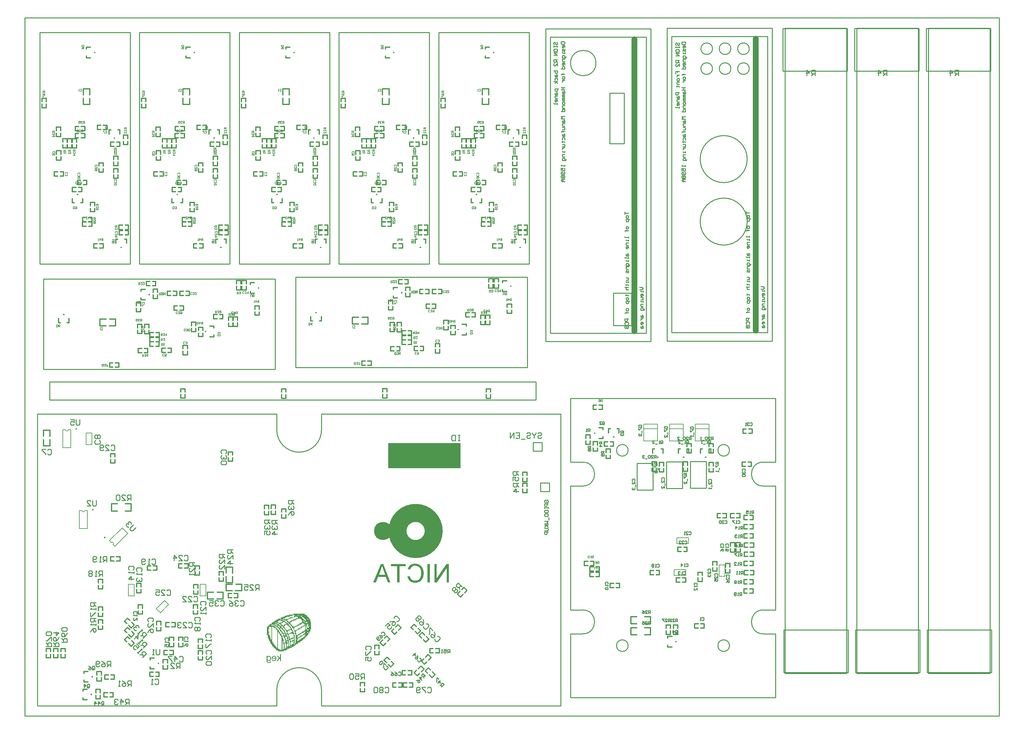
<source format=gbo>
%FSLAX25Y25*%
%MOIN*%
G70*
G01*
G75*
G04 Layer_Color=16777215*
G04:AMPARAMS|DCode=10|XSize=118.11mil|YSize=196.85mil|CornerRadius=29.53mil|HoleSize=0mil|Usage=FLASHONLY|Rotation=90.000|XOffset=0mil|YOffset=0mil|HoleType=Round|Shape=RoundedRectangle|*
%AMROUNDEDRECTD10*
21,1,0.11811,0.13780,0,0,90.0*
21,1,0.05906,0.19685,0,0,90.0*
1,1,0.05906,0.06890,0.02953*
1,1,0.05906,0.06890,-0.02953*
1,1,0.05906,-0.06890,-0.02953*
1,1,0.05906,-0.06890,0.02953*
%
%ADD10ROUNDEDRECTD10*%
%ADD11R,0.03000X0.03543*%
%ADD12R,0.03543X0.03000*%
%ADD13O,0.07087X0.01181*%
%ADD14O,0.01181X0.07087*%
%ADD15O,0.03543X0.05906*%
%ADD16R,0.03543X0.05906*%
%ADD17R,0.04921X0.03937*%
%ADD18R,0.03937X0.04921*%
%ADD19R,0.12598X0.09449*%
%ADD20R,0.15000X0.19685*%
%ADD21R,0.06693X0.05000*%
%ADD22R,0.05000X0.06693*%
%ADD23O,0.03150X0.11811*%
%ADD24R,0.03150X0.11811*%
%ADD25R,0.07874X0.03543*%
%ADD26R,0.03543X0.01181*%
%ADD27O,0.03543X0.01181*%
%ADD28R,0.06299X0.06000*%
%ADD29O,0.08661X0.02362*%
%ADD30R,0.08661X0.02362*%
G04:AMPARAMS|DCode=31|XSize=94.49mil|YSize=13.78mil|CornerRadius=0mil|HoleSize=0mil|Usage=FLASHONLY|Rotation=225.000|XOffset=0mil|YOffset=0mil|HoleType=Round|Shape=Round|*
%AMOVALD31*
21,1,0.08071,0.01378,0.00000,0.00000,225.0*
1,1,0.01378,0.02854,0.02854*
1,1,0.01378,-0.02854,-0.02854*
%
%ADD31OVALD31*%

G04:AMPARAMS|DCode=32|XSize=94.49mil|YSize=13.78mil|CornerRadius=0mil|HoleSize=0mil|Usage=FLASHONLY|Rotation=225.000|XOffset=0mil|YOffset=0mil|HoleType=Round|Shape=Rectangle|*
%AMROTATEDRECTD32*
4,1,4,0.02854,0.03828,0.03828,0.02854,-0.02854,-0.03828,-0.03828,-0.02854,0.02854,0.03828,0.0*
%
%ADD32ROTATEDRECTD32*%

G04:AMPARAMS|DCode=33|XSize=9.84mil|YSize=59.06mil|CornerRadius=0mil|HoleSize=0mil|Usage=FLASHONLY|Rotation=225.000|XOffset=0mil|YOffset=0mil|HoleType=Round|Shape=Rectangle|*
%AMROTATEDRECTD33*
4,1,4,-0.01740,0.02436,0.02436,-0.01740,0.01740,-0.02436,-0.02436,0.01740,-0.01740,0.02436,0.0*
%
%ADD33ROTATEDRECTD33*%

G04:AMPARAMS|DCode=34|XSize=9.84mil|YSize=59.06mil|CornerRadius=0mil|HoleSize=0mil|Usage=FLASHONLY|Rotation=135.000|XOffset=0mil|YOffset=0mil|HoleType=Round|Shape=Rectangle|*
%AMROTATEDRECTD34*
4,1,4,0.02436,0.01740,-0.01740,-0.02436,-0.02436,-0.01740,0.01740,0.02436,0.02436,0.01740,0.0*
%
%ADD34ROTATEDRECTD34*%

G04:AMPARAMS|DCode=35|XSize=9.84mil|YSize=59.06mil|CornerRadius=0mil|HoleSize=0mil|Usage=FLASHONLY|Rotation=225.000|XOffset=0mil|YOffset=0mil|HoleType=Round|Shape=Round|*
%AMOVALD35*
21,1,0.04921,0.00984,0.00000,0.00000,315.0*
1,1,0.00984,-0.01740,0.01740*
1,1,0.00984,0.01740,-0.01740*
%
%ADD35OVALD35*%

G04:AMPARAMS|DCode=36|XSize=9.84mil|YSize=59.06mil|CornerRadius=0mil|HoleSize=0mil|Usage=FLASHONLY|Rotation=135.000|XOffset=0mil|YOffset=0mil|HoleType=Round|Shape=Round|*
%AMOVALD36*
21,1,0.04921,0.00984,0.00000,0.00000,225.0*
1,1,0.00984,0.01740,0.01740*
1,1,0.00984,-0.01740,-0.01740*
%
%ADD36OVALD36*%

%ADD37R,0.03937X0.05906*%
G04:AMPARAMS|DCode=38|XSize=15.75mil|YSize=35.43mil|CornerRadius=0mil|HoleSize=0mil|Usage=FLASHONLY|Rotation=45.000|XOffset=0mil|YOffset=0mil|HoleType=Round|Shape=Rectangle|*
%AMROTATEDRECTD38*
4,1,4,0.00696,-0.01810,-0.01810,0.00696,-0.00696,0.01810,0.01810,-0.00696,0.00696,-0.01810,0.0*
%
%ADD38ROTATEDRECTD38*%

%ADD39R,0.03543X0.01575*%
%ADD40R,0.11201X0.06500*%
%ADD41R,0.01654X0.05370*%
%ADD42O,0.01654X0.05370*%
%ADD43R,0.01575X0.03543*%
%ADD44O,0.07087X0.01181*%
%ADD45R,0.07087X0.01181*%
%ADD46O,0.05906X0.00984*%
%ADD47O,0.00984X0.05906*%
%ADD48R,0.00984X0.05906*%
G04:AMPARAMS|DCode=49|XSize=35.43mil|YSize=30mil|CornerRadius=0mil|HoleSize=0mil|Usage=FLASHONLY|Rotation=315.000|XOffset=0mil|YOffset=0mil|HoleType=Round|Shape=Rectangle|*
%AMROTATEDRECTD49*
4,1,4,-0.02313,0.00192,-0.00192,0.02313,0.02313,-0.00192,0.00192,-0.02313,-0.02313,0.00192,0.0*
%
%ADD49ROTATEDRECTD49*%

%ADD50R,0.06000X0.06299*%
G04:AMPARAMS|DCode=51|XSize=35.43mil|YSize=30mil|CornerRadius=0mil|HoleSize=0mil|Usage=FLASHONLY|Rotation=225.000|XOffset=0mil|YOffset=0mil|HoleType=Round|Shape=Rectangle|*
%AMROTATEDRECTD51*
4,1,4,0.00192,0.02313,0.02313,0.00192,-0.00192,-0.02313,-0.02313,-0.00192,0.00192,0.02313,0.0*
%
%ADD51ROTATEDRECTD51*%

G04:AMPARAMS|DCode=52|XSize=62.99mil|YSize=60mil|CornerRadius=0mil|HoleSize=0mil|Usage=FLASHONLY|Rotation=135.000|XOffset=0mil|YOffset=0mil|HoleType=Round|Shape=Rectangle|*
%AMROTATEDRECTD52*
4,1,4,0.04348,-0.00106,0.00106,-0.04348,-0.04348,0.00106,-0.00106,0.04348,0.04348,-0.00106,0.0*
%
%ADD52ROTATEDRECTD52*%

%ADD53O,0.02362X0.08661*%
%ADD54R,0.02362X0.08661*%
%ADD55R,0.26378X0.26378*%
%ADD56R,0.11811X0.06496*%
%ADD57R,0.11811X0.07087*%
G04:AMPARAMS|DCode=58|XSize=120.08mil|YSize=144.88mil|CornerRadius=30.02mil|HoleSize=0mil|Usage=FLASHONLY|Rotation=315.000|XOffset=0mil|YOffset=0mil|HoleType=Round|Shape=RoundedRectangle|*
%AMROUNDEDRECTD58*
21,1,0.12008,0.08484,0,0,315.0*
21,1,0.06004,0.14488,0,0,315.0*
1,1,0.06004,-0.00877,-0.05122*
1,1,0.06004,-0.05122,-0.00877*
1,1,0.06004,0.00877,0.05122*
1,1,0.06004,0.05122,0.00877*
%
%ADD58ROUNDEDRECTD58*%
G04:AMPARAMS|DCode=59|XSize=120.08mil|YSize=144.88mil|CornerRadius=30.02mil|HoleSize=0mil|Usage=FLASHONLY|Rotation=45.000|XOffset=0mil|YOffset=0mil|HoleType=Round|Shape=RoundedRectangle|*
%AMROUNDEDRECTD59*
21,1,0.12008,0.08484,0,0,45.0*
21,1,0.06004,0.14488,0,0,45.0*
1,1,0.06004,0.05122,-0.00877*
1,1,0.06004,0.00877,-0.05122*
1,1,0.06004,-0.05122,0.00877*
1,1,0.06004,-0.00877,0.05122*
%
%ADD59ROUNDEDRECTD59*%
%ADD60R,0.13780X0.08071*%
%ADD61R,0.15748X0.08071*%
%ADD62R,0.08858X0.01969*%
G04:AMPARAMS|DCode=63|XSize=51.18mil|YSize=55.12mil|CornerRadius=0mil|HoleSize=0mil|Usage=FLASHONLY|Rotation=135.000|XOffset=0mil|YOffset=0mil|HoleType=Round|Shape=Rectangle|*
%AMROTATEDRECTD63*
4,1,4,0.03758,0.00139,-0.00139,-0.03758,-0.03758,-0.00139,0.00139,0.03758,0.03758,0.00139,0.0*
%
%ADD63ROTATEDRECTD63*%

%ADD64R,0.05118X0.05512*%
%ADD65R,0.09449X0.09843*%
%ADD66R,0.05512X0.05118*%
%ADD67R,0.07874X0.07087*%
%ADD68R,0.11000X0.15000*%
%ADD69R,0.06299X0.06299*%
%ADD70R,0.07874X0.11811*%
%ADD71R,0.06299X0.09449*%
%ADD72R,0.11811X0.07874*%
%ADD73R,0.00906X0.05906*%
%ADD74P,0.08908X4X270.0*%
G04:AMPARAMS|DCode=75|XSize=62.99mil|YSize=15.75mil|CornerRadius=0mil|HoleSize=0mil|Usage=FLASHONLY|Rotation=135.000|XOffset=0mil|YOffset=0mil|HoleType=Round|Shape=Rectangle|*
%AMROTATEDRECTD75*
4,1,4,0.02784,-0.01670,0.01670,-0.02784,-0.02784,0.01670,-0.01670,0.02784,0.02784,-0.01670,0.0*
%
%ADD75ROTATEDRECTD75*%

G04:AMPARAMS|DCode=76|XSize=62.99mil|YSize=15.75mil|CornerRadius=0mil|HoleSize=0mil|Usage=FLASHONLY|Rotation=135.000|XOffset=0mil|YOffset=0mil|HoleType=Round|Shape=Round|*
%AMOVALD76*
21,1,0.04724,0.01575,0.00000,0.00000,135.0*
1,1,0.01575,0.01670,-0.01670*
1,1,0.01575,-0.01670,0.01670*
%
%ADD76OVALD76*%

G04:AMPARAMS|DCode=77|XSize=15.75mil|YSize=35.43mil|CornerRadius=0mil|HoleSize=0mil|Usage=FLASHONLY|Rotation=135.000|XOffset=0mil|YOffset=0mil|HoleType=Round|Shape=Rectangle|*
%AMROTATEDRECTD77*
4,1,4,0.01810,0.00696,-0.00696,-0.01810,-0.01810,-0.00696,0.00696,0.01810,0.01810,0.00696,0.0*
%
%ADD77ROTATEDRECTD77*%

%ADD78P,0.08908X4X180.0*%
G04:AMPARAMS|DCode=79|XSize=66.93mil|YSize=50mil|CornerRadius=0mil|HoleSize=0mil|Usage=FLASHONLY|Rotation=135.000|XOffset=0mil|YOffset=0mil|HoleType=Round|Shape=Rectangle|*
%AMROTATEDRECTD79*
4,1,4,0.04134,-0.00599,0.00599,-0.04134,-0.04134,0.00599,-0.00599,0.04134,0.04134,-0.00599,0.0*
%
%ADD79ROTATEDRECTD79*%

%ADD80R,0.05906X0.00984*%
%ADD81R,0.09449X0.12598*%
%ADD82R,0.19685X0.15000*%
%ADD83O,0.05906X0.03543*%
%ADD84R,0.05906X0.03543*%
%ADD85O,0.11811X0.03150*%
%ADD86R,0.11811X0.03150*%
%ADD87R,0.03543X0.07874*%
%ADD88R,0.01181X0.03543*%
%ADD89O,0.01181X0.03543*%
%ADD90C,0.03937*%
%ADD91C,0.01575*%
%ADD92C,0.03150*%
%ADD93C,0.01000*%
%ADD94C,0.01181*%
%ADD95C,0.01969*%
%ADD96C,0.05906*%
%ADD97C,0.00787*%
%ADD98C,0.07874*%
%ADD99C,0.02756*%
%ADD100R,0.25197X0.27953*%
%ADD101R,0.19685X0.32283*%
%ADD102R,0.24016X0.21260*%
%ADD103R,0.08858X0.27953*%
%ADD104C,0.17716*%
%ADD105C,0.05906*%
%ADD106R,0.05906X0.05906*%
%ADD107C,0.04724*%
%ADD108C,0.15748*%
%ADD109R,0.03937X0.03937*%
%ADD110C,0.03937*%
%ADD111C,0.06000*%
%ADD112C,0.13386*%
%ADD113C,0.07874*%
%ADD114C,0.05512*%
%ADD115C,0.06299*%
G04:AMPARAMS|DCode=116|XSize=374.02mil|YSize=98.43mil|CornerRadius=24.61mil|HoleSize=0mil|Usage=FLASHONLY|Rotation=180.000|XOffset=0mil|YOffset=0mil|HoleType=Round|Shape=RoundedRectangle|*
%AMROUNDEDRECTD116*
21,1,0.37402,0.04921,0,0,180.0*
21,1,0.32480,0.09843,0,0,180.0*
1,1,0.04921,-0.16240,0.02461*
1,1,0.04921,0.16240,0.02461*
1,1,0.04921,0.16240,-0.02461*
1,1,0.04921,-0.16240,-0.02461*
%
%ADD116ROUNDEDRECTD116*%
%ADD117R,0.05906X0.05906*%
%ADD118C,0.06693*%
%ADD119C,0.09843*%
%ADD120C,0.10000*%
%ADD121C,0.19685*%
%ADD122C,0.31496*%
%ADD123R,0.07874X0.07874*%
%ADD124C,0.06496*%
%ADD125C,0.02559*%
%ADD126R,0.07874X0.07874*%
%ADD127R,0.03937X0.03937*%
%ADD128R,0.06299X0.06299*%
G04:AMPARAMS|DCode=129|XSize=374.02mil|YSize=98.43mil|CornerRadius=24.61mil|HoleSize=0mil|Usage=FLASHONLY|Rotation=270.000|XOffset=0mil|YOffset=0mil|HoleType=Round|Shape=RoundedRectangle|*
%AMROUNDEDRECTD129*
21,1,0.37402,0.04921,0,0,270.0*
21,1,0.32480,0.09843,0,0,270.0*
1,1,0.04921,-0.02461,-0.16240*
1,1,0.04921,-0.02461,0.16240*
1,1,0.04921,0.02461,0.16240*
1,1,0.04921,0.02461,-0.16240*
%
%ADD129ROUNDEDRECTD129*%
%ADD130C,0.05500*%
%ADD131C,0.03150*%
%ADD132C,0.02362*%
%ADD133C,0.01575*%
%ADD134C,0.05000*%
%ADD135C,0.07087*%
G04:AMPARAMS|DCode=136|XSize=27.56mil|YSize=35.43mil|CornerRadius=0mil|HoleSize=0mil|Usage=FLASHONLY|Rotation=315.000|XOffset=0mil|YOffset=0mil|HoleType=Round|Shape=Rectangle|*
%AMROTATEDRECTD136*
4,1,4,-0.02227,-0.00278,0.00278,0.02227,0.02227,0.00278,-0.00278,-0.02227,-0.02227,-0.00278,0.0*
%
%ADD136ROTATEDRECTD136*%

%ADD137R,0.03543X0.02756*%
G04:AMPARAMS|DCode=138|XSize=984.25mil|YSize=708.66mil|CornerRadius=177.16mil|HoleSize=0mil|Usage=FLASHONLY|Rotation=0.000|XOffset=0mil|YOffset=0mil|HoleType=Round|Shape=RoundedRectangle|*
%AMROUNDEDRECTD138*
21,1,0.98425,0.35433,0,0,0.0*
21,1,0.62992,0.70866,0,0,0.0*
1,1,0.35433,0.31496,-0.17716*
1,1,0.35433,-0.31496,-0.17716*
1,1,0.35433,-0.31496,0.17716*
1,1,0.35433,0.31496,0.17716*
%
%ADD138ROUNDEDRECTD138*%
G04:AMPARAMS|DCode=139|XSize=86.61mil|YSize=23.62mil|CornerRadius=0mil|HoleSize=0mil|Usage=FLASHONLY|Rotation=315.000|XOffset=0mil|YOffset=0mil|HoleType=Round|Shape=Rectangle|*
%AMROTATEDRECTD139*
4,1,4,-0.03897,0.02227,-0.02227,0.03897,0.03897,-0.02227,0.02227,-0.03897,-0.03897,0.02227,0.0*
%
%ADD139ROTATEDRECTD139*%

G04:AMPARAMS|DCode=140|XSize=86.61mil|YSize=23.62mil|CornerRadius=0mil|HoleSize=0mil|Usage=FLASHONLY|Rotation=315.000|XOffset=0mil|YOffset=0mil|HoleType=Round|Shape=Round|*
%AMOVALD140*
21,1,0.06299,0.02362,0.00000,0.00000,315.0*
1,1,0.02362,-0.02227,0.02227*
1,1,0.02362,0.02227,-0.02227*
%
%ADD140OVALD140*%

%ADD141R,0.09843X0.09449*%
%ADD142R,0.03600X0.03600*%
%ADD143R,0.03600X0.05000*%
%ADD144C,0.09843*%
%ADD145C,0.03740*%
%ADD146R,0.24803X0.21260*%
%ADD147R,0.09449X0.14961*%
%ADD148R,0.18110X0.14862*%
%ADD149C,0.05886*%
%ADD150C,0.00984*%
%ADD151C,0.02362*%
%ADD152C,0.03186*%
%ADD153C,0.02000*%
%ADD154C,0.00394*%
%ADD155C,0.05886*%
%ADD156C,0.03186*%
%ADD157R,0.04724X0.25197*%
%ADD158C,0.00068*%
%ADD159C,0.01200*%
%ADD160C,0.00800*%
%ADD161C,0.00500*%
%ADD162C,0.00050*%
%ADD163C,0.00100*%
%ADD164C,0.00574*%
%ADD165C,0.00570*%
%ADD166C,0.00661*%
%ADD167C,0.00632*%
%ADD168R,0.05512X0.27559*%
%ADD169R,0.27559X0.78543*%
%ADD170R,0.12047X0.03937*%
%ADD171R,0.10847X0.30370*%
%ADD172R,0.10039X0.28937*%
G04:AMPARAMS|DCode=173|XSize=126.11mil|YSize=204.85mil|CornerRadius=33.53mil|HoleSize=0mil|Usage=FLASHONLY|Rotation=90.000|XOffset=0mil|YOffset=0mil|HoleType=Round|Shape=RoundedRectangle|*
%AMROUNDEDRECTD173*
21,1,0.12611,0.13780,0,0,90.0*
21,1,0.05906,0.20485,0,0,90.0*
1,1,0.06706,0.06890,0.02953*
1,1,0.06706,0.06890,-0.02953*
1,1,0.06706,-0.06890,-0.02953*
1,1,0.06706,-0.06890,0.02953*
%
%ADD173ROUNDEDRECTD173*%
%ADD174R,0.03800X0.04343*%
%ADD175R,0.04343X0.03800*%
%ADD176O,0.07887X0.01981*%
%ADD177O,0.01981X0.07887*%
%ADD178O,0.04343X0.06706*%
%ADD179R,0.04343X0.06706*%
%ADD180R,0.05721X0.04737*%
%ADD181R,0.04737X0.05721*%
%ADD182R,0.13398X0.10249*%
%ADD183R,0.15800X0.20485*%
%ADD184R,0.07493X0.05800*%
%ADD185R,0.05800X0.07493*%
%ADD186O,0.03950X0.12611*%
%ADD187R,0.03950X0.12611*%
%ADD188R,0.08674X0.04343*%
%ADD189R,0.04343X0.01981*%
%ADD190O,0.04343X0.01981*%
%ADD191R,0.07099X0.06800*%
%ADD192O,0.09461X0.03162*%
%ADD193R,0.09461X0.03162*%
G04:AMPARAMS|DCode=194|XSize=102.49mil|YSize=21.78mil|CornerRadius=0mil|HoleSize=0mil|Usage=FLASHONLY|Rotation=225.000|XOffset=0mil|YOffset=0mil|HoleType=Round|Shape=Round|*
%AMOVALD194*
21,1,0.08071,0.02178,0.00000,0.00000,225.0*
1,1,0.02178,0.02854,0.02854*
1,1,0.02178,-0.02854,-0.02854*
%
%ADD194OVALD194*%

G04:AMPARAMS|DCode=195|XSize=102.49mil|YSize=21.78mil|CornerRadius=0mil|HoleSize=0mil|Usage=FLASHONLY|Rotation=225.000|XOffset=0mil|YOffset=0mil|HoleType=Round|Shape=Rectangle|*
%AMROTATEDRECTD195*
4,1,4,0.02854,0.04394,0.04394,0.02854,-0.02854,-0.04394,-0.04394,-0.02854,0.02854,0.04394,0.0*
%
%ADD195ROTATEDRECTD195*%

G04:AMPARAMS|DCode=196|XSize=17.84mil|YSize=67.06mil|CornerRadius=0mil|HoleSize=0mil|Usage=FLASHONLY|Rotation=225.000|XOffset=0mil|YOffset=0mil|HoleType=Round|Shape=Rectangle|*
%AMROTATEDRECTD196*
4,1,4,-0.01740,0.03002,0.03002,-0.01740,0.01740,-0.03002,-0.03002,0.01740,-0.01740,0.03002,0.0*
%
%ADD196ROTATEDRECTD196*%

G04:AMPARAMS|DCode=197|XSize=17.84mil|YSize=67.06mil|CornerRadius=0mil|HoleSize=0mil|Usage=FLASHONLY|Rotation=135.000|XOffset=0mil|YOffset=0mil|HoleType=Round|Shape=Rectangle|*
%AMROTATEDRECTD197*
4,1,4,0.03002,0.01740,-0.01740,-0.03002,-0.03002,-0.01740,0.01740,0.03002,0.03002,0.01740,0.0*
%
%ADD197ROTATEDRECTD197*%

G04:AMPARAMS|DCode=198|XSize=17.84mil|YSize=67.06mil|CornerRadius=0mil|HoleSize=0mil|Usage=FLASHONLY|Rotation=225.000|XOffset=0mil|YOffset=0mil|HoleType=Round|Shape=Round|*
%AMOVALD198*
21,1,0.04921,0.01784,0.00000,0.00000,315.0*
1,1,0.01784,-0.01740,0.01740*
1,1,0.01784,0.01740,-0.01740*
%
%ADD198OVALD198*%

G04:AMPARAMS|DCode=199|XSize=17.84mil|YSize=67.06mil|CornerRadius=0mil|HoleSize=0mil|Usage=FLASHONLY|Rotation=135.000|XOffset=0mil|YOffset=0mil|HoleType=Round|Shape=Round|*
%AMOVALD199*
21,1,0.04921,0.01784,0.00000,0.00000,225.0*
1,1,0.01784,0.01740,0.01740*
1,1,0.01784,-0.01740,-0.01740*
%
%ADD199OVALD199*%

%ADD200R,0.04737X0.06706*%
G04:AMPARAMS|DCode=201|XSize=23.75mil|YSize=43.43mil|CornerRadius=0mil|HoleSize=0mil|Usage=FLASHONLY|Rotation=45.000|XOffset=0mil|YOffset=0mil|HoleType=Round|Shape=Rectangle|*
%AMROTATEDRECTD201*
4,1,4,0.00696,-0.02375,-0.02375,0.00696,-0.00696,0.02375,0.02375,-0.00696,0.00696,-0.02375,0.0*
%
%ADD201ROTATEDRECTD201*%

%ADD202R,0.04343X0.02375*%
%ADD203R,0.12001X0.07300*%
%ADD204R,0.02454X0.06170*%
%ADD205O,0.02454X0.06170*%
%ADD206R,0.02375X0.04343*%
%ADD207O,0.07887X0.01981*%
%ADD208R,0.07887X0.01981*%
%ADD209O,0.06706X0.01784*%
%ADD210O,0.01784X0.06706*%
%ADD211R,0.01784X0.06706*%
G04:AMPARAMS|DCode=212|XSize=43.43mil|YSize=38mil|CornerRadius=0mil|HoleSize=0mil|Usage=FLASHONLY|Rotation=315.000|XOffset=0mil|YOffset=0mil|HoleType=Round|Shape=Rectangle|*
%AMROTATEDRECTD212*
4,1,4,-0.02879,0.00192,-0.00192,0.02879,0.02879,-0.00192,0.00192,-0.02879,-0.02879,0.00192,0.0*
%
%ADD212ROTATEDRECTD212*%

%ADD213R,0.06800X0.07099*%
G04:AMPARAMS|DCode=214|XSize=43.43mil|YSize=38mil|CornerRadius=0mil|HoleSize=0mil|Usage=FLASHONLY|Rotation=225.000|XOffset=0mil|YOffset=0mil|HoleType=Round|Shape=Rectangle|*
%AMROTATEDRECTD214*
4,1,4,0.00192,0.02879,0.02879,0.00192,-0.00192,-0.02879,-0.02879,-0.00192,0.00192,0.02879,0.0*
%
%ADD214ROTATEDRECTD214*%

G04:AMPARAMS|DCode=215|XSize=70.99mil|YSize=68mil|CornerRadius=0mil|HoleSize=0mil|Usage=FLASHONLY|Rotation=135.000|XOffset=0mil|YOffset=0mil|HoleType=Round|Shape=Rectangle|*
%AMROTATEDRECTD215*
4,1,4,0.04914,-0.00106,0.00106,-0.04914,-0.04914,0.00106,-0.00106,0.04914,0.04914,-0.00106,0.0*
%
%ADD215ROTATEDRECTD215*%

%ADD216O,0.03162X0.09461*%
%ADD217R,0.03162X0.09461*%
%ADD218R,0.27178X0.27178*%
%ADD219R,0.12611X0.07296*%
%ADD220R,0.12611X0.07887*%
G04:AMPARAMS|DCode=221|XSize=128.08mil|YSize=152.88mil|CornerRadius=34.02mil|HoleSize=0mil|Usage=FLASHONLY|Rotation=315.000|XOffset=0mil|YOffset=0mil|HoleType=Round|Shape=RoundedRectangle|*
%AMROUNDEDRECTD221*
21,1,0.12808,0.08484,0,0,315.0*
21,1,0.06004,0.15288,0,0,315.0*
1,1,0.06804,-0.00877,-0.05122*
1,1,0.06804,-0.05122,-0.00877*
1,1,0.06804,0.00877,0.05122*
1,1,0.06804,0.05122,0.00877*
%
%ADD221ROUNDEDRECTD221*%
G04:AMPARAMS|DCode=222|XSize=128.08mil|YSize=152.88mil|CornerRadius=34.02mil|HoleSize=0mil|Usage=FLASHONLY|Rotation=45.000|XOffset=0mil|YOffset=0mil|HoleType=Round|Shape=RoundedRectangle|*
%AMROUNDEDRECTD222*
21,1,0.12808,0.08484,0,0,45.0*
21,1,0.06004,0.15288,0,0,45.0*
1,1,0.06804,0.05122,-0.00877*
1,1,0.06804,0.00877,-0.05122*
1,1,0.06804,-0.05122,0.00877*
1,1,0.06804,-0.00877,0.05122*
%
%ADD222ROUNDEDRECTD222*%
G04:AMPARAMS|DCode=223|XSize=59.18mil|YSize=63.12mil|CornerRadius=0mil|HoleSize=0mil|Usage=FLASHONLY|Rotation=135.000|XOffset=0mil|YOffset=0mil|HoleType=Round|Shape=Rectangle|*
%AMROTATEDRECTD223*
4,1,4,0.04324,0.00139,-0.00139,-0.04324,-0.04324,-0.00139,0.00139,0.04324,0.04324,0.00139,0.0*
%
%ADD223ROTATEDRECTD223*%

%ADD224R,0.05918X0.06312*%
%ADD225R,0.10249X0.10642*%
%ADD226R,0.06312X0.05918*%
%ADD227R,0.08674X0.07887*%
%ADD228R,0.11800X0.15800*%
%ADD229R,0.07099X0.07099*%
%ADD230R,0.08674X0.12611*%
%ADD231R,0.07099X0.10249*%
%ADD232R,0.12611X0.08674*%
%ADD233R,0.01706X0.06706*%
%ADD234P,0.10040X4X270.0*%
G04:AMPARAMS|DCode=235|XSize=70.99mil|YSize=23.75mil|CornerRadius=0mil|HoleSize=0mil|Usage=FLASHONLY|Rotation=135.000|XOffset=0mil|YOffset=0mil|HoleType=Round|Shape=Rectangle|*
%AMROTATEDRECTD235*
4,1,4,0.03350,-0.01670,0.01670,-0.03350,-0.03350,0.01670,-0.01670,0.03350,0.03350,-0.01670,0.0*
%
%ADD235ROTATEDRECTD235*%

G04:AMPARAMS|DCode=236|XSize=70.99mil|YSize=23.75mil|CornerRadius=0mil|HoleSize=0mil|Usage=FLASHONLY|Rotation=135.000|XOffset=0mil|YOffset=0mil|HoleType=Round|Shape=Round|*
%AMOVALD236*
21,1,0.04724,0.02375,0.00000,0.00000,135.0*
1,1,0.02375,0.01670,-0.01670*
1,1,0.02375,-0.01670,0.01670*
%
%ADD236OVALD236*%

G04:AMPARAMS|DCode=237|XSize=23.75mil|YSize=43.43mil|CornerRadius=0mil|HoleSize=0mil|Usage=FLASHONLY|Rotation=135.000|XOffset=0mil|YOffset=0mil|HoleType=Round|Shape=Rectangle|*
%AMROTATEDRECTD237*
4,1,4,0.02375,0.00696,-0.00696,-0.02375,-0.02375,-0.00696,0.00696,0.02375,0.02375,0.00696,0.0*
%
%ADD237ROTATEDRECTD237*%

%ADD238P,0.10040X4X180.0*%
G04:AMPARAMS|DCode=239|XSize=74.93mil|YSize=58mil|CornerRadius=0mil|HoleSize=0mil|Usage=FLASHONLY|Rotation=135.000|XOffset=0mil|YOffset=0mil|HoleType=Round|Shape=Rectangle|*
%AMROTATEDRECTD239*
4,1,4,0.04700,-0.00599,0.00599,-0.04700,-0.04700,0.00599,-0.00599,0.04700,0.04700,-0.00599,0.0*
%
%ADD239ROTATEDRECTD239*%

%ADD240R,0.06706X0.01784*%
%ADD241R,0.10249X0.13398*%
%ADD242R,0.20485X0.15800*%
%ADD243O,0.06706X0.04343*%
%ADD244R,0.06706X0.04343*%
%ADD245O,0.12611X0.03950*%
%ADD246R,0.12611X0.03950*%
%ADD247R,0.04343X0.08674*%
%ADD248R,0.01981X0.04343*%
%ADD249O,0.01981X0.04343*%
%ADD250C,0.18517*%
%ADD251C,0.06706*%
%ADD252R,0.06706X0.06706*%
%ADD253C,0.05524*%
%ADD254C,0.16548*%
%ADD255R,0.04737X0.04737*%
%ADD256C,0.04737*%
%ADD257C,0.06800*%
%ADD258C,0.14186*%
%ADD259C,0.08674*%
%ADD260C,0.06312*%
%ADD261C,0.07099*%
G04:AMPARAMS|DCode=262|XSize=382.02mil|YSize=106.42mil|CornerRadius=28.61mil|HoleSize=0mil|Usage=FLASHONLY|Rotation=180.000|XOffset=0mil|YOffset=0mil|HoleType=Round|Shape=RoundedRectangle|*
%AMROUNDEDRECTD262*
21,1,0.38202,0.04921,0,0,180.0*
21,1,0.32480,0.10642,0,0,180.0*
1,1,0.05721,-0.16240,0.02461*
1,1,0.05721,0.16240,0.02461*
1,1,0.05721,0.16240,-0.02461*
1,1,0.05721,-0.16240,-0.02461*
%
%ADD262ROUNDEDRECTD262*%
%ADD263R,0.06706X0.06706*%
%ADD264C,0.07493*%
%ADD265C,0.10642*%
%ADD266C,0.10800*%
%ADD267C,0.20485*%
%ADD268C,0.32296*%
%ADD269R,0.08674X0.08674*%
%ADD270C,0.07296*%
%ADD271C,0.03359*%
%ADD272R,0.08674X0.08674*%
%ADD273R,0.04737X0.04737*%
%ADD274R,0.07099X0.07099*%
G04:AMPARAMS|DCode=275|XSize=382.02mil|YSize=106.42mil|CornerRadius=28.61mil|HoleSize=0mil|Usage=FLASHONLY|Rotation=270.000|XOffset=0mil|YOffset=0mil|HoleType=Round|Shape=RoundedRectangle|*
%AMROUNDEDRECTD275*
21,1,0.38202,0.04921,0,0,270.0*
21,1,0.32480,0.10642,0,0,270.0*
1,1,0.05721,-0.02461,-0.16240*
1,1,0.05721,-0.02461,0.16240*
1,1,0.05721,0.02461,0.16240*
1,1,0.05721,0.02461,-0.16240*
%
%ADD275ROUNDEDRECTD275*%
%ADD276C,0.06300*%
%ADD277C,0.03950*%
%ADD278C,0.03162*%
%ADD279C,0.02375*%
%ADD280C,0.05800*%
%ADD281C,0.07887*%
G04:AMPARAMS|DCode=282|XSize=35.56mil|YSize=43.43mil|CornerRadius=0mil|HoleSize=0mil|Usage=FLASHONLY|Rotation=315.000|XOffset=0mil|YOffset=0mil|HoleType=Round|Shape=Rectangle|*
%AMROTATEDRECTD282*
4,1,4,-0.02793,-0.00278,0.00278,0.02793,0.02793,0.00278,-0.00278,-0.02793,-0.02793,-0.00278,0.0*
%
%ADD282ROTATEDRECTD282*%

%ADD283R,0.04343X0.03556*%
G04:AMPARAMS|DCode=284|XSize=992.25mil|YSize=716.66mil|CornerRadius=181.16mil|HoleSize=0mil|Usage=FLASHONLY|Rotation=0.000|XOffset=0mil|YOffset=0mil|HoleType=Round|Shape=RoundedRectangle|*
%AMROUNDEDRECTD284*
21,1,0.99225,0.35433,0,0,0.0*
21,1,0.62992,0.71666,0,0,0.0*
1,1,0.36233,0.31496,-0.17716*
1,1,0.36233,-0.31496,-0.17716*
1,1,0.36233,-0.31496,0.17716*
1,1,0.36233,0.31496,0.17716*
%
%ADD284ROUNDEDRECTD284*%
G04:AMPARAMS|DCode=285|XSize=94.61mil|YSize=31.62mil|CornerRadius=0mil|HoleSize=0mil|Usage=FLASHONLY|Rotation=315.000|XOffset=0mil|YOffset=0mil|HoleType=Round|Shape=Rectangle|*
%AMROTATEDRECTD285*
4,1,4,-0.04463,0.02227,-0.02227,0.04463,0.04463,-0.02227,0.02227,-0.04463,-0.04463,0.02227,0.0*
%
%ADD285ROTATEDRECTD285*%

G04:AMPARAMS|DCode=286|XSize=94.61mil|YSize=31.62mil|CornerRadius=0mil|HoleSize=0mil|Usage=FLASHONLY|Rotation=315.000|XOffset=0mil|YOffset=0mil|HoleType=Round|Shape=Round|*
%AMOVALD286*
21,1,0.06299,0.03162,0.00000,0.00000,315.0*
1,1,0.03162,-0.02227,0.02227*
1,1,0.03162,0.02227,-0.02227*
%
%ADD286OVALD286*%

%ADD287R,0.10642X0.10249*%
%ADD288R,0.04400X0.04400*%
%ADD289R,0.04400X0.05800*%
%ADD290C,0.19685*%
%ADD291C,0.06299*%
%ADD292R,0.78543X0.27559*%
G36*
X440545Y145433D02*
X437870D01*
Y165636D01*
X440545D01*
Y145433D01*
D02*
G37*
G36*
X414315Y163268D02*
X407674D01*
Y145433D01*
X404998D01*
Y163268D01*
X398356D01*
Y165636D01*
X414315D01*
Y163268D01*
D02*
G37*
G36*
X425416Y165913D02*
X426339Y165790D01*
X427169Y165574D01*
X427538Y165482D01*
X427876Y165359D01*
X428184Y165236D01*
X428491Y165144D01*
X428737Y165021D01*
X428922Y164929D01*
X429106Y164867D01*
X429229Y164806D01*
X429291Y164744D01*
X429321D01*
X430090Y164252D01*
X430797Y163668D01*
X431382Y163084D01*
X431843Y162499D01*
X432243Y161977D01*
X432397Y161761D01*
X432519Y161577D01*
X432612Y161392D01*
X432673Y161269D01*
X432735Y161208D01*
Y161177D01*
X433135Y160285D01*
X433442Y159332D01*
X433627Y158410D01*
X433780Y157549D01*
X433842Y157149D01*
X433873Y156811D01*
X433903Y156472D01*
Y156196D01*
X433934Y155980D01*
Y155827D01*
Y155704D01*
Y155673D01*
X433903Y154597D01*
X433780Y153613D01*
X433596Y152690D01*
X433503Y152260D01*
X433411Y151891D01*
X433319Y151522D01*
X433227Y151214D01*
X433135Y150937D01*
X433042Y150691D01*
X432981Y150507D01*
X432919Y150384D01*
X432889Y150292D01*
Y150261D01*
X432458Y149369D01*
X431935Y148600D01*
X431443Y147924D01*
X430920Y147401D01*
X430490Y146971D01*
X430121Y146663D01*
X429967Y146571D01*
X429875Y146479D01*
X429813Y146448D01*
X429783Y146417D01*
X429383Y146171D01*
X428953Y145987D01*
X428091Y145648D01*
X427200Y145433D01*
X426339Y145249D01*
X425970Y145218D01*
X425601Y145156D01*
X425293Y145126D01*
X425016D01*
X424770Y145095D01*
X424463D01*
X423879Y145126D01*
X423325Y145156D01*
X422310Y145372D01*
X421849Y145495D01*
X421388Y145648D01*
X420988Y145802D01*
X420619Y145956D01*
X420281Y146110D01*
X420004Y146263D01*
X419758Y146417D01*
X419543Y146540D01*
X419358Y146663D01*
X419236Y146755D01*
X419174Y146786D01*
X419143Y146817D01*
X418744Y147155D01*
X418374Y147524D01*
X417760Y148324D01*
X417206Y149154D01*
X416806Y149984D01*
X416622Y150353D01*
X416499Y150691D01*
X416376Y151030D01*
X416253Y151276D01*
X416191Y151522D01*
X416130Y151675D01*
X416099Y151798D01*
Y151829D01*
X418774Y152506D01*
X419020Y151614D01*
X419328Y150814D01*
X419697Y150169D01*
X420035Y149615D01*
X420373Y149215D01*
X420650Y148908D01*
X420834Y148723D01*
X420865Y148693D01*
X420896Y148662D01*
X421511Y148231D01*
X422126Y147924D01*
X422772Y147678D01*
X423356Y147524D01*
X423879Y147432D01*
X424125Y147401D01*
X424309D01*
X424463Y147370D01*
X424678D01*
X425355Y147401D01*
X426000Y147524D01*
X426585Y147678D01*
X427077Y147832D01*
X427507Y148016D01*
X427845Y148139D01*
X427969Y148201D01*
X428061Y148262D01*
X428091Y148293D01*
X428122D01*
X428676Y148693D01*
X429137Y149154D01*
X429537Y149615D01*
X429875Y150107D01*
X430121Y150507D01*
X430275Y150876D01*
X430336Y150999D01*
X430398Y151091D01*
X430428Y151153D01*
Y151183D01*
X430674Y151921D01*
X430859Y152690D01*
X430982Y153459D01*
X431074Y154166D01*
X431105Y154474D01*
X431136Y154750D01*
Y155027D01*
X431166Y155242D01*
Y155427D01*
Y155550D01*
Y155642D01*
Y155673D01*
X431136Y156411D01*
X431074Y157118D01*
X430982Y157764D01*
X430859Y158348D01*
X430736Y158840D01*
X430705Y159055D01*
X430644Y159209D01*
X430613Y159363D01*
X430582Y159455D01*
X430551Y159517D01*
Y159547D01*
X430275Y160224D01*
X429936Y160839D01*
X429567Y161331D01*
X429229Y161761D01*
X428891Y162100D01*
X428614Y162346D01*
X428430Y162499D01*
X428399Y162561D01*
X428368D01*
X427753Y162930D01*
X427107Y163207D01*
X426462Y163422D01*
X425847Y163545D01*
X425293Y163637D01*
X425078Y163668D01*
X424863D01*
X424709Y163699D01*
X424494D01*
X423756Y163668D01*
X423110Y163545D01*
X422526Y163391D01*
X422064Y163207D01*
X421665Y162991D01*
X421388Y162838D01*
X421203Y162715D01*
X421142Y162684D01*
X420650Y162253D01*
X420250Y161761D01*
X419881Y161208D01*
X419604Y160685D01*
X419389Y160224D01*
X419297Y160009D01*
X419205Y159824D01*
X419143Y159670D01*
X419112Y159547D01*
X419082Y159486D01*
Y159455D01*
X416437Y160070D01*
X416806Y161054D01*
X417022Y161515D01*
X417237Y161915D01*
X417483Y162315D01*
X417729Y162684D01*
X417944Y162991D01*
X418190Y163299D01*
X418405Y163545D01*
X418620Y163760D01*
X418836Y163975D01*
X418990Y164129D01*
X419143Y164252D01*
X419236Y164344D01*
X419297Y164375D01*
X419328Y164406D01*
X419728Y164683D01*
X420127Y164929D01*
X420558Y165144D01*
X420988Y165328D01*
X421849Y165605D01*
X422649Y165790D01*
X423018Y165851D01*
X423356Y165882D01*
X423664Y165913D01*
X423910Y165943D01*
X424125Y165974D01*
X424432D01*
X425416Y165913D01*
D02*
G37*
G36*
X304203Y110605D02*
X305803D01*
Y109805D01*
X306603D01*
Y109005D01*
X307403D01*
Y108205D01*
X308203D01*
Y107405D01*
X309003D01*
Y106605D01*
X309803D01*
Y105005D01*
X310603D01*
Y102605D01*
X311403D01*
Y94605D01*
X310603D01*
Y92205D01*
X309803D01*
Y90605D01*
X309003D01*
Y89805D01*
X308203D01*
Y88205D01*
X307403D01*
Y87405D01*
X306603D01*
Y86605D01*
X305803D01*
Y85805D01*
X305003D01*
Y85005D01*
X304203D01*
Y84205D01*
X303403D01*
Y83405D01*
X302603D01*
Y82605D01*
X301803D01*
Y81805D01*
X300203D01*
Y81005D01*
X299403D01*
Y80205D01*
X297803D01*
Y79405D01*
X297003D01*
Y78605D01*
X295403D01*
Y77805D01*
X294603D01*
Y77005D01*
X293803D01*
Y76205D01*
X292203D01*
Y75405D01*
X290603D01*
Y74605D01*
X289003D01*
Y73805D01*
X287403D01*
Y73005D01*
X285803D01*
Y72205D01*
X284203D01*
Y71405D01*
X281803D01*
Y70605D01*
X275403D01*
Y71405D01*
X273803D01*
Y72205D01*
X273003D01*
Y73005D01*
X272203D01*
Y73805D01*
X271403D01*
Y74605D01*
X270603D01*
Y75405D01*
X269803D01*
Y76205D01*
X269003D01*
Y77805D01*
X268203D01*
Y78605D01*
X267403D01*
Y80205D01*
X266603D01*
Y81805D01*
X265803D01*
Y83405D01*
X265003D01*
Y85005D01*
X264203D01*
Y88205D01*
X263403D01*
Y97005D01*
X264203D01*
Y97805D01*
X265003D01*
Y98605D01*
X265803D01*
Y99405D01*
X266603D01*
Y100205D01*
X268203D01*
Y101005D01*
X269003D01*
Y101805D01*
X269803D01*
Y102605D01*
X271403D01*
Y103405D01*
X272203D01*
Y104205D01*
X273803D01*
Y105005D01*
X275403D01*
Y105805D01*
X277003D01*
Y106605D01*
X278603D01*
Y107405D01*
X280203D01*
Y108205D01*
X282603D01*
Y109005D01*
X285003D01*
Y109805D01*
X287403D01*
Y110605D01*
X292203D01*
Y111405D01*
X304203D01*
Y110605D01*
D02*
G37*
G36*
X461394Y145433D02*
X458841D01*
Y161300D01*
X448233Y145433D01*
X445496D01*
Y165636D01*
X448048D01*
Y149769D01*
X458688Y165636D01*
X461394D01*
Y145433D01*
D02*
G37*
G36*
X397803D02*
X394974D01*
X392791Y151552D01*
X384303D01*
X381966Y145433D01*
X378953D01*
X387163Y165636D01*
X390085D01*
X397803Y145433D01*
D02*
G37*
G36*
X271332Y65550D02*
X271528Y65527D01*
X271712Y65492D01*
X271885Y65446D01*
X272058Y65377D01*
X272208Y65319D01*
X272347Y65250D01*
X272474Y65181D01*
X272589Y65100D01*
X272681Y65031D01*
X272773Y64973D01*
X272842Y64916D01*
X272900Y64858D01*
X272935Y64824D01*
X272958Y64801D01*
X272969Y64789D01*
X273096Y64639D01*
X273200Y64478D01*
X273292Y64305D01*
X273373Y64132D01*
X273442Y63947D01*
X273500Y63774D01*
X273580Y63428D01*
X273615Y63267D01*
X273638Y63117D01*
X273650Y62979D01*
X273661Y62863D01*
X273673Y62771D01*
Y62691D01*
Y62644D01*
Y62633D01*
X273661Y62391D01*
X273638Y62160D01*
X273603Y61941D01*
X273557Y61745D01*
X273511Y61561D01*
X273453Y61388D01*
X273384Y61238D01*
X273315Y61099D01*
X273257Y60973D01*
X273188Y60857D01*
X273131Y60765D01*
X273073Y60696D01*
X273038Y60638D01*
X273004Y60592D01*
X272981Y60569D01*
X272969Y60558D01*
X272831Y60431D01*
X272681Y60315D01*
X272531Y60212D01*
X272370Y60131D01*
X272220Y60062D01*
X272058Y60004D01*
X271759Y59912D01*
X271609Y59877D01*
X271482Y59854D01*
X271367Y59843D01*
X271263Y59831D01*
X271182Y59820D01*
X271067D01*
X270721Y59843D01*
X270421Y59889D01*
X270144Y59970D01*
X269925Y60050D01*
X269822Y60096D01*
X269741Y60131D01*
X269672Y60177D01*
X269614Y60212D01*
X269556Y60235D01*
X269522Y60258D01*
X269510Y60281D01*
X269499D01*
X269291Y60465D01*
X269107Y60684D01*
X268968Y60903D01*
X268853Y61111D01*
X268761Y61307D01*
X268726Y61388D01*
X268703Y61457D01*
X268680Y61515D01*
X268669Y61561D01*
X268657Y61584D01*
Y61595D01*
X269614Y61722D01*
X269706Y61515D01*
X269798Y61330D01*
X269891Y61180D01*
X269983Y61065D01*
X270064Y60961D01*
X270133Y60903D01*
X270179Y60857D01*
X270191Y60846D01*
X270329Y60754D01*
X270479Y60696D01*
X270629Y60650D01*
X270767Y60615D01*
X270882Y60592D01*
X270975Y60581D01*
X271067D01*
X271309Y60604D01*
X271528Y60650D01*
X271724Y60730D01*
X271897Y60823D01*
X272024Y60903D01*
X272128Y60984D01*
X272185Y61030D01*
X272208Y61053D01*
X272358Y61249D01*
X272485Y61480D01*
X272566Y61711D01*
X272635Y61930D01*
X272681Y62137D01*
X272692Y62218D01*
X272704Y62299D01*
Y62356D01*
X272716Y62414D01*
Y62437D01*
Y62449D01*
X268634D01*
X268622Y62552D01*
Y62633D01*
Y62679D01*
Y62691D01*
X268634Y62944D01*
X268657Y63175D01*
X268692Y63394D01*
X268726Y63590D01*
X268784Y63786D01*
X268842Y63959D01*
X268911Y64109D01*
X268968Y64259D01*
X269038Y64385D01*
X269107Y64489D01*
X269164Y64582D01*
X269211Y64662D01*
X269257Y64720D01*
X269291Y64766D01*
X269314Y64789D01*
X269326Y64801D01*
X269464Y64939D01*
X269602Y65054D01*
X269752Y65158D01*
X269902Y65239D01*
X270052Y65319D01*
X270202Y65377D01*
X270479Y65469D01*
X270617Y65504D01*
X270732Y65527D01*
X270848Y65539D01*
X270940Y65550D01*
X271021Y65562D01*
X271125D01*
X271332Y65550D01*
D02*
G37*
G36*
X278665Y59947D02*
X277731D01*
Y62126D01*
X277085Y62748D01*
X275264Y59947D01*
X274111D01*
X276417Y63394D01*
X274318Y65435D01*
X275529D01*
X277731Y63209D01*
Y67522D01*
X278665D01*
Y59947D01*
D02*
G37*
G36*
X265740Y65550D02*
X265982Y65504D01*
X266190Y65446D01*
X266386Y65377D01*
X266535Y65308D01*
X266651Y65250D01*
X266685Y65227D01*
X266720Y65204D01*
X266732Y65193D01*
X266743D01*
X266939Y65043D01*
X267101Y64881D01*
X267239Y64708D01*
X267366Y64547D01*
X267458Y64397D01*
X267516Y64282D01*
X267539Y64236D01*
X267562Y64201D01*
X267573Y64178D01*
Y64166D01*
X267666Y63913D01*
X267735Y63659D01*
X267781Y63417D01*
X267815Y63186D01*
X267838Y63002D01*
Y62921D01*
X267850Y62852D01*
Y62794D01*
Y62748D01*
Y62725D01*
Y62714D01*
X267838Y62506D01*
X267827Y62299D01*
X267758Y61930D01*
X267700Y61757D01*
X267654Y61595D01*
X267596Y61445D01*
X267539Y61307D01*
X267481Y61180D01*
X267423Y61076D01*
X267366Y60984D01*
X267320Y60903D01*
X267285Y60834D01*
X267250Y60788D01*
X267239Y60765D01*
X267227Y60754D01*
X267101Y60615D01*
X266974Y60488D01*
X266835Y60385D01*
X266685Y60292D01*
X266547Y60212D01*
X266397Y60142D01*
X266259Y60085D01*
X266120Y60050D01*
X265982Y60016D01*
X265867Y59993D01*
X265752Y59970D01*
X265659Y59958D01*
X265579Y59947D01*
X265475D01*
X265313Y59958D01*
X265152Y59981D01*
X265002Y60016D01*
X264864Y60062D01*
X264598Y60177D01*
X264379Y60304D01*
X264207Y60431D01*
X264137Y60500D01*
X264068Y60546D01*
X264022Y60592D01*
X263987Y60627D01*
X263976Y60650D01*
X263964Y60661D01*
Y60500D01*
Y60350D01*
Y60223D01*
Y60096D01*
X263976Y59993D01*
Y59889D01*
X263999Y59727D01*
X264010Y59612D01*
X264022Y59531D01*
X264034Y59485D01*
Y59474D01*
X264091Y59312D01*
X264160Y59162D01*
X264229Y59047D01*
X264310Y58943D01*
X264391Y58863D01*
X264449Y58805D01*
X264495Y58770D01*
X264506Y58759D01*
X264645Y58667D01*
X264806Y58609D01*
X264967Y58563D01*
X265129Y58528D01*
X265279Y58505D01*
X265394Y58494D01*
X265498D01*
X265705Y58505D01*
X265901Y58540D01*
X266063Y58574D01*
X266190Y58632D01*
X266305Y58678D01*
X266374Y58713D01*
X266432Y58747D01*
X266443Y58759D01*
X266535Y58840D01*
X266605Y58932D01*
X266662Y59036D01*
X266708Y59139D01*
X266732Y59232D01*
X266755Y59301D01*
X266766Y59347D01*
Y59370D01*
X267666Y59497D01*
Y59335D01*
X267642Y59185D01*
X267585Y58920D01*
X267493Y58690D01*
X267389Y58505D01*
X267273Y58355D01*
X267181Y58252D01*
X267112Y58194D01*
X267101Y58171D01*
X267089D01*
X266847Y58021D01*
X266582Y57906D01*
X266316Y57837D01*
X266063Y57779D01*
X265844Y57744D01*
X265740Y57733D01*
X265659D01*
X265590Y57721D01*
X265498D01*
X265198Y57733D01*
X264933Y57767D01*
X264691Y57825D01*
X264483Y57883D01*
X264322Y57929D01*
X264207Y57986D01*
X264160Y58009D01*
X264126Y58021D01*
X264114Y58033D01*
X264103D01*
X263907Y58159D01*
X263734Y58298D01*
X263595Y58436D01*
X263480Y58574D01*
X263399Y58701D01*
X263330Y58793D01*
X263296Y58863D01*
X263284Y58874D01*
Y58886D01*
X263238Y58990D01*
X263192Y59116D01*
X263134Y59393D01*
X263088Y59693D01*
X263053Y59981D01*
X263042Y60119D01*
X263030Y60258D01*
Y60373D01*
X263019Y60477D01*
Y60569D01*
Y60627D01*
Y60673D01*
Y60684D01*
Y65435D01*
X263872D01*
Y64766D01*
X263987Y64904D01*
X264114Y65031D01*
X264253Y65135D01*
X264379Y65227D01*
X264518Y65308D01*
X264656Y65365D01*
X264783Y65423D01*
X264910Y65458D01*
X265129Y65515D01*
X265233Y65539D01*
X265313Y65550D01*
X265383Y65562D01*
X265475D01*
X265740Y65550D01*
D02*
G37*
%LPC*%
G36*
X281803Y105005D02*
X280203D01*
Y104205D01*
X281803D01*
Y103405D01*
X283403D01*
Y102605D01*
X284203D01*
Y101805D01*
X285003D01*
Y101005D01*
X286603D01*
Y100205D01*
X287403D01*
Y99405D01*
Y98605D01*
X288203D01*
Y97805D01*
X289003D01*
Y97005D01*
X289803D01*
Y96205D01*
Y95405D01*
X290603D01*
Y94605D01*
Y93805D01*
X291403D01*
Y93005D01*
Y92205D01*
X292203D01*
Y91405D01*
Y90605D01*
X293003D01*
Y89805D01*
Y89005D01*
Y88205D01*
X293803D01*
Y87405D01*
Y86605D01*
Y85805D01*
Y85005D01*
Y84205D01*
Y83405D01*
Y82605D01*
Y81805D01*
Y81005D01*
Y80205D01*
Y79405D01*
X294603D01*
Y80205D01*
Y81005D01*
Y81805D01*
Y82605D01*
Y83405D01*
X295403D01*
Y84205D01*
X294603D01*
Y85005D01*
Y85805D01*
Y86605D01*
Y87405D01*
Y88205D01*
Y89005D01*
X293803D01*
Y89805D01*
Y90605D01*
Y91405D01*
Y92205D01*
X293003D01*
Y93005D01*
Y93805D01*
X292203D01*
Y94605D01*
Y95405D01*
X291403D01*
Y96205D01*
X290603D01*
Y97005D01*
Y97805D01*
X289803D01*
Y98605D01*
X289003D01*
Y99405D01*
X288203D01*
Y100205D01*
X287403D01*
Y101005D01*
X286603D01*
Y101805D01*
X285803D01*
Y102605D01*
X285003D01*
Y103405D01*
X284203D01*
Y104205D01*
X281803D01*
Y105005D01*
D02*
G37*
G36*
X293803Y79405D02*
X293003D01*
Y78605D01*
Y77805D01*
X293803D01*
Y78605D01*
Y79405D01*
D02*
G37*
G36*
X274603Y101805D02*
X272203D01*
Y101005D01*
X274603D01*
Y100205D01*
X276203D01*
Y99405D01*
X277003D01*
Y98605D01*
X278603D01*
Y97805D01*
X279403D01*
Y97005D01*
Y96205D01*
X280203D01*
Y95405D01*
X281003D01*
Y94605D01*
X281803D01*
Y93805D01*
X282603D01*
Y93005D01*
Y92205D01*
X283403D01*
Y91405D01*
Y90605D01*
X284203D01*
Y89805D01*
X285003D01*
Y89005D01*
Y88205D01*
Y87405D01*
X285803D01*
Y86605D01*
Y85805D01*
X286603D01*
Y85005D01*
Y84205D01*
Y83405D01*
Y82605D01*
X287403D01*
Y81805D01*
Y81005D01*
Y80205D01*
Y79405D01*
Y78605D01*
Y77805D01*
Y77005D01*
Y76205D01*
X288203D01*
Y77005D01*
Y77805D01*
Y78605D01*
Y79405D01*
Y80205D01*
Y81005D01*
Y81805D01*
Y82605D01*
X287403D01*
Y83405D01*
Y84205D01*
Y85005D01*
Y85805D01*
X286603D01*
Y86605D01*
Y87405D01*
Y88205D01*
X285803D01*
Y89005D01*
Y89805D01*
X285003D01*
Y90605D01*
Y91405D01*
X284203D01*
Y92205D01*
Y93005D01*
X283403D01*
Y93805D01*
Y94605D01*
X282603D01*
Y95405D01*
X281803D01*
Y96205D01*
X281003D01*
Y97005D01*
X280203D01*
Y97805D01*
X279403D01*
Y98605D01*
X278603D01*
Y99405D01*
X277803D01*
Y100205D01*
X276203D01*
Y101005D01*
X274603D01*
Y101805D01*
D02*
G37*
G36*
X292203Y81005D02*
X289803D01*
Y80205D01*
X289003D01*
Y79405D01*
Y78605D01*
Y77805D01*
Y77005D01*
X289803D01*
Y77805D01*
X290603D01*
Y78605D01*
X292203D01*
Y79405D01*
Y80205D01*
Y81005D01*
D02*
G37*
G36*
X285803Y81805D02*
X285003D01*
Y81005D01*
Y80205D01*
X286603D01*
Y81005D01*
X285803D01*
Y81805D01*
D02*
G37*
G36*
X285003Y86605D02*
X283403D01*
Y85805D01*
Y85005D01*
Y84205D01*
X284203D01*
Y83405D01*
Y82605D01*
X285803D01*
Y83405D01*
Y84205D01*
X285003D01*
Y85005D01*
Y85805D01*
Y86605D01*
D02*
G37*
G36*
X305003Y92205D02*
X304203D01*
Y91405D01*
X303403D01*
Y90605D01*
X301803D01*
Y89805D01*
X300203D01*
Y89005D01*
X299403D01*
Y88205D01*
X297803D01*
Y87405D01*
X297003D01*
Y86605D01*
X296203D01*
Y85805D01*
Y85005D01*
X297003D01*
Y85805D01*
X298603D01*
Y86605D01*
X299403D01*
Y87405D01*
X301003D01*
Y88205D01*
X302603D01*
Y87405D01*
X301803D01*
Y86605D01*
X300203D01*
Y85805D01*
X299403D01*
Y85005D01*
X297803D01*
Y84205D01*
X297003D01*
Y83405D01*
X296203D01*
Y82605D01*
Y81805D01*
X297803D01*
Y82605D01*
X298603D01*
Y83405D01*
X300203D01*
Y84205D01*
X301003D01*
Y85005D01*
X302603D01*
Y85805D01*
X303403D01*
Y86605D01*
X304203D01*
Y87405D01*
X305003D01*
Y88205D01*
Y89005D01*
X304203D01*
Y88205D01*
X302603D01*
Y89005D01*
X303403D01*
Y89805D01*
X304203D01*
Y90605D01*
X305003D01*
Y91405D01*
Y92205D01*
D02*
G37*
G36*
X293003Y81805D02*
X292203D01*
Y81005D01*
X293003D01*
Y81805D01*
D02*
G37*
G36*
Y85005D02*
X292203D01*
Y84205D01*
X290603D01*
Y83405D01*
X289003D01*
Y82605D01*
Y81805D01*
X290603D01*
Y82605D01*
X292203D01*
Y83405D01*
X293003D01*
Y84205D01*
Y85005D01*
D02*
G37*
G36*
X289803Y76205D02*
X289003D01*
Y75405D01*
X289803D01*
Y76205D01*
D02*
G37*
G36*
X388701Y163545D02*
X388485Y162868D01*
X388270Y162161D01*
X388024Y161454D01*
X387778Y160777D01*
X387594Y160193D01*
X387502Y159947D01*
X387409Y159732D01*
X387348Y159547D01*
X387286Y159424D01*
X387256Y159332D01*
Y159301D01*
X385164Y153736D01*
X392022D01*
X389808Y159640D01*
X389562Y160347D01*
X389347Y161054D01*
X389162Y161700D01*
X389008Y162315D01*
X388885Y162807D01*
X388824Y163022D01*
X388762Y163207D01*
X388731Y163360D01*
Y163453D01*
X388701Y163514D01*
Y163545D01*
D02*
G37*
G36*
X276203Y91405D02*
X275403D01*
Y90605D01*
Y89805D01*
Y89005D01*
Y88205D01*
Y87405D01*
Y86605D01*
Y85805D01*
Y85005D01*
Y84205D01*
Y83405D01*
Y82605D01*
Y81805D01*
Y81005D01*
Y80205D01*
Y79405D01*
Y78605D01*
Y77805D01*
Y77005D01*
Y76205D01*
Y75405D01*
Y74605D01*
Y73805D01*
Y73005D01*
X277003D01*
Y72205D01*
X279403D01*
Y73005D01*
Y73805D01*
Y74605D01*
Y75405D01*
Y76205D01*
Y77005D01*
Y77805D01*
Y78605D01*
Y79405D01*
Y80205D01*
Y81005D01*
Y81805D01*
Y82605D01*
Y83405D01*
Y84205D01*
Y85005D01*
Y85805D01*
X278603D01*
Y86605D01*
Y87405D01*
X277803D01*
Y88205D01*
Y89005D01*
X277003D01*
Y89805D01*
X276203D01*
Y90605D01*
Y91405D01*
D02*
G37*
G36*
X265463Y64789D02*
X265290D01*
X265175Y64766D01*
X264967Y64708D01*
X264783Y64628D01*
X264633Y64535D01*
X264506Y64432D01*
X264414Y64351D01*
X264356Y64293D01*
X264333Y64282D01*
Y64270D01*
X264253Y64166D01*
X264183Y64063D01*
X264068Y63820D01*
X263987Y63567D01*
X263941Y63325D01*
X263907Y63094D01*
X263895Y63002D01*
Y62910D01*
X263884Y62840D01*
Y62794D01*
Y62760D01*
Y62748D01*
Y62564D01*
X263907Y62379D01*
X263918Y62218D01*
X263953Y62068D01*
X263987Y61930D01*
X264022Y61803D01*
X264057Y61687D01*
X264103Y61584D01*
X264149Y61492D01*
X264183Y61411D01*
X264218Y61353D01*
X264253Y61295D01*
X264276Y61261D01*
X264299Y61226D01*
X264322Y61215D01*
Y61203D01*
X264495Y61042D01*
X264668Y60927D01*
X264852Y60834D01*
X265014Y60777D01*
X265163Y60742D01*
X265290Y60730D01*
X265336Y60719D01*
X265394D01*
X265509Y60730D01*
X265625Y60742D01*
X265832Y60800D01*
X266017Y60880D01*
X266167Y60973D01*
X266293Y61053D01*
X266386Y61134D01*
X266443Y61192D01*
X266466Y61215D01*
X266535Y61318D01*
X266605Y61422D01*
X266708Y61664D01*
X266789Y61930D01*
X266835Y62183D01*
X266870Y62414D01*
X266881Y62518D01*
Y62610D01*
X266893Y62679D01*
Y62737D01*
Y62771D01*
Y62783D01*
X266870Y63129D01*
X266824Y63440D01*
X266789Y63567D01*
X266755Y63694D01*
X266720Y63809D01*
X266674Y63901D01*
X266639Y63994D01*
X266605Y64074D01*
X266570Y64132D01*
X266535Y64189D01*
X266501Y64224D01*
X266489Y64259D01*
X266466Y64282D01*
X266386Y64374D01*
X266293Y64455D01*
X266120Y64570D01*
X265936Y64662D01*
X265774Y64731D01*
X265625Y64766D01*
X265509Y64777D01*
X265463Y64789D01*
D02*
G37*
G36*
X271171Y64801D02*
X271113D01*
X270986Y64789D01*
X270859Y64777D01*
X270640Y64720D01*
X270444Y64628D01*
X270271Y64524D01*
X270144Y64420D01*
X270041Y64339D01*
X269983Y64270D01*
X269960Y64259D01*
Y64247D01*
X269856Y64109D01*
X269787Y63936D01*
X269718Y63763D01*
X269672Y63601D01*
X269637Y63452D01*
X269614Y63325D01*
Y63279D01*
X269602Y63244D01*
Y63221D01*
Y63209D01*
X272670D01*
X272635Y63463D01*
X272577Y63694D01*
X272497Y63890D01*
X272416Y64051D01*
X272335Y64189D01*
X272266Y64282D01*
X272220Y64339D01*
X272197Y64362D01*
X272024Y64512D01*
X271839Y64616D01*
X271666Y64697D01*
X271493Y64743D01*
X271343Y64777D01*
X271217Y64789D01*
X271171Y64801D01*
D02*
G37*
G36*
X281003Y81805D02*
X280203D01*
Y81005D01*
Y80205D01*
Y79405D01*
Y78605D01*
Y77805D01*
Y77005D01*
Y76205D01*
Y75405D01*
Y74605D01*
Y73805D01*
Y73005D01*
Y72205D01*
X281003D01*
Y73005D01*
X281803D01*
Y73805D01*
Y74605D01*
Y75405D01*
Y76205D01*
Y77005D01*
Y77805D01*
Y78605D01*
X281003D01*
Y79405D01*
Y80205D01*
Y81005D01*
Y81805D01*
D02*
G37*
G36*
X270603Y97005D02*
X269003D01*
Y96205D01*
Y95405D01*
Y94605D01*
Y93805D01*
Y93005D01*
Y92205D01*
Y91405D01*
Y90605D01*
Y89805D01*
Y89005D01*
Y88205D01*
Y87405D01*
Y86605D01*
Y85805D01*
Y85005D01*
Y84205D01*
Y83405D01*
Y82605D01*
Y81805D01*
Y81005D01*
X269803D01*
Y80205D01*
Y79405D01*
X270603D01*
Y78605D01*
X271403D01*
Y77805D01*
Y77005D01*
X272203D01*
Y76205D01*
X273003D01*
Y75405D01*
X273803D01*
Y74605D01*
X274603D01*
Y75405D01*
Y76205D01*
Y77005D01*
Y77805D01*
Y78605D01*
Y79405D01*
Y80205D01*
Y81005D01*
Y81805D01*
Y82605D01*
Y83405D01*
Y84205D01*
Y85005D01*
Y85805D01*
Y86605D01*
Y87405D01*
Y88205D01*
Y89005D01*
Y89805D01*
Y90605D01*
Y91405D01*
Y92205D01*
Y93005D01*
Y93805D01*
X273803D01*
Y94605D01*
X273003D01*
Y95405D01*
X272203D01*
Y96205D01*
X270603D01*
Y97005D01*
D02*
G37*
G36*
X286603Y79405D02*
X285803D01*
Y78605D01*
X285003D01*
Y77805D01*
Y77005D01*
Y76205D01*
Y75405D01*
X285803D01*
Y76205D01*
X286603D01*
Y77005D01*
Y77805D01*
Y78605D01*
Y79405D01*
D02*
G37*
G36*
X270603Y99405D02*
X268203D01*
Y98605D01*
X270603D01*
Y97805D01*
X272203D01*
Y97005D01*
X273003D01*
Y96205D01*
X273803D01*
Y95405D01*
X274603D01*
Y94605D01*
X275403D01*
Y93805D01*
X276203D01*
Y93005D01*
Y92205D01*
X277003D01*
Y91405D01*
X277803D01*
Y90605D01*
Y89805D01*
X278603D01*
Y89005D01*
X279403D01*
Y88205D01*
Y87405D01*
X280203D01*
Y86605D01*
Y85805D01*
Y85005D01*
X281003D01*
Y84205D01*
Y83405D01*
X281803D01*
Y82605D01*
Y81805D01*
Y81005D01*
Y80205D01*
X282603D01*
Y79405D01*
Y78605D01*
Y77805D01*
Y77005D01*
Y76205D01*
Y75405D01*
Y74605D01*
Y73805D01*
Y73005D01*
X283403D01*
Y73805D01*
Y74605D01*
X284203D01*
Y75405D01*
Y76205D01*
Y77005D01*
Y77805D01*
Y78605D01*
X283403D01*
Y79405D01*
Y80205D01*
Y81005D01*
Y81805D01*
Y82605D01*
Y83405D01*
X282603D01*
Y84205D01*
Y85005D01*
X281803D01*
Y85805D01*
Y86605D01*
X281003D01*
Y87405D01*
Y88205D01*
Y89005D01*
X280203D01*
Y89805D01*
X279403D01*
Y90605D01*
Y91405D01*
X278603D01*
Y92205D01*
X277803D01*
Y93005D01*
Y93805D01*
X277003D01*
Y94605D01*
X276203D01*
Y95405D01*
X275403D01*
Y96205D01*
X274603D01*
Y97005D01*
X273803D01*
Y97805D01*
X272203D01*
Y98605D01*
X270603D01*
Y99405D01*
D02*
G37*
G36*
X285803Y74605D02*
X285003D01*
Y73805D01*
X285803D01*
Y74605D01*
D02*
G37*
G36*
X268203Y97005D02*
X265803D01*
Y96205D01*
Y95405D01*
Y94605D01*
X265003D01*
Y93805D01*
Y93005D01*
Y92205D01*
X265803D01*
Y91405D01*
Y90605D01*
Y89805D01*
Y89005D01*
Y88205D01*
X266603D01*
Y87405D01*
Y86605D01*
Y85805D01*
X267403D01*
Y85005D01*
Y84205D01*
Y83405D01*
X268203D01*
Y84205D01*
Y85005D01*
Y85805D01*
Y86605D01*
Y87405D01*
Y88205D01*
Y89005D01*
Y89805D01*
Y90605D01*
Y91405D01*
Y92205D01*
Y93005D01*
Y93805D01*
Y94605D01*
Y95405D01*
Y96205D01*
Y97005D01*
D02*
G37*
G36*
X305003Y101805D02*
X304203D01*
Y101005D01*
X305003D01*
Y101805D01*
D02*
G37*
G36*
X307403Y102605D02*
X305803D01*
Y101805D01*
Y101005D01*
X307403D01*
Y101805D01*
Y102605D01*
D02*
G37*
G36*
X293803Y109805D02*
X291403D01*
Y109005D01*
X288203D01*
Y108205D01*
X285003D01*
Y107405D01*
X283403D01*
Y106605D01*
X281003D01*
Y105805D01*
X282603D01*
Y105005D01*
X284203D01*
Y105805D01*
X286603D01*
Y105005D01*
X285803D01*
Y104205D01*
Y103405D01*
X286603D01*
Y102605D01*
X288203D01*
Y103405D01*
X289803D01*
Y104205D01*
X291403D01*
Y105005D01*
X293803D01*
Y105805D01*
X295403D01*
Y106605D01*
X297003D01*
Y107405D01*
Y108205D01*
X293803D01*
Y107405D01*
X292203D01*
Y108205D01*
X293003D01*
Y109005D01*
X293803D01*
Y109805D01*
D02*
G37*
G36*
X282603Y102605D02*
X281003D01*
Y101805D01*
X280203D01*
Y101005D01*
X278603D01*
Y100205D01*
X279403D01*
Y99405D01*
X280203D01*
Y98605D01*
X281803D01*
Y99405D01*
X282603D01*
Y100205D01*
X284203D01*
Y101005D01*
X283403D01*
Y101805D01*
X282603D01*
Y102605D01*
D02*
G37*
G36*
X305803Y99405D02*
X305003D01*
Y98605D01*
X305803D01*
Y99405D01*
D02*
G37*
G36*
X278603Y104205D02*
X276203D01*
Y103405D01*
X275403D01*
Y102605D01*
Y101805D01*
X277003D01*
Y101005D01*
X277803D01*
Y101805D01*
X279403D01*
Y102605D01*
X280203D01*
Y103405D01*
X278603D01*
Y104205D01*
D02*
G37*
G36*
X303403D02*
X302603D01*
Y103405D01*
X303403D01*
Y102605D01*
X304203D01*
Y103405D01*
X303403D01*
Y104205D01*
D02*
G37*
G36*
X301803Y109005D02*
X300203D01*
Y108205D01*
X301803D01*
Y109005D01*
D02*
G37*
G36*
X297003Y109805D02*
X296203D01*
Y109005D01*
X297003D01*
Y109805D01*
D02*
G37*
G36*
X298603Y110605D02*
X297803D01*
Y109805D01*
X298603D01*
Y110605D01*
D02*
G37*
G36*
X303403Y107405D02*
X301803D01*
Y106605D01*
X302603D01*
Y105805D01*
X303403D01*
Y105005D01*
X304203D01*
Y104205D01*
X305003D01*
Y103405D01*
X305803D01*
Y104205D01*
Y105005D01*
X305003D01*
Y105805D01*
X304203D01*
Y106605D01*
X303403D01*
Y107405D01*
D02*
G37*
G36*
X279403Y105805D02*
X277803D01*
Y105005D01*
X279403D01*
Y105805D01*
D02*
G37*
G36*
X308203D02*
X307403D01*
Y105005D01*
X308203D01*
Y105805D01*
D02*
G37*
G36*
X273803Y100205D02*
X271403D01*
Y99405D01*
X273003D01*
Y98605D01*
X274603D01*
Y99405D01*
X273803D01*
Y100205D01*
D02*
G37*
G36*
X265003Y89805D02*
X264203D01*
Y89005D01*
X265003D01*
Y89805D01*
D02*
G37*
G36*
X279403Y95405D02*
X277803D01*
Y94605D01*
X278603D01*
Y93805D01*
Y93005D01*
X279403D01*
Y92205D01*
X280203D01*
Y91405D01*
Y90605D01*
X282603D01*
Y91405D01*
X281803D01*
Y92205D01*
Y93005D01*
X281003D01*
Y93805D01*
X280203D01*
Y94605D01*
X279403D01*
Y95405D01*
D02*
G37*
G36*
X308203Y91405D02*
X307403D01*
Y90605D01*
X308203D01*
Y91405D01*
D02*
G37*
G36*
X289803Y93805D02*
X288203D01*
Y93005D01*
X286603D01*
Y92205D01*
X285803D01*
Y91405D01*
Y90605D01*
X286603D01*
Y89805D01*
Y89005D01*
X287403D01*
Y88205D01*
Y87405D01*
Y86605D01*
X288203D01*
Y85805D01*
Y85005D01*
Y84205D01*
X289803D01*
Y85005D01*
X291403D01*
Y85805D01*
X293003D01*
Y86605D01*
X292203D01*
Y87405D01*
Y88205D01*
Y89005D01*
X291403D01*
Y89805D01*
X289003D01*
Y89005D01*
X287403D01*
Y89805D01*
X288203D01*
Y90605D01*
X289803D01*
Y91405D01*
X290603D01*
Y92205D01*
Y93005D01*
X289803D01*
Y93805D01*
D02*
G37*
G36*
X283403Y89805D02*
X281803D01*
Y89005D01*
Y88205D01*
X282603D01*
Y87405D01*
X283403D01*
Y88205D01*
Y89005D01*
Y89805D01*
D02*
G37*
G36*
X303403Y101005D02*
X301803D01*
Y100205D01*
X300203D01*
Y99405D01*
X298603D01*
Y98605D01*
X297003D01*
Y97805D01*
X295403D01*
Y97005D01*
X293803D01*
Y96205D01*
X293003D01*
Y95405D01*
Y94605D01*
Y93805D01*
X293803D01*
Y93005D01*
X294603D01*
Y93805D01*
X296203D01*
Y93005D01*
X295403D01*
Y92205D01*
X294603D01*
Y91405D01*
Y90605D01*
X295403D01*
Y89805D01*
Y89005D01*
Y88205D01*
X297003D01*
Y89005D01*
X298603D01*
Y89805D01*
X299403D01*
Y90605D01*
X301003D01*
Y91405D01*
X301803D01*
Y92205D01*
X303403D01*
Y93005D01*
X305003D01*
Y93805D01*
Y94605D01*
Y95405D01*
Y96205D01*
Y97005D01*
Y97805D01*
X303403D01*
Y97005D01*
X301803D01*
Y96205D01*
X301003D01*
Y95405D01*
X299403D01*
Y94605D01*
X297803D01*
Y93805D01*
X296203D01*
Y94605D01*
X297003D01*
Y95405D01*
X298603D01*
Y96205D01*
X300203D01*
Y97005D01*
X301003D01*
Y97805D01*
X302603D01*
Y98605D01*
X304203D01*
Y99405D01*
Y100205D01*
X303403D01*
Y101005D01*
D02*
G37*
G36*
X285803Y99405D02*
X283403D01*
Y98605D01*
X282603D01*
Y97805D01*
X281803D01*
Y97005D01*
X282603D01*
Y96205D01*
X283403D01*
Y95405D01*
Y94605D01*
X284203D01*
Y93805D01*
X285003D01*
Y93005D01*
X285803D01*
Y93805D01*
X287403D01*
Y94605D01*
X289003D01*
Y95405D01*
Y96205D01*
X288203D01*
Y97005D01*
X287403D01*
Y97805D01*
X286603D01*
Y98605D01*
X285803D01*
Y99405D01*
D02*
G37*
G36*
X309803Y98605D02*
X309003D01*
Y97805D01*
X309803D01*
Y98605D01*
D02*
G37*
G36*
X308203Y100205D02*
X307403D01*
Y99405D01*
X306603D01*
Y98605D01*
Y97805D01*
X307403D01*
Y97005D01*
Y96205D01*
X309003D01*
Y97005D01*
X308203D01*
Y97805D01*
Y98605D01*
Y99405D01*
Y100205D01*
D02*
G37*
G36*
X299403Y106605D02*
X298603D01*
Y105805D01*
X296203D01*
Y105005D01*
X294603D01*
Y104205D01*
X292203D01*
Y103405D01*
X290603D01*
Y102605D01*
X289003D01*
Y101805D01*
Y101005D01*
Y100205D01*
X289803D01*
Y99405D01*
X290603D01*
Y98605D01*
X291403D01*
Y97805D01*
X292203D01*
Y97005D01*
X293003D01*
Y97805D01*
X294603D01*
Y98605D01*
X296203D01*
Y99405D01*
X297803D01*
Y100205D01*
X298603D01*
Y101005D01*
X300203D01*
Y101805D01*
X301803D01*
Y102605D01*
Y103405D01*
Y104205D01*
X301003D01*
Y105005D01*
X300203D01*
Y105805D01*
X299403D01*
Y106605D01*
D02*
G37*
G36*
X308203Y94605D02*
X307403D01*
Y93805D01*
Y93005D01*
X308203D01*
Y93805D01*
Y94605D01*
D02*
G37*
G36*
X306603Y97805D02*
X305803D01*
Y97005D01*
Y96205D01*
Y95405D01*
Y94605D01*
X306603D01*
Y95405D01*
Y96205D01*
Y97005D01*
Y97805D01*
D02*
G37*
G36*
X276203Y98605D02*
X275403D01*
Y97805D01*
Y97005D01*
X276203D01*
Y96205D01*
X277803D01*
Y97005D01*
X277003D01*
Y97805D01*
X276203D01*
Y98605D01*
D02*
G37*
%LPD*%
G36*
X291403Y107405D02*
Y106605D01*
X289003D01*
Y105805D01*
X286603D01*
Y106605D01*
X288203D01*
Y107405D01*
X290603D01*
Y108205D01*
X291403D01*
Y107405D01*
D02*
G37*
D93*
X980689Y748508D02*
X1050531D01*
X980689Y702209D02*
X1050531D01*
Y748508D01*
X980689Y702209D02*
Y748508D01*
X981779Y47429D02*
X1051622D01*
X981779Y93728D02*
X1051622D01*
X981779Y47429D02*
Y93728D01*
X1051622Y47429D02*
Y93728D01*
X902689Y748508D02*
X972532D01*
X902689Y702209D02*
X972532D01*
Y748508D01*
X902689Y702209D02*
Y748508D01*
X903780Y47429D02*
X973622D01*
X903780Y93728D02*
X973622D01*
X903780Y47429D02*
Y93728D01*
X973622Y47429D02*
Y93728D01*
X824689Y748508D02*
X894532D01*
X824689Y702209D02*
X894532D01*
Y748508D01*
X824689Y702209D02*
Y748508D01*
X825780Y47429D02*
X895622D01*
X825780Y93728D02*
X895622D01*
X825780Y47429D02*
Y93728D01*
X895622Y47429D02*
Y93728D01*
X703583Y417339D02*
X807913D01*
X703583D02*
Y739780D01*
X807913D01*
Y417339D02*
Y739780D01*
X675988Y416795D02*
Y739236D01*
X571658D02*
X675988D01*
X571658Y416795D02*
Y739236D01*
Y416795D02*
X675988D01*
X561031Y244457D02*
X570480D01*
X561031D02*
Y253906D01*
X570480D01*
Y244457D02*
Y253906D01*
X562480Y288457D02*
Y297905D01*
X553031D02*
X562480D01*
X553031Y288457D02*
Y297905D01*
Y288457D02*
X562480D01*
X741209Y248291D02*
Y277031D01*
X723886Y248291D02*
X741209D01*
X723886D02*
Y277031D01*
X741209D01*
X715209Y247913D02*
Y276654D01*
X697886Y247913D02*
X715209D01*
X697886D02*
Y276654D01*
X715209D01*
X683209Y246291D02*
Y275031D01*
X665886Y246291D02*
X683209D01*
X665886D02*
Y275031D01*
X683209D01*
X1015700Y697300D02*
Y703298D01*
X1012701D01*
X1011701Y702298D01*
Y700299D01*
X1012701Y699299D01*
X1015700D01*
X1013701D02*
X1011701Y697300D01*
X1006703D02*
Y703298D01*
X1009702Y700299D01*
X1005703D01*
X937700Y697300D02*
Y703298D01*
X934701D01*
X933701Y702298D01*
Y700299D01*
X934701Y699299D01*
X937700D01*
X935701D02*
X933701Y697300D01*
X928703D02*
Y703298D01*
X931702Y700299D01*
X927703D01*
X859700Y697300D02*
Y703298D01*
X856701D01*
X855701Y702298D01*
Y700299D01*
X856701Y699299D01*
X859700D01*
X857701D02*
X855701Y697300D01*
X850703D02*
Y703298D01*
X853702Y700299D01*
X849703D01*
X565988Y232573D02*
X565332Y233229D01*
Y234541D01*
X565988Y235197D01*
X568612D01*
X569268Y234541D01*
Y233229D01*
X568612Y232573D01*
X567300D01*
Y233885D01*
X569268Y231261D02*
X565332D01*
Y229293D01*
X565988Y228637D01*
X567300D01*
X567956Y229293D01*
Y231261D01*
X565332Y227325D02*
Y226013D01*
Y226669D01*
X569268D01*
Y227325D01*
Y226013D01*
X565332Y222078D02*
Y223390D01*
X565988Y224046D01*
X568612D01*
X569268Y223390D01*
Y222078D01*
X568612Y221422D01*
X565988D01*
X565332Y222078D01*
X565988Y220110D02*
X565332Y219454D01*
Y218142D01*
X565988Y217486D01*
X568612D01*
X569268Y218142D01*
Y219454D01*
X568612Y220110D01*
X565988D01*
X569924Y216174D02*
Y213550D01*
X565332Y212238D02*
X569268D01*
X567956Y210927D01*
X569268Y209615D01*
X565332D01*
Y208303D02*
X569268D01*
X567956D01*
X565332Y205679D01*
X567300Y207647D01*
X569268Y205679D01*
X565332Y204367D02*
X568612D01*
X569268Y203711D01*
Y202399D01*
X568612Y201743D01*
X565332D01*
X569268Y200431D02*
X565332D01*
Y198463D01*
X565988Y197807D01*
X567300D01*
X567956Y198463D01*
Y200431D01*
X558001Y307428D02*
X559000Y308428D01*
X560999D01*
X561999Y307428D01*
Y306429D01*
X560999Y305429D01*
X559000D01*
X558001Y304429D01*
Y303430D01*
X559000Y302430D01*
X560999D01*
X561999Y303430D01*
X556001Y308428D02*
Y307428D01*
X554002Y305429D01*
X552002Y307428D01*
Y308428D01*
X554002Y305429D02*
Y302430D01*
X546004Y307428D02*
X547004Y308428D01*
X549003D01*
X550003Y307428D01*
Y306429D01*
X549003Y305429D01*
X547004D01*
X546004Y304429D01*
Y303430D01*
X547004Y302430D01*
X549003D01*
X550003Y303430D01*
X544005Y301430D02*
X540006D01*
X534008Y308428D02*
X538007D01*
Y302430D01*
X534008D01*
X538007Y305429D02*
X536008D01*
X532009Y302430D02*
Y308428D01*
X528010Y302430D01*
Y308428D01*
X536984Y266299D02*
X530986D01*
Y263300D01*
X531986Y262300D01*
X533985D01*
X534985Y263300D01*
Y266299D01*
Y264300D02*
X536984Y262300D01*
X530986Y256302D02*
Y260301D01*
X533985D01*
X532985Y258302D01*
Y257302D01*
X533985Y256302D01*
X535985D01*
X536984Y257302D01*
Y259301D01*
X535985Y260301D01*
X537378Y253307D02*
X531380D01*
Y250308D01*
X532380Y249308D01*
X534379D01*
X535379Y250308D01*
Y253307D01*
Y251308D02*
X537378Y249308D01*
Y244310D02*
X531380D01*
X534379Y247309D01*
Y243310D01*
X184622Y167087D02*
X178624D01*
Y164088D01*
X179624Y163088D01*
X181623D01*
X182623Y164088D01*
Y167087D01*
Y165087D02*
X184622Y163088D01*
Y157090D02*
Y161089D01*
X180623Y157090D01*
X179624D01*
X178624Y158089D01*
Y160089D01*
X179624Y161089D01*
X184622Y155090D02*
Y153091D01*
Y154091D01*
X178624D01*
X179624Y155090D01*
X292496Y234803D02*
X286498D01*
Y231804D01*
X287498Y230804D01*
X289497D01*
X290497Y231804D01*
Y234803D01*
Y232804D02*
X292496Y230804D01*
X287498Y228805D02*
X286498Y227805D01*
Y225806D01*
X287498Y224806D01*
X288497D01*
X289497Y225806D01*
Y226806D01*
Y225806D01*
X290497Y224806D01*
X291496D01*
X292496Y225806D01*
Y227805D01*
X291496Y228805D01*
X286498Y218808D02*
X287498Y220808D01*
X289497Y222807D01*
X291496D01*
X292496Y221807D01*
Y219808D01*
X291496Y218808D01*
X290497D01*
X289497Y219808D01*
Y222807D01*
X115299Y234715D02*
Y240713D01*
X112300D01*
X111301Y239713D01*
Y237714D01*
X112300Y236714D01*
X115299D01*
X113300D02*
X111301Y234715D01*
X105302D02*
X109301D01*
X105302Y238714D01*
Y239713D01*
X106302Y240713D01*
X108301D01*
X109301Y239713D01*
X103303D02*
X102303Y240713D01*
X100304D01*
X99304Y239713D01*
Y235715D01*
X100304Y234715D01*
X102303D01*
X103303Y235715D01*
Y239713D01*
X475567Y140709D02*
X471326Y144950D01*
X469205Y142829D01*
Y141416D01*
X470619Y140002D01*
X472032D01*
X474153Y142122D01*
X472739Y140709D02*
Y137881D01*
X467791Y140002D02*
X466377D01*
X464964Y138588D01*
Y137174D01*
X465671Y136467D01*
X467084D01*
Y135054D01*
X467791Y134347D01*
X469205D01*
X470619Y135760D01*
Y137174D01*
X469912Y137881D01*
X468498D01*
Y139295D01*
X467791Y140002D01*
X468498Y137881D02*
X467084Y136467D01*
X59723Y322677D02*
Y317678D01*
X58723Y316679D01*
X56724D01*
X55724Y317678D01*
Y322677D01*
X49726D02*
X53725D01*
Y319678D01*
X51725Y320677D01*
X50726D01*
X49726Y319678D01*
Y317678D01*
X50726Y316679D01*
X52725D01*
X53725Y317678D01*
X120753Y205186D02*
X117219Y201652D01*
X115805D01*
X114391Y203065D01*
Y204479D01*
X117926Y208014D01*
X115805Y208720D02*
Y210134D01*
X114391Y211548D01*
X112977D01*
X112271Y210841D01*
Y209427D01*
X112977Y208720D01*
X112271Y209427D01*
X110857D01*
X110150Y208720D01*
Y207307D01*
X111564Y205893D01*
X112977D01*
X77668Y234721D02*
Y229722D01*
X76668Y228723D01*
X74669D01*
X73669Y229722D01*
Y234721D01*
X67671Y228723D02*
X71670D01*
X67671Y232721D01*
Y233721D01*
X68671Y234721D01*
X70670D01*
X71670Y233721D01*
X266512Y213543D02*
X260514D01*
Y210544D01*
X261513Y209545D01*
X263513D01*
X264512Y210544D01*
Y213543D01*
Y211544D02*
X266512Y209545D01*
X261513Y207545D02*
X260514Y206546D01*
Y204546D01*
X261513Y203547D01*
X262513D01*
X263513Y204546D01*
Y205546D01*
Y204546D01*
X264512Y203547D01*
X265512D01*
X266512Y204546D01*
Y206546D01*
X265512Y207545D01*
X260514Y197548D02*
Y201547D01*
X263513D01*
X262513Y199548D01*
Y198548D01*
X263513Y197548D01*
X265512D01*
X266512Y198548D01*
Y200548D01*
X265512Y201547D01*
X274780Y213150D02*
X268781D01*
Y210151D01*
X269781Y209151D01*
X271780D01*
X272780Y210151D01*
Y213150D01*
Y211150D02*
X274780Y209151D01*
X269781Y207152D02*
X268781Y206152D01*
Y204152D01*
X269781Y203153D01*
X270781D01*
X271780Y204152D01*
Y205152D01*
Y204152D01*
X272780Y203153D01*
X273780D01*
X274780Y204152D01*
Y206152D01*
X273780Y207152D01*
X274780Y198154D02*
X268781D01*
X271780Y201153D01*
Y197155D01*
X88953Y167874D02*
Y173872D01*
X85954D01*
X84954Y172872D01*
Y170873D01*
X85954Y169873D01*
X88953D01*
X86953D02*
X84954Y167874D01*
X82955D02*
X80955D01*
X81955D01*
Y173872D01*
X82955Y172872D01*
X77956Y168874D02*
X76957Y167874D01*
X74957D01*
X73958Y168874D01*
Y172872D01*
X74957Y173872D01*
X76957D01*
X77956Y172872D01*
Y171873D01*
X76957Y170873D01*
X73958D01*
X84266Y152299D02*
Y158297D01*
X81267D01*
X80267Y157298D01*
Y155298D01*
X81267Y154299D01*
X84266D01*
X82267D02*
X80267Y152299D01*
X78268D02*
X76269D01*
X77268D01*
Y158297D01*
X78268Y157298D01*
X73270D02*
X72270Y158297D01*
X70271D01*
X69271Y157298D01*
Y156298D01*
X70271Y155298D01*
X69271Y154299D01*
Y153299D01*
X70271Y152299D01*
X72270D01*
X73270Y153299D01*
Y154299D01*
X72270Y155298D01*
X73270Y156298D01*
Y157298D01*
X72270Y155298D02*
X70271D01*
X77142Y123386D02*
X71144D01*
Y120387D01*
X72143Y119387D01*
X74143D01*
X75142Y120387D01*
Y123386D01*
Y121387D02*
X77142Y119387D01*
Y117388D02*
Y115388D01*
Y116388D01*
X71144D01*
X72143Y117388D01*
X71144Y112389D02*
Y108391D01*
X72143D01*
X76142Y112389D01*
X77142D01*
Y106457D02*
X71144D01*
Y103458D01*
X72143Y102458D01*
X74143D01*
X75142Y103458D01*
Y106457D01*
Y104457D02*
X77142Y102458D01*
Y100459D02*
Y98459D01*
Y99459D01*
X71144D01*
X72143Y100459D01*
X71144Y91461D02*
X72143Y93461D01*
X74143Y95460D01*
X76142D01*
X77142Y94461D01*
Y92461D01*
X76142Y91461D01*
X75142D01*
X74143Y92461D01*
Y95460D01*
X127929Y63937D02*
X132170Y68178D01*
X130050Y70299D01*
X128636D01*
X127222Y68885D01*
Y67471D01*
X129343Y65351D01*
X127929Y66764D02*
X125102D01*
X123688Y68178D02*
X122274Y69592D01*
X122981Y68885D01*
X127222Y73126D01*
Y71713D01*
X121567Y78781D02*
X124395Y75954D01*
X122274Y73833D01*
X121567Y75954D01*
X120860Y76661D01*
X119447D01*
X118033Y75247D01*
Y73833D01*
X119447Y72420D01*
X120860D01*
X128717Y74173D02*
X132958Y78414D01*
X130837Y80535D01*
X129423D01*
X128010Y79121D01*
Y77708D01*
X130130Y75587D01*
X128717Y77001D02*
X125889D01*
X124475Y78414D02*
X123062Y79828D01*
X123768Y79121D01*
X128010Y83363D01*
Y81949D01*
X118820Y84070D02*
X123062Y88311D01*
Y84070D01*
X120234Y86897D01*
X128323Y84803D02*
X132564Y89044D01*
X130444Y91165D01*
X129030D01*
X127616Y89751D01*
Y88337D01*
X129737Y86217D01*
X128323Y87631D02*
X125495D01*
X124082Y89044D02*
X122668Y90458D01*
X123375Y89751D01*
X127616Y93993D01*
Y92579D01*
X124082Y96113D02*
Y97527D01*
X122668Y98941D01*
X121254D01*
X120547Y98234D01*
Y96820D01*
X121254Y96113D01*
X120547Y96820D01*
X119133D01*
X118427Y96113D01*
Y94699D01*
X119840Y93286D01*
X121254D01*
X214269Y285923D02*
X213270Y286922D01*
Y288922D01*
X214269Y289921D01*
X218268D01*
X219268Y288922D01*
Y286922D01*
X218268Y285923D01*
X214269Y283923D02*
X213270Y282924D01*
Y280924D01*
X214269Y279925D01*
X215269D01*
X216269Y280924D01*
Y281924D01*
Y280924D01*
X217268Y279925D01*
X218268D01*
X219268Y280924D01*
Y282924D01*
X218268Y283923D01*
X214269Y277925D02*
X213270Y276925D01*
Y274926D01*
X214269Y273926D01*
X218268D01*
X219268Y274926D01*
Y276925D01*
X218268Y277925D01*
X214269D01*
X93700Y294128D02*
X94700Y295128D01*
X96700D01*
X97699Y294128D01*
Y290130D01*
X96700Y289130D01*
X94700D01*
X93700Y290130D01*
X87702Y289130D02*
X91701D01*
X87702Y293129D01*
Y294128D01*
X88702Y295128D01*
X90702D01*
X91701Y294128D01*
X85703Y290130D02*
X84703Y289130D01*
X82704D01*
X81704Y290130D01*
Y294128D01*
X82704Y295128D01*
X84703D01*
X85703Y294128D01*
Y293129D01*
X84703Y292129D01*
X81704D01*
X134742Y102852D02*
X133742Y103851D01*
Y105851D01*
X134742Y106850D01*
X138741D01*
X139740Y105851D01*
Y103851D01*
X138741Y102852D01*
X139740Y96854D02*
Y100852D01*
X135741Y96854D01*
X134742D01*
X133742Y97853D01*
Y99853D01*
X134742Y100852D01*
X133742Y90856D02*
X134742Y92855D01*
X136741Y94854D01*
X138741D01*
X139740Y93855D01*
Y91855D01*
X138741Y90856D01*
X137741D01*
X136741Y91855D01*
Y94854D01*
X154200Y136628D02*
X155200Y137628D01*
X157200D01*
X158199Y136628D01*
Y132630D01*
X157200Y131630D01*
X155200D01*
X154200Y132630D01*
X148202Y131630D02*
X152201D01*
X148202Y135629D01*
Y136628D01*
X149202Y137628D01*
X151201D01*
X152201Y136628D01*
X142204Y137628D02*
X146203D01*
Y134629D01*
X144204Y135629D01*
X143204D01*
X142204Y134629D01*
Y132630D01*
X143204Y131630D01*
X145203D01*
X146203Y132630D01*
X173169Y174302D02*
X174169Y175301D01*
X176168D01*
X177168Y174302D01*
Y170303D01*
X176168Y169303D01*
X174169D01*
X173169Y170303D01*
X167171Y169303D02*
X171170D01*
X167171Y173302D01*
Y174302D01*
X168171Y175301D01*
X170170D01*
X171170Y174302D01*
X162173Y169303D02*
Y175301D01*
X165172Y172302D01*
X161173D01*
X177867Y101219D02*
X178867Y102218D01*
X180867D01*
X181866Y101219D01*
Y97220D01*
X180867Y96220D01*
X178867D01*
X177867Y97220D01*
X171869Y96220D02*
X175868D01*
X171869Y100219D01*
Y101219D01*
X172869Y102218D01*
X174868D01*
X175868Y101219D01*
X169870D02*
X168870Y102218D01*
X166871D01*
X165871Y101219D01*
Y100219D01*
X166871Y99220D01*
X167871D01*
X166871D01*
X165871Y98220D01*
Y97220D01*
X166871Y96220D01*
X168870D01*
X169870Y97220D01*
X183773Y129565D02*
X184773Y130565D01*
X186772D01*
X187772Y129565D01*
Y125567D01*
X186772Y124567D01*
X184773D01*
X183773Y125567D01*
X177775Y124567D02*
X181774D01*
X177775Y128566D01*
Y129565D01*
X178775Y130565D01*
X180774D01*
X181774Y129565D01*
X171777Y124567D02*
X175776D01*
X171777Y128566D01*
Y129565D01*
X172776Y130565D01*
X174776D01*
X175776Y129565D01*
X191828Y120962D02*
X190829Y121962D01*
Y123961D01*
X191828Y124961D01*
X195827D01*
X196827Y123961D01*
Y121962D01*
X195827Y120962D01*
X196827Y114964D02*
Y118963D01*
X192828Y114964D01*
X191828D01*
X190829Y115963D01*
Y117963D01*
X191828Y118963D01*
X196827Y112964D02*
Y110965D01*
Y111965D01*
X190829D01*
X191828Y112964D01*
X198128Y67419D02*
X197128Y68418D01*
Y70418D01*
X198128Y71417D01*
X202126D01*
X203126Y70418D01*
Y68418D01*
X202126Y67419D01*
X203126Y61421D02*
Y65419D01*
X199127Y61421D01*
X198128D01*
X197128Y62420D01*
Y64420D01*
X198128Y65419D01*
Y59421D02*
X197128Y58421D01*
Y56422D01*
X198128Y55423D01*
X202126D01*
X203126Y56422D01*
Y58421D01*
X202126Y59421D01*
X198128D01*
X138104Y170116D02*
X139103Y171116D01*
X141103D01*
X142102Y170116D01*
Y166118D01*
X141103Y165118D01*
X139103D01*
X138104Y166118D01*
X136104Y165118D02*
X134105D01*
X135105D01*
Y171116D01*
X136104Y170116D01*
X131106Y166118D02*
X130106Y165118D01*
X128107D01*
X127107Y166118D01*
Y170116D01*
X128107Y171116D01*
X130106D01*
X131106Y170116D01*
Y169117D01*
X130106Y168117D01*
X127107D01*
X185529Y103639D02*
X184529Y104639D01*
Y106638D01*
X185529Y107638D01*
X189528D01*
X190528Y106638D01*
Y104639D01*
X189528Y103639D01*
X190528Y101640D02*
Y99640D01*
Y100640D01*
X184529D01*
X185529Y101640D01*
Y96641D02*
X184529Y95642D01*
Y93642D01*
X185529Y92643D01*
X186529D01*
X187529Y93642D01*
X188528Y92643D01*
X189528D01*
X190528Y93642D01*
Y95642D01*
X189528Y96641D01*
X188528D01*
X187529Y95642D01*
X186529Y96641D01*
X185529D01*
X187529Y95642D02*
Y93642D01*
X197734Y85529D02*
X196734Y86528D01*
Y88528D01*
X197734Y89528D01*
X201733D01*
X202732Y88528D01*
Y86528D01*
X201733Y85529D01*
X202732Y83530D02*
Y81530D01*
Y82530D01*
X196734D01*
X197734Y83530D01*
X196734Y78531D02*
Y74532D01*
X197734D01*
X201733Y78531D01*
X202732D01*
X173862Y83360D02*
X173206Y84016D01*
Y85328D01*
X173862Y85984D01*
X176486D01*
X177142Y85328D01*
Y84016D01*
X176486Y83360D01*
X177142Y82048D02*
Y80737D01*
Y81393D01*
X173206D01*
X173862Y82048D01*
X173206Y76145D02*
X173862Y77457D01*
X175174Y78769D01*
X176486D01*
X177142Y78113D01*
Y76801D01*
X176486Y76145D01*
X175830D01*
X175174Y76801D01*
Y78769D01*
X152996Y82573D02*
X152340Y83229D01*
Y84541D01*
X152996Y85197D01*
X155620D01*
X156276Y84541D01*
Y83229D01*
X155620Y82573D01*
X156276Y81261D02*
Y79949D01*
Y80605D01*
X152340D01*
X152996Y81261D01*
X152340Y75358D02*
Y77981D01*
X154308D01*
X153652Y76669D01*
Y76013D01*
X154308Y75358D01*
X155620D01*
X156276Y76013D01*
Y77325D01*
X155620Y77981D01*
X113482Y159151D02*
X112482Y160151D01*
Y162150D01*
X113482Y163150D01*
X117481D01*
X118480Y162150D01*
Y160151D01*
X117481Y159151D01*
X118480Y157151D02*
Y155152D01*
Y156152D01*
X112482D01*
X113482Y157151D01*
X118480Y149154D02*
X112482D01*
X115481Y152153D01*
Y148154D01*
X122143Y157576D02*
X121144Y158576D01*
Y160575D01*
X122143Y161575D01*
X126142D01*
X127142Y160575D01*
Y158576D01*
X126142Y157576D01*
X127142Y155577D02*
Y153577D01*
Y154577D01*
X121144D01*
X122143Y155577D01*
Y150578D02*
X121144Y149579D01*
Y147579D01*
X122143Y146580D01*
X123143D01*
X124143Y147579D01*
Y148579D01*
Y147579D01*
X125142Y146580D01*
X126142D01*
X127142Y147579D01*
Y149579D01*
X126142Y150578D01*
X118744Y111313D02*
X118088Y111969D01*
Y113281D01*
X118744Y113937D01*
X121368D01*
X122024Y113281D01*
Y111969D01*
X121368Y111313D01*
X122024Y110001D02*
Y108689D01*
Y109345D01*
X118088D01*
X118744Y110001D01*
X122024Y104098D02*
Y106721D01*
X119400Y104098D01*
X118744D01*
X118088Y104754D01*
Y106065D01*
X118744Y106721D01*
X80959Y300219D02*
X81959Y299219D01*
Y297220D01*
X80959Y296220D01*
X76960D01*
X75961Y297220D01*
Y299219D01*
X76960Y300219D01*
X80959Y302219D02*
X81959Y303218D01*
Y305218D01*
X80959Y306217D01*
X79959D01*
X78960Y305218D01*
X77960Y306217D01*
X76960D01*
X75961Y305218D01*
Y303218D01*
X76960Y302219D01*
X77960D01*
X78960Y303218D01*
X79959Y302219D01*
X80959D01*
X78960Y303218D02*
Y305218D01*
X24718Y289408D02*
X25717Y290407D01*
X27717D01*
X28716Y289408D01*
Y285409D01*
X27717Y284409D01*
X25717D01*
X24718Y285409D01*
X22718Y290407D02*
X18720D01*
Y289408D01*
X22718Y285409D01*
Y284409D01*
X462181Y68661D02*
Y72597D01*
X460213D01*
X459557Y71941D01*
Y70629D01*
X460213Y69973D01*
X462181D01*
X460869D02*
X459557Y68661D01*
X455622Y72597D02*
X458245D01*
Y70629D01*
X456933Y71285D01*
X456278D01*
X455622Y70629D01*
Y69317D01*
X456278Y68661D01*
X457589D01*
X458245Y69317D01*
X454310Y68661D02*
X452998D01*
X453654D01*
Y72597D01*
X454310Y71941D01*
X369430Y40151D02*
Y46149D01*
X366431D01*
X365431Y45150D01*
Y43150D01*
X366431Y42151D01*
X369430D01*
X367431D02*
X365431Y40151D01*
X359433Y46149D02*
X363432D01*
Y43150D01*
X361433Y44150D01*
X360433D01*
X359433Y43150D01*
Y41151D01*
X360433Y40151D01*
X362432D01*
X363432Y41151D01*
X357434Y45150D02*
X356434Y46149D01*
X354435D01*
X353435Y45150D01*
Y41151D01*
X354435Y40151D01*
X356434D01*
X357434Y41151D01*
Y45150D01*
X453126Y31653D02*
X455909Y34437D01*
X454518Y35828D01*
X453590D01*
X452662Y34900D01*
Y33973D01*
X454054Y32581D01*
X453126Y33509D02*
X451271D01*
X448951Y35828D02*
X451734Y38611D01*
Y35828D01*
X449879Y37683D01*
X450343Y40003D02*
X448488Y41858D01*
X448024Y41394D01*
Y37683D01*
X447560Y37220D01*
X435803Y43465D02*
X433020Y46248D01*
X431629Y44856D01*
Y43928D01*
X432556Y43001D01*
X433484D01*
X434875Y44392D01*
X433948Y43465D02*
Y41609D01*
X431629Y39290D02*
X428846Y42073D01*
X431629D01*
X429773Y40218D01*
X425599Y38826D02*
X426990Y39290D01*
X428846D01*
X429773Y38362D01*
Y37435D01*
X428846Y36507D01*
X427918Y36507D01*
X427454Y36971D01*
X427454Y37899D01*
X428846Y39290D01*
X254701Y137165D02*
Y143163D01*
X251702D01*
X250702Y142164D01*
Y140164D01*
X251702Y139165D01*
X254701D01*
X252701D02*
X250702Y137165D01*
X244704D02*
X248703D01*
X244704Y141164D01*
Y142164D01*
X245704Y143163D01*
X247703D01*
X248703Y142164D01*
X238706Y143163D02*
X242705D01*
Y140164D01*
X240705Y141164D01*
X239706D01*
X238706Y140164D01*
Y138165D01*
X239706Y137165D01*
X241705D01*
X242705Y138165D01*
X217299Y176142D02*
X211301D01*
Y173143D01*
X212301Y172143D01*
X214300D01*
X215300Y173143D01*
Y176142D01*
Y174142D02*
X217299Y172143D01*
Y166145D02*
Y170144D01*
X213300Y166145D01*
X212301D01*
X211301Y167145D01*
Y169144D01*
X212301Y170144D01*
X217299Y160147D02*
Y164146D01*
X213300Y160147D01*
X212301D01*
X211301Y161147D01*
Y163146D01*
X212301Y164146D01*
X391647Y30353D02*
X392647Y31352D01*
X394646D01*
X395646Y30353D01*
Y26354D01*
X394646Y25354D01*
X392647D01*
X391647Y26354D01*
X389648Y30353D02*
X388648Y31352D01*
X386649D01*
X385649Y30353D01*
Y29353D01*
X386649Y28353D01*
X385649Y27354D01*
Y26354D01*
X386649Y25354D01*
X388648D01*
X389648Y26354D01*
Y27354D01*
X388648Y28353D01*
X389648Y29353D01*
Y30353D01*
X388648Y28353D02*
X386649D01*
X383649Y30353D02*
X382650Y31352D01*
X380650D01*
X379651Y30353D01*
Y26354D01*
X380650Y25354D01*
X382650D01*
X383649Y26354D01*
Y30353D01*
X438104D02*
X439103Y31352D01*
X441103D01*
X442102Y30353D01*
Y26354D01*
X441103Y25354D01*
X439103D01*
X438104Y26354D01*
X436104Y31352D02*
X432106D01*
Y30353D01*
X436104Y26354D01*
Y25354D01*
X430106Y26354D02*
X429107Y25354D01*
X427107D01*
X426108Y26354D01*
Y30353D01*
X427107Y31352D01*
X429107D01*
X430106Y30353D01*
Y29353D01*
X429107Y28353D01*
X426108D01*
X371750Y72143D02*
X370750Y73143D01*
Y75142D01*
X371750Y76142D01*
X375748D01*
X376748Y75142D01*
Y73143D01*
X375748Y72143D01*
X370750Y70144D02*
Y66145D01*
X371750D01*
X375748Y70144D01*
X376748D01*
X370750Y60147D02*
Y64146D01*
X373749D01*
X372749Y62146D01*
Y61147D01*
X373749Y60147D01*
X375748D01*
X376748Y61147D01*
Y63146D01*
X375748Y64146D01*
X392960Y54332D02*
X393888D01*
X394815Y53404D01*
Y52477D01*
X392960Y50621D01*
X392032D01*
X391105Y51549D01*
Y52477D01*
X392496Y55724D02*
X390641Y57579D01*
X390177Y57115D01*
Y53404D01*
X389713Y52940D01*
X389249Y58043D02*
Y58970D01*
X388322Y59898D01*
X387394Y59898D01*
X385539Y58043D01*
X385539Y57115D01*
X386466Y56187D01*
X387394D01*
X389249Y58043D01*
X388087Y89756D02*
Y90684D01*
X389014Y91612D01*
X389942D01*
X391797Y89756D01*
Y88829D01*
X390869Y87901D01*
X389942D01*
X384840Y87437D02*
X386231Y87901D01*
X388087D01*
X389014Y86973D01*
Y86046D01*
X388087Y85118D01*
X387159D01*
X386695Y85582D01*
X386695Y86510D01*
X388087Y87901D01*
X386231Y84190D02*
Y83263D01*
X385304Y82335D01*
X384376Y82335D01*
X382521Y84190D01*
X382521Y85118D01*
X383448Y86046D01*
X384376D01*
X384840Y85582D01*
Y84654D01*
X383448Y83263D01*
X436510Y100614D02*
X437924D01*
X439337Y99200D01*
Y97786D01*
X436510Y94959D01*
X435096D01*
X433682Y96373D01*
Y97786D01*
X432976Y105562D02*
X433682Y103441D01*
Y100614D01*
X432269Y99200D01*
X430855D01*
X429441Y100614D01*
Y102028D01*
X430148Y102734D01*
X431562D01*
X433682Y100614D01*
X430855Y106269D02*
Y107683D01*
X429441Y109096D01*
X428027D01*
X427321Y108389D01*
Y106976D01*
X425907D01*
X425200Y106269D01*
Y104855D01*
X426614Y103441D01*
X428027D01*
X428734Y104148D01*
Y105562D01*
X430148D01*
X430855Y106269D01*
X428734Y105562D02*
X427321Y106976D01*
X448715Y86834D02*
X450129D01*
X451542Y85421D01*
Y84007D01*
X448715Y81179D01*
X447301D01*
X445887Y82593D01*
Y84007D01*
X445180Y91782D02*
X445887Y89662D01*
Y86834D01*
X444474Y85421D01*
X443060D01*
X441646Y86834D01*
Y88248D01*
X442353Y88955D01*
X443767D01*
X445887Y86834D01*
X443767Y93196D02*
X440939Y96024D01*
X440232Y95317D01*
Y89662D01*
X439525Y88955D01*
X406245Y47572D02*
X406901Y48228D01*
X408213D01*
X408869Y47572D01*
Y44948D01*
X408213Y44293D01*
X406901D01*
X406245Y44948D01*
X402310Y48228D02*
X403621Y47572D01*
X404933Y46260D01*
Y44948D01*
X404277Y44293D01*
X402965D01*
X402310Y44948D01*
Y45604D01*
X402965Y46260D01*
X404933D01*
X398374Y48228D02*
X399686Y47572D01*
X400998Y46260D01*
Y44948D01*
X400342Y44293D01*
X399030D01*
X398374Y44948D01*
Y45604D01*
X399030Y46260D01*
X400998D01*
X401488Y105982D02*
Y107396D01*
X402902Y108810D01*
X404316D01*
X407143Y105982D01*
Y104569D01*
X405730Y103155D01*
X404316D01*
X396540Y102448D02*
X398661Y103155D01*
X401488D01*
X402902Y101741D01*
Y100327D01*
X401488Y98914D01*
X400075D01*
X399368Y99621D01*
Y101034D01*
X401488Y103155D01*
X392299Y98207D02*
X395127Y101034D01*
X397247Y98914D01*
X395127Y98207D01*
X394420Y97500D01*
Y96086D01*
X395833Y94672D01*
X397247D01*
X398661Y96086D01*
Y97500D01*
X429180Y62993D02*
X430108D01*
X431036Y62066D01*
Y61138D01*
X429180Y59283D01*
X428253D01*
X427325Y60210D01*
Y61138D01*
X426861Y66240D02*
X427325Y64849D01*
Y62993D01*
X426397Y62066D01*
X425470D01*
X424542Y62993D01*
Y63921D01*
X425006Y64385D01*
X425934Y64385D01*
X427325Y62993D01*
X421759Y65776D02*
X424542Y68559D01*
Y65776D01*
X422687Y67632D01*
X234167Y124841D02*
X235166Y125841D01*
X237166D01*
X238165Y124841D01*
Y120842D01*
X237166Y119843D01*
X235166D01*
X234167Y120842D01*
X232167Y124841D02*
X231168Y125841D01*
X229168D01*
X228169Y124841D01*
Y123841D01*
X229168Y122842D01*
X230168D01*
X229168D01*
X228169Y121842D01*
Y120842D01*
X229168Y119843D01*
X231168D01*
X232167Y120842D01*
X222170Y125841D02*
X224170Y124841D01*
X226169Y122842D01*
Y120842D01*
X225170Y119843D01*
X223170D01*
X222170Y120842D01*
Y121842D01*
X223170Y122842D01*
X226169D01*
X212513Y124841D02*
X213513Y125841D01*
X215512D01*
X216512Y124841D01*
Y120842D01*
X215512Y119843D01*
X213513D01*
X212513Y120842D01*
X210514Y124841D02*
X209514Y125841D01*
X207515D01*
X206515Y124841D01*
Y123841D01*
X207515Y122842D01*
X208514D01*
X207515D01*
X206515Y121842D01*
Y120842D01*
X207515Y119843D01*
X209514D01*
X210514Y120842D01*
X200517Y125841D02*
X204516D01*
Y122842D01*
X202516Y123841D01*
X201517D01*
X200517Y122842D01*
Y120842D01*
X201517Y119843D01*
X203516D01*
X204516Y120842D01*
X146599Y72728D02*
Y67730D01*
X145599Y66730D01*
X143600D01*
X142601Y67730D01*
Y72728D01*
X140601Y66730D02*
X138602D01*
X139602D01*
Y72728D01*
X140601Y71728D01*
X22811Y75748D02*
X28809D01*
Y78747D01*
X27809Y79747D01*
X25810D01*
X24810Y78747D01*
Y75748D01*
Y77747D02*
X22811Y79747D01*
X28809Y81746D02*
Y85745D01*
X27809D01*
X23811Y81746D01*
X22811D01*
X27809Y87744D02*
X28809Y88744D01*
Y90743D01*
X27809Y91743D01*
X23811D01*
X22811Y90743D01*
Y88744D01*
X23811Y87744D01*
X27809D01*
X93283Y53701D02*
Y59699D01*
X90284D01*
X89285Y58699D01*
Y56700D01*
X90284Y55700D01*
X93283D01*
X91284D02*
X89285Y53701D01*
X83287Y59699D02*
X85286Y58699D01*
X87285Y56700D01*
Y54700D01*
X86286Y53701D01*
X84286D01*
X83287Y54700D01*
Y55700D01*
X84286Y56700D01*
X87285D01*
X81287Y54700D02*
X80288Y53701D01*
X78288D01*
X77289Y54700D01*
Y58699D01*
X78288Y59699D01*
X80288D01*
X81287Y58699D01*
Y57700D01*
X80288Y56700D01*
X77289D01*
X31079Y75748D02*
X37077D01*
Y78747D01*
X36077Y79747D01*
X34078D01*
X33078Y78747D01*
Y75748D01*
Y77747D02*
X31079Y79747D01*
X37077Y85745D02*
X36077Y83745D01*
X34078Y81746D01*
X32078D01*
X31079Y82746D01*
Y84745D01*
X32078Y85745D01*
X33078D01*
X34078Y84745D01*
Y81746D01*
X31079Y90743D02*
X37077D01*
X34078Y87744D01*
Y91743D01*
X115724Y32441D02*
Y38439D01*
X112725D01*
X111726Y37439D01*
Y35440D01*
X112725Y34440D01*
X115724D01*
X113725D02*
X111726Y32441D01*
X105728Y38439D02*
X107727Y37439D01*
X109726Y35440D01*
Y33441D01*
X108727Y32441D01*
X106727D01*
X105728Y33441D01*
Y34440D01*
X106727Y35440D01*
X109726D01*
X103728Y32441D02*
X101729D01*
X102729D01*
Y38439D01*
X103728Y37439D01*
X40134Y80472D02*
X46132D01*
Y83472D01*
X45132Y84471D01*
X43133D01*
X42133Y83472D01*
Y80472D01*
Y82472D02*
X40134Y84471D01*
X46132Y90469D02*
X45132Y88470D01*
X43133Y86471D01*
X41133D01*
X40134Y87470D01*
Y89469D01*
X41133Y90469D01*
X42133D01*
X43133Y89469D01*
Y86471D01*
X45132Y92469D02*
X46132Y93468D01*
Y95468D01*
X45132Y96467D01*
X41133D01*
X40134Y95468D01*
Y93468D01*
X41133Y92469D01*
X45132D01*
X85803Y11969D02*
Y15904D01*
X83835D01*
X83179Y15248D01*
Y13936D01*
X83835Y13280D01*
X85803D01*
X84491D02*
X83179Y11969D01*
X79900D02*
Y15904D01*
X81867Y13936D01*
X79244D01*
X75964Y11969D02*
Y15904D01*
X77932Y13936D01*
X75308D01*
X113362Y12362D02*
Y18360D01*
X110363D01*
X109363Y17361D01*
Y15361D01*
X110363Y14362D01*
X113362D01*
X111363D02*
X109363Y12362D01*
X104365D02*
Y18360D01*
X107364Y15361D01*
X103365D01*
X101366Y17361D02*
X100366Y18360D01*
X98367D01*
X97367Y17361D01*
Y16361D01*
X98367Y15361D01*
X99367D01*
X98367D01*
X97367Y14362D01*
Y13362D01*
X98367Y12362D01*
X100366D01*
X101366Y13362D01*
X168480Y51732D02*
Y57730D01*
X165481D01*
X164482Y56731D01*
Y54731D01*
X165481Y53732D01*
X168480D01*
X166481D02*
X164482Y51732D01*
X158484D02*
X162482D01*
X158484Y55731D01*
Y56731D01*
X159483Y57730D01*
X161483D01*
X162482Y56731D01*
X73337Y51207D02*
Y53831D01*
X73993Y54487D01*
X75305D01*
X75961Y53831D01*
Y51207D01*
X75305Y50551D01*
X73993D01*
X74649Y51863D02*
X73337Y50551D01*
X73993D02*
X73337Y51207D01*
X69401Y54487D02*
X70713Y53831D01*
X72025Y52519D01*
Y51207D01*
X71369Y50551D01*
X70057D01*
X69401Y51207D01*
Y51863D01*
X70057Y52519D01*
X72025D01*
X67825Y31522D02*
Y34146D01*
X68481Y34802D01*
X69793D01*
X70449Y34146D01*
Y31522D01*
X69793Y30866D01*
X68481D01*
X69137Y32178D02*
X67825Y30866D01*
X68481D02*
X67825Y31522D01*
X64545Y30866D02*
Y34802D01*
X66513Y32834D01*
X63889D01*
X168025Y64211D02*
X169025Y65211D01*
X171024D01*
X172024Y64211D01*
Y60212D01*
X171024Y59213D01*
X169025D01*
X168025Y60212D01*
X163026Y59213D02*
Y65211D01*
X166026Y62212D01*
X162027D01*
X160028Y65211D02*
X156029D01*
Y64211D01*
X160028Y60212D01*
Y59213D01*
X141253Y39408D02*
X142253Y40407D01*
X144252D01*
X145252Y39408D01*
Y35409D01*
X144252Y34409D01*
X142253D01*
X141253Y35409D01*
X139254Y34409D02*
X137255D01*
X138254D01*
Y40407D01*
X139254Y39408D01*
X226354Y181260D02*
X220356D01*
Y178261D01*
X221356Y177261D01*
X223355D01*
X224355Y178261D01*
Y181260D01*
Y179261D02*
X226354Y177261D01*
Y171263D02*
Y175262D01*
X222356Y171263D01*
X221356D01*
X220356Y172263D01*
Y174262D01*
X221356Y175262D01*
X226354Y166265D02*
X220356D01*
X223355Y169264D01*
Y165265D01*
X707601Y90825D02*
Y92924D01*
X708126Y93449D01*
X709175D01*
X709700Y92924D01*
Y90825D01*
X709175Y90300D01*
X708126D01*
X708650Y91350D02*
X707601Y90300D01*
X708126D02*
X707601Y90825D01*
X704977Y90300D02*
Y93449D01*
X706551Y91874D01*
X704452D01*
X701800Y102700D02*
Y105849D01*
X700226D01*
X699701Y105324D01*
Y104274D01*
X700226Y103750D01*
X701800D01*
X700750D02*
X699701Y102700D01*
X696552D02*
X698651D01*
X696552Y104799D01*
Y105324D01*
X697077Y105849D01*
X698127D01*
X698651Y105324D01*
X695503Y105849D02*
X693404D01*
Y105324D01*
X695503Y103225D01*
Y102700D01*
X709800D02*
Y105849D01*
X708226D01*
X707701Y105324D01*
Y104274D01*
X708226Y103750D01*
X709800D01*
X708750D02*
X707701Y102700D01*
X704552D02*
X706651D01*
X704552Y104799D01*
Y105324D01*
X705077Y105849D01*
X706127D01*
X706651Y105324D01*
X703503Y102700D02*
X702453D01*
X702978D01*
Y105849D01*
X703503Y105324D01*
X686500Y280800D02*
Y283949D01*
X684926D01*
X684401Y283424D01*
Y282374D01*
X684926Y281850D01*
X686500D01*
X685451D02*
X684401Y280800D01*
X681252D02*
X683351D01*
X681252Y282899D01*
Y283424D01*
X681777Y283949D01*
X682827D01*
X683351Y283424D01*
X680203D02*
X679678Y283949D01*
X678628D01*
X678104Y283424D01*
Y281325D01*
X678628Y280800D01*
X679678D01*
X680203Y281325D01*
Y283424D01*
X677054Y280275D02*
X674955D01*
X673906Y283424D02*
X673381Y283949D01*
X672331D01*
X671807Y283424D01*
Y282899D01*
X672331Y282374D01*
X672856D01*
X672331D01*
X671807Y281850D01*
Y281325D01*
X672331Y280800D01*
X673381D01*
X673906Y281325D01*
X724500Y300800D02*
Y303949D01*
X722926D01*
X722401Y303424D01*
Y302374D01*
X722926Y301850D01*
X724500D01*
X723451D02*
X722401Y300800D01*
X719252D02*
X721351D01*
X719252Y302899D01*
Y303424D01*
X719777Y303949D01*
X720827D01*
X721351Y303424D01*
X718203D02*
X717678Y303949D01*
X716629D01*
X716104Y303424D01*
Y301325D01*
X716629Y300800D01*
X717678D01*
X718203Y301325D01*
Y303424D01*
X715054Y300275D02*
X712955D01*
X709807Y300800D02*
X711906D01*
X709807Y302899D01*
Y303424D01*
X710331Y303949D01*
X711381D01*
X711906Y303424D01*
X748500Y300800D02*
Y303949D01*
X746926D01*
X746401Y303424D01*
Y302374D01*
X746926Y301850D01*
X748500D01*
X747450D02*
X746401Y300800D01*
X743252D02*
X745351D01*
X743252Y302899D01*
Y303424D01*
X743777Y303949D01*
X744827D01*
X745351Y303424D01*
X742203D02*
X741678Y303949D01*
X740628D01*
X740104Y303424D01*
Y301325D01*
X740628Y300800D01*
X741678D01*
X742203Y301325D01*
Y303424D01*
X739054Y300275D02*
X736955D01*
X735906Y300800D02*
X734856D01*
X735381D01*
Y303949D01*
X735906Y303424D01*
X630165Y288224D02*
X627017D01*
Y286650D01*
X627541Y286125D01*
X628591D01*
X629116Y286650D01*
Y288224D01*
Y287175D02*
X630165Y286125D01*
X629641Y285076D02*
X630165Y284551D01*
Y283502D01*
X629641Y282977D01*
X627541D01*
X627017Y283502D01*
Y284551D01*
X627541Y285076D01*
X628066D01*
X628591Y284551D01*
Y282977D01*
X615689Y293803D02*
X612540D01*
Y292229D01*
X613065Y291704D01*
X614115D01*
X614639Y292229D01*
Y293803D01*
Y292754D02*
X615689Y291704D01*
X613065Y290655D02*
X612540Y290130D01*
Y289080D01*
X613065Y288556D01*
X613590D01*
X614115Y289080D01*
X614639Y288556D01*
X615164D01*
X615689Y289080D01*
Y290130D01*
X615164Y290655D01*
X614639D01*
X614115Y290130D01*
X613590Y290655D01*
X613065D01*
X614115Y290130D02*
Y289080D01*
X788901Y318824D02*
X789426Y319349D01*
X790475D01*
X791000Y318824D01*
Y316725D01*
X790475Y316200D01*
X789426D01*
X788901Y316725D01*
X787851Y318824D02*
X787327Y319349D01*
X786277D01*
X785752Y318824D01*
Y318299D01*
X786277Y317774D01*
X786802D01*
X786277D01*
X785752Y317249D01*
Y316725D01*
X786277Y316200D01*
X787327D01*
X787851Y316725D01*
X784703Y316200D02*
X783653D01*
X784178D01*
Y319349D01*
X784703Y318824D01*
X717901Y190124D02*
X718426Y190649D01*
X719475D01*
X720000Y190124D01*
Y188025D01*
X719475Y187500D01*
X718426D01*
X717901Y188025D01*
X714752Y187500D02*
X716851D01*
X714752Y189599D01*
Y190124D01*
X715277Y190649D01*
X716327D01*
X716851Y190124D01*
X711604Y187500D02*
X713703D01*
X711604Y189599D01*
Y190124D01*
X712128Y190649D01*
X713178D01*
X713703Y190124D01*
X722401Y200124D02*
X722926Y200649D01*
X723975D01*
X724500Y200124D01*
Y198025D01*
X723975Y197500D01*
X722926D01*
X722401Y198025D01*
X719252Y197500D02*
X721351D01*
X719252Y199599D01*
Y200124D01*
X719777Y200649D01*
X720827D01*
X721351Y200124D01*
X718203Y197500D02*
X717153D01*
X717678D01*
Y200649D01*
X718203Y200124D01*
X761582Y212344D02*
X762107Y212869D01*
X763156D01*
X763681Y212344D01*
Y210245D01*
X763156Y209720D01*
X762107D01*
X761582Y210245D01*
X758433Y209720D02*
X760533D01*
X758433Y211820D01*
Y212344D01*
X758958Y212869D01*
X760008D01*
X760533Y212344D01*
X757384D02*
X756859Y212869D01*
X755810D01*
X755285Y212344D01*
Y210245D01*
X755810Y209720D01*
X756859D01*
X757384Y210245D01*
Y212344D01*
X775555D02*
X776079Y212869D01*
X777129D01*
X777654Y212344D01*
Y210245D01*
X777129Y209720D01*
X776079D01*
X775555Y210245D01*
X774505Y209720D02*
X773455D01*
X773980D01*
Y212869D01*
X774505Y212344D01*
X771881Y212869D02*
X769782D01*
Y212344D01*
X771881Y210245D01*
Y209720D01*
X757270Y185429D02*
X756745Y185953D01*
Y187003D01*
X757270Y187528D01*
X759369D01*
X759894Y187003D01*
Y185953D01*
X759369Y185429D01*
X759894Y184379D02*
Y183329D01*
Y183854D01*
X756745D01*
X757270Y184379D01*
X756745Y179656D02*
X757270Y180706D01*
X758319Y181755D01*
X759369D01*
X759894Y181230D01*
Y180181D01*
X759369Y179656D01*
X758844D01*
X758319Y180181D01*
Y181755D01*
X762778Y185429D02*
X762253Y185953D01*
Y187003D01*
X762778Y187528D01*
X764877D01*
X765402Y187003D01*
Y185953D01*
X764877Y185429D01*
X765402Y184379D02*
Y183329D01*
Y183854D01*
X762253D01*
X762778Y184379D01*
X762253Y179656D02*
Y181755D01*
X763827D01*
X763303Y180706D01*
Y180181D01*
X763827Y179656D01*
X764877D01*
X765402Y180181D01*
Y181230D01*
X764877Y181755D01*
X719301Y165424D02*
X719826Y165949D01*
X720875D01*
X721400Y165424D01*
Y163325D01*
X720875Y162800D01*
X719826D01*
X719301Y163325D01*
X718251Y162800D02*
X717202D01*
X717727D01*
Y165949D01*
X718251Y165424D01*
X714053Y162800D02*
Y165949D01*
X715628Y164374D01*
X713528D01*
X716401Y156824D02*
X716926Y157349D01*
X717975D01*
X718500Y156824D01*
Y154725D01*
X717975Y154200D01*
X716926D01*
X716401Y154725D01*
X715351Y154200D02*
X714302D01*
X714827D01*
Y157349D01*
X715351Y156824D01*
X712728D02*
X712203Y157349D01*
X711153D01*
X710629Y156824D01*
Y156299D01*
X711153Y155774D01*
X711678D01*
X711153D01*
X710629Y155250D01*
Y154725D01*
X711153Y154200D01*
X712203D01*
X712728Y154725D01*
X728569Y142775D02*
X728044Y143300D01*
Y144349D01*
X728569Y144874D01*
X730668D01*
X731193Y144349D01*
Y143300D01*
X730668Y142775D01*
X731193Y141725D02*
Y140676D01*
Y141201D01*
X728044D01*
X728569Y141725D01*
X731193Y137003D02*
Y139102D01*
X729094Y137003D01*
X728569D01*
X728044Y137527D01*
Y138577D01*
X728569Y139102D01*
X754716Y276441D02*
X751568D01*
Y274867D01*
X752093Y274342D01*
X753142D01*
X753667Y274867D01*
Y276441D01*
Y275391D02*
X754716Y274342D01*
X751568Y273292D02*
Y271193D01*
X752093D01*
X754192Y273292D01*
X754716D01*
X755241Y270144D02*
Y268045D01*
X754716Y266995D02*
Y265946D01*
Y266470D01*
X751568D01*
X752093Y266995D01*
X779610Y131161D02*
Y134310D01*
X778036D01*
X777511Y133785D01*
Y132736D01*
X778036Y132211D01*
X779610D01*
X778561D02*
X777511Y131161D01*
X776462D02*
X775412D01*
X775937D01*
Y134310D01*
X776462Y133785D01*
X773838Y131686D02*
X773313Y131161D01*
X772263D01*
X771739Y131686D01*
Y133785D01*
X772263Y134310D01*
X773313D01*
X773838Y133785D01*
Y133261D01*
X773313Y132736D01*
X771739D01*
X779776Y144311D02*
Y147460D01*
X778201D01*
X777676Y146935D01*
Y145885D01*
X778201Y145361D01*
X779776D01*
X778726D02*
X777676Y144311D01*
X776627D02*
X775577D01*
X776102D01*
Y147460D01*
X776627Y146935D01*
X774003D02*
X773478Y147460D01*
X772429D01*
X771904Y146935D01*
Y146410D01*
X772429Y145885D01*
X771904Y145361D01*
Y144836D01*
X772429Y144311D01*
X773478D01*
X774003Y144836D01*
Y145361D01*
X773478Y145885D01*
X774003Y146410D01*
Y146935D01*
X773478Y145885D02*
X772429D01*
X779937Y174055D02*
Y177204D01*
X778363D01*
X777838Y176679D01*
Y175629D01*
X778363Y175105D01*
X779937D01*
X778888D02*
X777838Y174055D01*
X776788D02*
X775739D01*
X776264D01*
Y177204D01*
X776788Y176679D01*
X774165Y177204D02*
X772065D01*
Y176679D01*
X774165Y174580D01*
Y174055D01*
X780594Y184083D02*
Y187231D01*
X779020D01*
X778495Y186706D01*
Y185657D01*
X779020Y185132D01*
X780594D01*
X779545D02*
X778495Y184083D01*
X777446D02*
X776396D01*
X776921D01*
Y187231D01*
X777446Y186706D01*
X772723Y187231D02*
X773772Y186706D01*
X774822Y185657D01*
Y184607D01*
X774297Y184083D01*
X773248D01*
X772723Y184607D01*
Y185132D01*
X773248Y185657D01*
X774822D01*
X792594Y220402D02*
Y223550D01*
X791020D01*
X790495Y223025D01*
Y221976D01*
X791020Y221451D01*
X792594D01*
X791545D02*
X790495Y220402D01*
X789446D02*
X788396D01*
X788921D01*
Y223550D01*
X789446Y223025D01*
X784723Y223550D02*
X786822D01*
Y221976D01*
X785773Y222501D01*
X785248D01*
X784723Y221976D01*
Y220926D01*
X785248Y220402D01*
X786297D01*
X786822Y220926D01*
X780594Y203476D02*
Y206625D01*
X779020D01*
X778495Y206100D01*
Y205051D01*
X779020Y204526D01*
X780594D01*
X779545D02*
X778495Y203476D01*
X777446D02*
X776396D01*
X776921D01*
Y206625D01*
X777446Y206100D01*
X773248Y203476D02*
Y206625D01*
X774822Y205051D01*
X772723D01*
X780268Y194272D02*
Y197420D01*
X778693D01*
X778169Y196896D01*
Y195846D01*
X778693Y195321D01*
X780268D01*
X779218D02*
X778169Y194272D01*
X777119D02*
X776070D01*
X776594D01*
Y197420D01*
X777119Y196896D01*
X774495D02*
X773971Y197420D01*
X772921D01*
X772396Y196896D01*
Y196371D01*
X772921Y195846D01*
X773446D01*
X772921D01*
X772396Y195321D01*
Y194796D01*
X772921Y194272D01*
X773971D01*
X774495Y194796D01*
X779610Y164197D02*
Y167345D01*
X778036D01*
X777511Y166821D01*
Y165771D01*
X778036Y165246D01*
X779610D01*
X778561D02*
X777511Y164197D01*
X776462D02*
X775412D01*
X775937D01*
Y167345D01*
X776462Y166821D01*
X771739Y164197D02*
X773838D01*
X771739Y166296D01*
Y166821D01*
X772263Y167345D01*
X773313D01*
X773838Y166821D01*
X780925Y154500D02*
Y157649D01*
X779351D01*
X778826Y157124D01*
Y156074D01*
X779351Y155550D01*
X780925D01*
X779876D02*
X778826Y154500D01*
X777777D02*
X776727D01*
X777252D01*
Y157649D01*
X777777Y157124D01*
X775153Y154500D02*
X774103D01*
X774628D01*
Y157649D01*
X775153Y157124D01*
X650743Y308456D02*
X648644D01*
X648119Y308981D01*
Y310030D01*
X648644Y310555D01*
X650743D01*
X651268Y310030D01*
Y308981D01*
X650218Y309506D02*
X651268Y308456D01*
Y308981D02*
X650743Y308456D01*
X648644Y307406D02*
X648119Y306882D01*
Y305832D01*
X648644Y305308D01*
X649169D01*
X649693Y305832D01*
Y306357D01*
Y305832D01*
X650218Y305308D01*
X650743D01*
X651268Y305832D01*
Y306882D01*
X650743Y307406D01*
X628301Y317925D02*
Y320024D01*
X628826Y320549D01*
X629875D01*
X630400Y320024D01*
Y317925D01*
X629875Y317400D01*
X628826D01*
X629351Y318449D02*
X628301Y317400D01*
X628826D02*
X628301Y317925D01*
X625152Y317400D02*
X627251D01*
X625152Y319499D01*
Y320024D01*
X625677Y320549D01*
X626727D01*
X627251Y320024D01*
X631845Y143606D02*
X631320Y144130D01*
Y145180D01*
X631845Y145705D01*
X633944D01*
X634469Y145180D01*
Y144130D01*
X633944Y143606D01*
X634469Y142556D02*
Y141507D01*
Y142031D01*
X631320D01*
X631845Y142556D01*
Y139932D02*
X631320Y139408D01*
Y138358D01*
X631845Y137833D01*
X633944D01*
X634469Y138358D01*
Y139408D01*
X633944Y139932D01*
X631845D01*
X724084Y314819D02*
X727232D01*
Y313245D01*
X726708Y312720D01*
X724608D01*
X724084Y313245D01*
Y314819D01*
Y311670D02*
Y309571D01*
X724608D01*
X726708Y311670D01*
X727232D01*
X727757Y308522D02*
Y306423D01*
X727232Y305373D02*
Y304324D01*
Y304848D01*
X724084D01*
X724608Y305373D01*
X695702Y315181D02*
X698850D01*
Y313607D01*
X698326Y313082D01*
X696227D01*
X695702Y313607D01*
Y315181D01*
Y312033D02*
Y309933D01*
X696227D01*
X698326Y312033D01*
X698850D01*
X699375Y308884D02*
Y306785D01*
X698850Y303636D02*
Y305735D01*
X696751Y303636D01*
X696227D01*
X695702Y304161D01*
Y305211D01*
X696227Y305735D01*
X667678Y316807D02*
X670827D01*
Y315233D01*
X670302Y314708D01*
X668203D01*
X667678Y315233D01*
Y316807D01*
Y313658D02*
Y311559D01*
X668203D01*
X670302Y313658D01*
X670827D01*
X671351Y310510D02*
Y308411D01*
X668203Y307361D02*
X667678Y306837D01*
Y305787D01*
X668203Y305262D01*
X668728D01*
X669252Y305787D01*
Y306312D01*
Y305787D01*
X669777Y305262D01*
X670302D01*
X670827Y305787D01*
Y306837D01*
X670302Y307361D01*
X743801Y297225D02*
Y299324D01*
X744326Y299849D01*
X745375D01*
X745900Y299324D01*
Y297225D01*
X745375Y296700D01*
X744326D01*
X744850Y297749D02*
X743801Y296700D01*
X744326D02*
X743801Y297225D01*
X742751Y296700D02*
X741702D01*
X742227D01*
Y299849D01*
X742751Y299324D01*
X740128Y296175D02*
X738028D01*
X736979Y296700D02*
X735929D01*
X736454D01*
Y299849D01*
X736979Y299324D01*
X719801Y297225D02*
Y299324D01*
X720326Y299849D01*
X721375D01*
X721900Y299324D01*
Y297225D01*
X721375Y296700D01*
X720326D01*
X720851Y297749D02*
X719801Y296700D01*
X720326D02*
X719801Y297225D01*
X718751Y296700D02*
X717702D01*
X718227D01*
Y299849D01*
X718751Y299324D01*
X716128Y296175D02*
X714029D01*
X710880Y296700D02*
X712979D01*
X710880Y298799D01*
Y299324D01*
X711405Y299849D01*
X712454D01*
X712979Y299324D01*
X691801Y297225D02*
Y299324D01*
X692326Y299849D01*
X693375D01*
X693900Y299324D01*
Y297225D01*
X693375Y296700D01*
X692326D01*
X692850Y297749D02*
X691801Y296700D01*
X692326D02*
X691801Y297225D01*
X690751Y296700D02*
X689702D01*
X690227D01*
Y299849D01*
X690751Y299324D01*
X688128Y296175D02*
X686028D01*
X684979Y299324D02*
X684454Y299849D01*
X683405D01*
X682880Y299324D01*
Y298799D01*
X683405Y298274D01*
X683929D01*
X683405D01*
X682880Y297749D01*
Y297225D01*
X683405Y296700D01*
X684454D01*
X684979Y297225D01*
X720075Y264531D02*
X716926D01*
Y262957D01*
X717451Y262432D01*
X718501D01*
X719025Y262957D01*
Y264531D01*
Y263482D02*
X720075Y262432D01*
X716926Y261383D02*
Y259284D01*
X717451D01*
X719550Y261383D01*
X720075D01*
X720600Y258234D02*
Y256135D01*
X720075Y252987D02*
Y255086D01*
X717976Y252987D01*
X717451D01*
X716926Y253511D01*
Y254561D01*
X717451Y255086D01*
X688075Y276429D02*
X684926D01*
Y274855D01*
X685451Y274330D01*
X686501D01*
X687025Y274855D01*
Y276429D01*
Y275380D02*
X688075Y274330D01*
X684926Y273281D02*
Y271182D01*
X685451D01*
X687550Y273281D01*
X688075D01*
X688600Y270132D02*
Y268033D01*
X685451Y266983D02*
X684926Y266459D01*
Y265409D01*
X685451Y264884D01*
X685976D01*
X686501Y265409D01*
Y265934D01*
Y265409D01*
X687025Y264884D01*
X687550D01*
X688075Y265409D01*
Y266459D01*
X687550Y266983D01*
X627965Y298453D02*
X624816D01*
Y296879D01*
X625341Y296354D01*
X626390D01*
X626915Y296879D01*
Y298453D01*
Y297403D02*
X627965Y296354D01*
Y293730D02*
X624816D01*
X626390Y295304D01*
Y293205D01*
X614500Y309700D02*
Y312849D01*
X612926D01*
X612401Y312324D01*
Y311274D01*
X612926Y310750D01*
X614500D01*
X613450D02*
X612401Y309700D01*
X611351D02*
X610302D01*
X610827D01*
Y312849D01*
X611351Y312324D01*
X780943Y267177D02*
X780418Y267701D01*
Y268751D01*
X780943Y269276D01*
X783042D01*
X783567Y268751D01*
Y267701D01*
X783042Y267177D01*
X780943Y266127D02*
X780418Y265602D01*
Y264553D01*
X780943Y264028D01*
X781468D01*
X781993Y264553D01*
Y265077D01*
Y264553D01*
X782517Y264028D01*
X783042D01*
X783567Y264553D01*
Y265602D01*
X783042Y266127D01*
X780943Y262978D02*
X780418Y262454D01*
Y261404D01*
X780943Y260879D01*
X783042D01*
X783567Y261404D01*
Y262454D01*
X783042Y262978D01*
X780943D01*
X763538Y151633D02*
X763013Y152158D01*
Y153208D01*
X763538Y153732D01*
X765637D01*
X766161Y153208D01*
Y152158D01*
X765637Y151633D01*
X766161Y148485D02*
Y150584D01*
X764062Y148485D01*
X763538D01*
X763013Y149009D01*
Y150059D01*
X763538Y150584D01*
X763013Y145336D02*
X763538Y146386D01*
X764587Y147435D01*
X765637D01*
X766161Y146910D01*
Y145861D01*
X765637Y145336D01*
X765112D01*
X764587Y145861D01*
Y147435D01*
X750915Y153110D02*
X750391Y153634D01*
Y154684D01*
X750915Y155209D01*
X753015D01*
X753539Y154684D01*
Y153634D01*
X753015Y153110D01*
X753539Y149961D02*
Y152060D01*
X751440Y149961D01*
X750915D01*
X750391Y150486D01*
Y151535D01*
X750915Y152060D01*
X750391Y146812D02*
Y148911D01*
X751965D01*
X751440Y147862D01*
Y147337D01*
X751965Y146812D01*
X753015D01*
X753539Y147337D01*
Y148387D01*
X753015Y148911D01*
X687901Y164824D02*
X688426Y165349D01*
X689475D01*
X690000Y164824D01*
Y162725D01*
X689475Y162200D01*
X688426D01*
X687901Y162725D01*
X686851Y162200D02*
X685802D01*
X686327D01*
Y165349D01*
X686851Y164824D01*
X684228Y162725D02*
X683703Y162200D01*
X682653D01*
X682128Y162725D01*
Y164824D01*
X682653Y165349D01*
X683703D01*
X684228Y164824D01*
Y164299D01*
X683703Y163774D01*
X682128D01*
X736401Y106824D02*
X736926Y107349D01*
X737975D01*
X738500Y106824D01*
Y104725D01*
X737975Y104200D01*
X736926D01*
X736401Y104725D01*
X735351Y104200D02*
X734302D01*
X734827D01*
Y107349D01*
X735351Y106824D01*
X743337Y158129D02*
X742812Y158654D01*
Y159704D01*
X743337Y160228D01*
X745436D01*
X745961Y159704D01*
Y158654D01*
X745436Y158129D01*
X745961Y154981D02*
Y157080D01*
X743862Y154981D01*
X743337D01*
X742812Y155506D01*
Y156555D01*
X743337Y157080D01*
Y153931D02*
X742812Y153406D01*
Y152357D01*
X743337Y151832D01*
X743862D01*
X744386Y152357D01*
Y152882D01*
Y152357D01*
X744911Y151832D01*
X745436D01*
X745961Y152357D01*
Y153406D01*
X745436Y153931D01*
X744242Y255736D02*
X743718Y256260D01*
Y257310D01*
X744242Y257835D01*
X746341D01*
X746866Y257310D01*
Y256260D01*
X746341Y255736D01*
X746866Y252587D02*
Y254686D01*
X744767Y252587D01*
X744242D01*
X743718Y253112D01*
Y254161D01*
X744242Y254686D01*
X747391Y251537D02*
Y249438D01*
X746866Y248389D02*
Y247339D01*
Y247864D01*
X743718D01*
X744242Y248389D01*
X693065Y257436D02*
X692540Y257961D01*
Y259011D01*
X693065Y259535D01*
X695164D01*
X695689Y259011D01*
Y257961D01*
X695164Y257436D01*
X695689Y254288D02*
Y256387D01*
X693590Y254288D01*
X693065D01*
X692540Y254813D01*
Y255862D01*
X693065Y256387D01*
X696214Y253238D02*
Y251139D01*
X695689Y247991D02*
Y250090D01*
X693590Y247991D01*
X693065D01*
X692540Y248515D01*
Y249565D01*
X693065Y250090D01*
X661065Y255889D02*
X660540Y256414D01*
Y257463D01*
X661065Y257988D01*
X663164D01*
X663689Y257463D01*
Y256414D01*
X663164Y255889D01*
X663689Y252741D02*
Y254840D01*
X661590Y252741D01*
X661065D01*
X660540Y253265D01*
Y254315D01*
X661065Y254840D01*
X664214Y251691D02*
Y249592D01*
X661065Y248542D02*
X660540Y248018D01*
Y246968D01*
X661065Y246443D01*
X661590D01*
X662115Y246968D01*
Y247493D01*
Y246968D01*
X662639Y246443D01*
X663164D01*
X663689Y246968D01*
Y248018D01*
X663164Y248542D01*
X680200Y111800D02*
Y114949D01*
X678626D01*
X678101Y114424D01*
Y113374D01*
X678626Y112849D01*
X680200D01*
X679150D02*
X678101Y111800D01*
X674952D02*
X677051D01*
X674952Y113899D01*
Y114424D01*
X675477Y114949D01*
X676527D01*
X677051Y114424D01*
X671804Y114949D02*
X672853Y114424D01*
X673903Y113374D01*
Y112325D01*
X673378Y111800D01*
X672329D01*
X671804Y112325D01*
Y112849D01*
X672329Y113374D01*
X673903D01*
X680100Y99800D02*
Y102949D01*
X678526D01*
X678001Y102424D01*
Y101374D01*
X678526Y100849D01*
X680100D01*
X679050D02*
X678001Y99800D01*
X674852D02*
X676951D01*
X674852Y101899D01*
Y102424D01*
X675377Y102949D01*
X676427D01*
X676951Y102424D01*
X671704Y102949D02*
X673803D01*
Y101374D01*
X672753Y101899D01*
X672228D01*
X671704Y101374D01*
Y100325D01*
X672228Y99800D01*
X673278D01*
X673803Y100325D01*
X714804Y733874D02*
X718740D01*
Y731906D01*
X718084Y731250D01*
X715460D01*
X714804Y731906D01*
Y733874D01*
X718740Y727970D02*
Y729282D01*
X718084Y729938D01*
X716772D01*
X716116Y729282D01*
Y727970D01*
X716772Y727315D01*
X717428D01*
Y729938D01*
X718740Y726003D02*
Y724035D01*
X718084Y723379D01*
X717428Y724035D01*
Y725347D01*
X716772Y726003D01*
X716116Y725347D01*
Y723379D01*
X718740Y722067D02*
Y720755D01*
Y721411D01*
X716116D01*
Y722067D01*
X720052Y717475D02*
Y716819D01*
X719396Y716163D01*
X716116D01*
Y718131D01*
X716772Y718787D01*
X718084D01*
X718740Y718131D01*
Y716163D01*
Y714851D02*
X716116D01*
Y712883D01*
X716772Y712227D01*
X718740D01*
Y708948D02*
Y710260D01*
X718084Y710916D01*
X716772D01*
X716116Y710260D01*
Y708948D01*
X716772Y708292D01*
X717428D01*
Y710916D01*
X714804Y704356D02*
X718740D01*
Y706324D01*
X718084Y706980D01*
X716772D01*
X716116Y706324D01*
Y704356D01*
X718740Y698452D02*
X715460D01*
X716772D01*
Y699108D01*
Y697796D01*
Y698452D01*
X715460D01*
X714804Y697796D01*
X718740Y695173D02*
Y693861D01*
X718084Y693205D01*
X716772D01*
X716116Y693861D01*
Y695173D01*
X716772Y695828D01*
X718084D01*
X718740Y695173D01*
X716116Y691893D02*
X718740D01*
X717428D01*
X716772Y691237D01*
X716116Y690581D01*
Y689925D01*
X714804Y684021D02*
X718740D01*
X716772D01*
Y681397D01*
X714804D01*
X718740D01*
X716116Y679430D02*
Y678118D01*
X716772Y677462D01*
X718740D01*
Y679430D01*
X718084Y680086D01*
X717428Y679430D01*
Y677462D01*
X718740Y676150D02*
X716116D01*
Y675494D01*
X716772Y674838D01*
X718740D01*
X716772D01*
X716116Y674182D01*
X716772Y673526D01*
X718740D01*
Y672214D02*
X716116D01*
Y671558D01*
X716772Y670902D01*
X718740D01*
X716772D01*
X716116Y670246D01*
X716772Y669590D01*
X718740D01*
Y667622D02*
Y666311D01*
X718084Y665655D01*
X716772D01*
X716116Y666311D01*
Y667622D01*
X716772Y668278D01*
X718084D01*
X718740Y667622D01*
Y664343D02*
X716116D01*
Y662375D01*
X716772Y661719D01*
X718740D01*
X714804Y657783D02*
X718740D01*
Y659751D01*
X718084Y660407D01*
X716772D01*
X716116Y659751D01*
Y657783D01*
X718740Y652535D02*
X714804D01*
X716116Y651224D01*
X714804Y649912D01*
X718740D01*
X716116Y647944D02*
Y646632D01*
X716772Y645976D01*
X718740D01*
Y647944D01*
X718084Y648600D01*
X717428Y647944D01*
Y645976D01*
X718740Y644664D02*
X716116D01*
Y642696D01*
X716772Y642040D01*
X718740D01*
X716116Y640728D02*
X718084D01*
X718740Y640072D01*
Y638104D01*
X716116D01*
X718740Y636136D02*
X715460D01*
X716772D01*
Y636792D01*
Y635480D01*
Y636136D01*
X715460D01*
X714804Y635480D01*
X716116Y632857D02*
Y631545D01*
X716772Y630889D01*
X718740D01*
Y632857D01*
X718084Y633513D01*
X717428Y632857D01*
Y630889D01*
X716116Y626953D02*
Y628921D01*
X716772Y629577D01*
X718084D01*
X718740Y628921D01*
Y626953D01*
X715460Y624985D02*
X716116D01*
Y625641D01*
Y624329D01*
Y624985D01*
X718084D01*
X718740Y624329D01*
X716116Y622361D02*
X718084D01*
X718740Y621705D01*
Y619738D01*
X716116D01*
Y618426D02*
X718740D01*
X717428D01*
X716772Y617770D01*
X716116Y617114D01*
Y616458D01*
X718740Y614490D02*
Y613178D01*
Y613834D01*
X716116D01*
Y614490D01*
X718740Y611210D02*
X716116D01*
Y609242D01*
X716772Y608586D01*
X718740D01*
X720052Y605963D02*
Y605306D01*
X719396Y604651D01*
X716116D01*
Y606618D01*
X716772Y607274D01*
X718084D01*
X718740Y606618D01*
Y604651D01*
Y599403D02*
Y598091D01*
Y598747D01*
X714804D01*
X715460Y599403D01*
X714804Y593499D02*
Y596123D01*
X716772D01*
X716116Y594811D01*
Y594155D01*
X716772Y593499D01*
X718084D01*
X718740Y594155D01*
Y595467D01*
X718084Y596123D01*
Y592187D02*
X718740Y591531D01*
Y590219D01*
X718084Y589564D01*
X715460D01*
X714804Y590219D01*
Y591531D01*
X715460Y592187D01*
X716116D01*
X716772Y591531D01*
Y589564D01*
X715460Y588252D02*
X714804Y587596D01*
Y586284D01*
X715460Y585628D01*
X716116D01*
X716772Y586284D01*
X717428Y585628D01*
X718084D01*
X718740Y586284D01*
Y587596D01*
X718084Y588252D01*
X717428D01*
X716772Y587596D01*
X716116Y588252D01*
X715460D01*
X716772Y587596D02*
Y586284D01*
X718740Y584316D02*
X716116D01*
X714804Y583004D01*
X716116Y581692D01*
X718740D01*
X716772D01*
Y584316D01*
X708768Y730069D02*
X708111Y730725D01*
Y732037D01*
X708768Y732693D01*
X709423D01*
X710079Y732037D01*
Y730725D01*
X710735Y730069D01*
X711391D01*
X712047Y730725D01*
Y732037D01*
X711391Y732693D01*
X708111Y728757D02*
Y727445D01*
Y728101D01*
X712047D01*
Y728757D01*
Y727445D01*
X708111Y723510D02*
Y724821D01*
X708768Y725477D01*
X711391D01*
X712047Y724821D01*
Y723510D01*
X711391Y722854D01*
X708768D01*
X708111Y723510D01*
X712047Y721542D02*
X708111D01*
X712047Y718918D01*
X708111D01*
X712047Y713670D02*
X708111D01*
Y711702D01*
X708768Y711046D01*
X710079D01*
X710735Y711702D01*
Y713670D01*
Y712358D02*
X712047Y711046D01*
Y707111D02*
Y709734D01*
X709423Y707111D01*
X708768D01*
X708111Y707767D01*
Y709079D01*
X708768Y709734D01*
X708111Y699239D02*
Y701863D01*
X710079D01*
Y700551D01*
Y701863D01*
X712047D01*
X709423Y697927D02*
X712047D01*
X710735D01*
X710079Y697271D01*
X709423Y696615D01*
Y695959D01*
X712047Y693335D02*
Y692024D01*
X711391Y691368D01*
X710079D01*
X709423Y692024D01*
Y693335D01*
X710079Y693992D01*
X711391D01*
X712047Y693335D01*
Y690056D02*
X709423D01*
Y688088D01*
X710079Y687432D01*
X712047D01*
X708768Y685464D02*
X709423D01*
Y686120D01*
Y684808D01*
Y685464D01*
X711391D01*
X712047Y684808D01*
Y678904D02*
X708111D01*
Y676937D01*
X708768Y676281D01*
X710079D01*
X710735Y676937D01*
Y678904D01*
X709423Y674313D02*
Y673001D01*
X710079Y672345D01*
X712047D01*
Y674313D01*
X711391Y674969D01*
X710735Y674313D01*
Y672345D01*
X712047Y671033D02*
X709423D01*
Y669065D01*
X710079Y668409D01*
X712047D01*
Y665129D02*
Y666441D01*
X711391Y667097D01*
X710079D01*
X709423Y666441D01*
Y665129D01*
X710079Y664473D01*
X710735D01*
Y667097D01*
X712047Y663162D02*
Y661850D01*
Y662506D01*
X708111D01*
Y663162D01*
X784489Y549228D02*
Y546604D01*
Y547916D01*
X788425D01*
Y544637D02*
Y543325D01*
X787769Y542669D01*
X786457D01*
X785801Y543325D01*
Y544637D01*
X786457Y545293D01*
X787769D01*
X788425Y544637D01*
X789737Y541357D02*
X785801D01*
Y539389D01*
X786457Y538733D01*
X787769D01*
X788425Y539389D01*
Y541357D01*
Y532829D02*
Y531518D01*
X787769Y530862D01*
X786457D01*
X785801Y531518D01*
Y532829D01*
X786457Y533485D01*
X787769D01*
X788425Y532829D01*
Y528894D02*
X785145D01*
X786457D01*
Y529550D01*
Y528238D01*
Y528894D01*
X785145D01*
X784489Y528238D01*
X788425Y522334D02*
Y521022D01*
Y521678D01*
X784489D01*
Y522334D01*
X788425Y519054D02*
Y517742D01*
Y518398D01*
X785801D01*
Y519054D01*
X788425Y515775D02*
X785801D01*
Y513807D01*
X786457Y513151D01*
X788425D01*
Y509871D02*
Y511183D01*
X787769Y511839D01*
X786457D01*
X785801Y511183D01*
Y509871D01*
X786457Y509215D01*
X787113D01*
Y511839D01*
X785801Y503311D02*
Y502000D01*
X786457Y501343D01*
X788425D01*
Y503311D01*
X787769Y503967D01*
X787113Y503311D01*
Y501343D01*
X788425Y500032D02*
Y498720D01*
Y499376D01*
X784489D01*
Y500032D01*
X788425Y496752D02*
Y495440D01*
Y496096D01*
X785801D01*
Y496752D01*
X789737Y492160D02*
Y491504D01*
X789081Y490848D01*
X785801D01*
Y492816D01*
X786457Y493472D01*
X787769D01*
X788425Y492816D01*
Y490848D01*
Y489536D02*
X785801D01*
Y487568D01*
X786457Y486912D01*
X788425D01*
Y485601D02*
Y483633D01*
X787769Y482977D01*
X787113Y483633D01*
Y484945D01*
X786457Y485601D01*
X785801Y484945D01*
Y482977D01*
Y477729D02*
X787769D01*
X788425Y477073D01*
X787769Y476417D01*
X788425Y475761D01*
X787769Y475105D01*
X785801D01*
X788425Y473793D02*
Y472481D01*
Y473137D01*
X785801D01*
Y473793D01*
X785145Y469858D02*
X785801D01*
Y470514D01*
Y469202D01*
Y469858D01*
X787769D01*
X788425Y469202D01*
X784489Y467234D02*
X788425D01*
X786457D01*
X785801Y466578D01*
Y465266D01*
X786457Y464610D01*
X788425D01*
X785145Y458706D02*
X785801D01*
Y459362D01*
Y458050D01*
Y458706D01*
X787769D01*
X788425Y458050D01*
Y455427D02*
Y454115D01*
X787769Y453459D01*
X786457D01*
X785801Y454115D01*
Y455427D01*
X786457Y456082D01*
X787769D01*
X788425Y455427D01*
X789737Y452147D02*
X785801D01*
Y450179D01*
X786457Y449523D01*
X787769D01*
X788425Y450179D01*
Y452147D01*
Y443619D02*
Y442307D01*
X787769Y441651D01*
X786457D01*
X785801Y442307D01*
Y443619D01*
X786457Y444275D01*
X787769D01*
X788425Y443619D01*
Y439684D02*
X785145D01*
X786457D01*
Y440340D01*
Y439028D01*
Y439684D01*
X785145D01*
X784489Y439028D01*
X788425Y433124D02*
X784489D01*
Y431156D01*
X785145Y430500D01*
X786457D01*
X787113Y431156D01*
Y433124D01*
X785145Y426565D02*
X784489Y427220D01*
Y428532D01*
X785145Y429188D01*
X787769D01*
X788425Y428532D01*
Y427220D01*
X787769Y426565D01*
X784489Y425253D02*
X788425D01*
Y423285D01*
X787769Y422629D01*
X787113D01*
X786457Y423285D01*
Y425253D01*
Y423285D01*
X785801Y422629D01*
X785145D01*
X784489Y423285D01*
Y425253D01*
X800631Y467339D02*
X803255D01*
X804567Y466027D01*
X803255Y464715D01*
X800631D01*
X804567Y463403D02*
Y462091D01*
Y462747D01*
X801943D01*
Y463403D01*
X804567Y458155D02*
Y459467D01*
X803911Y460123D01*
X802599D01*
X801943Y459467D01*
Y458155D01*
X802599Y457499D01*
X803255D01*
Y460123D01*
X801943Y456187D02*
X803911D01*
X804567Y455531D01*
X803911Y454875D01*
X804567Y454219D01*
X803911Y453563D01*
X801943D01*
X804567Y452252D02*
Y450940D01*
Y451596D01*
X801943D01*
Y452252D01*
X804567Y448972D02*
X801943D01*
Y447004D01*
X802599Y446348D01*
X804567D01*
X805879Y443724D02*
Y443068D01*
X805223Y442412D01*
X801943D01*
Y444380D01*
X802599Y445036D01*
X803911D01*
X804567Y444380D01*
Y442412D01*
X801943Y436509D02*
Y435197D01*
X802599Y434541D01*
X804567D01*
Y436509D01*
X803911Y437165D01*
X803255Y436509D01*
Y434541D01*
X801943Y433229D02*
X804567D01*
X803255D01*
X802599Y432573D01*
X801943Y431917D01*
Y431261D01*
X804567Y427325D02*
Y428637D01*
X803911Y429293D01*
X802599D01*
X801943Y428637D01*
Y427325D01*
X802599Y426669D01*
X803255D01*
Y429293D01*
X801943Y424701D02*
Y423389D01*
X802599Y422734D01*
X804567D01*
Y424701D01*
X803911Y425357D01*
X803255Y424701D01*
Y422734D01*
X576055Y730707D02*
X575399Y731363D01*
Y732675D01*
X576055Y733331D01*
X576711D01*
X577367Y732675D01*
Y731363D01*
X578023Y730707D01*
X578679D01*
X579335Y731363D01*
Y732675D01*
X578679Y733331D01*
X575399Y729395D02*
Y728083D01*
Y728739D01*
X579335D01*
Y729395D01*
Y728083D01*
X575399Y724147D02*
Y725459D01*
X576055Y726115D01*
X578679D01*
X579335Y725459D01*
Y724147D01*
X578679Y723491D01*
X576055D01*
X575399Y724147D01*
X579335Y722179D02*
X575399D01*
X579335Y719556D01*
X575399D01*
X579335Y714308D02*
X575399D01*
Y712340D01*
X576055Y711684D01*
X577367D01*
X578023Y712340D01*
Y714308D01*
Y712996D02*
X579335Y711684D01*
Y707748D02*
Y710372D01*
X576711Y707748D01*
X576055D01*
X575399Y708404D01*
Y709716D01*
X576055Y710372D01*
X575399Y702501D02*
X579335D01*
Y700533D01*
X578679Y699877D01*
X578023D01*
X577367D01*
X576711Y700533D01*
Y702501D01*
Y697909D02*
Y696597D01*
X577367Y695941D01*
X579335D01*
Y697909D01*
X578679Y698565D01*
X578023Y697909D01*
Y695941D01*
X576711Y692005D02*
Y693973D01*
X577367Y694629D01*
X578679D01*
X579335Y693973D01*
Y692005D01*
Y690694D02*
X575399D01*
X578023D02*
X576711Y688726D01*
X578023Y690694D02*
X579335Y688726D01*
X580647Y682822D02*
X576711D01*
Y680854D01*
X577367Y680198D01*
X578679D01*
X579335Y680854D01*
Y682822D01*
X576711Y678230D02*
Y676918D01*
X577367Y676263D01*
X579335D01*
Y678230D01*
X578679Y678886D01*
X578023Y678230D01*
Y676263D01*
X579335Y674951D02*
X576711D01*
Y672983D01*
X577367Y672327D01*
X579335D01*
Y669047D02*
Y670359D01*
X578679Y671015D01*
X577367D01*
X576711Y670359D01*
Y669047D01*
X577367Y668391D01*
X578023D01*
Y671015D01*
X579335Y667079D02*
Y665767D01*
Y666423D01*
X575399D01*
Y667079D01*
X583273Y734118D02*
X587209D01*
Y732150D01*
X586553Y731494D01*
X583929D01*
X583273Y732150D01*
Y734118D01*
X587209Y728215D02*
Y729526D01*
X586553Y730182D01*
X585241D01*
X584585Y729526D01*
Y728215D01*
X585241Y727559D01*
X585897D01*
Y730182D01*
X587209Y726247D02*
Y724279D01*
X586553Y723623D01*
X585897Y724279D01*
Y725591D01*
X585241Y726247D01*
X584585Y725591D01*
Y723623D01*
X587209Y722311D02*
Y720999D01*
Y721655D01*
X584585D01*
Y722311D01*
X588521Y717719D02*
Y717063D01*
X587865Y716407D01*
X584585D01*
Y718375D01*
X585241Y719031D01*
X586553D01*
X587209Y718375D01*
Y716407D01*
Y715095D02*
X584585D01*
Y713128D01*
X585241Y712472D01*
X587209D01*
Y709192D02*
Y710504D01*
X586553Y711160D01*
X585241D01*
X584585Y710504D01*
Y709192D01*
X585241Y708536D01*
X585897D01*
Y711160D01*
X583273Y704600D02*
X587209D01*
Y706568D01*
X586553Y707224D01*
X585241D01*
X584585Y706568D01*
Y704600D01*
X587209Y698697D02*
X583929D01*
X585241D01*
Y699352D01*
Y698040D01*
Y698697D01*
X583929D01*
X583273Y698040D01*
X587209Y695417D02*
Y694105D01*
X586553Y693449D01*
X585241D01*
X584585Y694105D01*
Y695417D01*
X585241Y696073D01*
X586553D01*
X587209Y695417D01*
X584585Y692137D02*
X587209D01*
X585897D01*
X585241Y691481D01*
X584585Y690825D01*
Y690169D01*
X583273Y684265D02*
X587209D01*
X585241D01*
Y681642D01*
X583273D01*
X587209D01*
X584585Y679674D02*
Y678362D01*
X585241Y677706D01*
X587209D01*
Y679674D01*
X586553Y680330D01*
X585897Y679674D01*
Y677706D01*
X587209Y676394D02*
X584585D01*
Y675738D01*
X585241Y675082D01*
X587209D01*
X585241D01*
X584585Y674426D01*
X585241Y673770D01*
X587209D01*
Y672458D02*
X584585D01*
Y671802D01*
X585241Y671146D01*
X587209D01*
X585241D01*
X584585Y670490D01*
X585241Y669834D01*
X587209D01*
Y667867D02*
Y666555D01*
X586553Y665899D01*
X585241D01*
X584585Y666555D01*
Y667867D01*
X585241Y668523D01*
X586553D01*
X587209Y667867D01*
Y664587D02*
X584585D01*
Y662619D01*
X585241Y661963D01*
X587209D01*
X583273Y658027D02*
X587209D01*
Y659995D01*
X586553Y660651D01*
X585241D01*
X584585Y659995D01*
Y658027D01*
X587209Y652779D02*
X583273D01*
X584585Y651468D01*
X583273Y650156D01*
X587209D01*
X584585Y648188D02*
Y646876D01*
X585241Y646220D01*
X587209D01*
Y648188D01*
X586553Y648844D01*
X585897Y648188D01*
Y646220D01*
X587209Y644908D02*
X584585D01*
Y642940D01*
X585241Y642284D01*
X587209D01*
X584585Y640972D02*
X586553D01*
X587209Y640316D01*
Y638348D01*
X584585D01*
X587209Y636381D02*
X583929D01*
X585241D01*
Y637037D01*
Y635725D01*
Y636381D01*
X583929D01*
X583273Y635725D01*
X584585Y633101D02*
Y631789D01*
X585241Y631133D01*
X587209D01*
Y633101D01*
X586553Y633757D01*
X585897Y633101D01*
Y631133D01*
X584585Y627197D02*
Y629165D01*
X585241Y629821D01*
X586553D01*
X587209Y629165D01*
Y627197D01*
X583929Y625229D02*
X584585D01*
Y625885D01*
Y624573D01*
Y625229D01*
X586553D01*
X587209Y624573D01*
X584585Y622606D02*
X586553D01*
X587209Y621949D01*
Y619982D01*
X584585D01*
Y618670D02*
X587209D01*
X585897D01*
X585241Y618014D01*
X584585Y617358D01*
Y616702D01*
X587209Y614734D02*
Y613422D01*
Y614078D01*
X584585D01*
Y614734D01*
X587209Y611454D02*
X584585D01*
Y609486D01*
X585241Y608830D01*
X587209D01*
X588521Y606207D02*
Y605551D01*
X587865Y604895D01*
X584585D01*
Y606862D01*
X585241Y607518D01*
X586553D01*
X587209Y606862D01*
Y604895D01*
Y599647D02*
Y598335D01*
Y598991D01*
X583273D01*
X583929Y599647D01*
X583273Y593743D02*
Y596367D01*
X585241D01*
X584585Y595055D01*
Y594399D01*
X585241Y593743D01*
X586553D01*
X587209Y594399D01*
Y595711D01*
X586553Y596367D01*
Y592431D02*
X587209Y591776D01*
Y590464D01*
X586553Y589808D01*
X583929D01*
X583273Y590464D01*
Y591776D01*
X583929Y592431D01*
X584585D01*
X585241Y591776D01*
Y589808D01*
X583929Y588496D02*
X583273Y587840D01*
Y586528D01*
X583929Y585872D01*
X584585D01*
X585241Y586528D01*
X585897Y585872D01*
X586553D01*
X587209Y586528D01*
Y587840D01*
X586553Y588496D01*
X585897D01*
X585241Y587840D01*
X584585Y588496D01*
X583929D01*
X585241Y587840D02*
Y586528D01*
X587209Y584560D02*
X584585D01*
X583273Y583248D01*
X584585Y581936D01*
X587209D01*
X585241D01*
Y584560D01*
X668706Y466795D02*
X671330D01*
X672642Y465483D01*
X671330Y464172D01*
X668706D01*
X672642Y462859D02*
Y461548D01*
Y462204D01*
X670018D01*
Y462859D01*
X672642Y457612D02*
Y458924D01*
X671986Y459580D01*
X670674D01*
X670018Y458924D01*
Y457612D01*
X670674Y456956D01*
X671330D01*
Y459580D01*
X670018Y455644D02*
X671986D01*
X672642Y454988D01*
X671986Y454332D01*
X672642Y453676D01*
X671986Y453020D01*
X670018D01*
X672642Y451708D02*
Y450396D01*
Y451052D01*
X670018D01*
Y451708D01*
X672642Y448428D02*
X670018D01*
Y446461D01*
X670674Y445805D01*
X672642D01*
X673954Y443181D02*
Y442525D01*
X673298Y441869D01*
X670018D01*
Y443837D01*
X670674Y444493D01*
X671986D01*
X672642Y443837D01*
Y441869D01*
X670018Y435965D02*
Y434653D01*
X670674Y433997D01*
X672642D01*
Y435965D01*
X671986Y436621D01*
X671330Y435965D01*
Y433997D01*
X670018Y432686D02*
X672642D01*
X671330D01*
X670674Y432030D01*
X670018Y431374D01*
Y430718D01*
X672642Y426782D02*
Y428094D01*
X671986Y428750D01*
X670674D01*
X670018Y428094D01*
Y426782D01*
X670674Y426126D01*
X671330D01*
Y428750D01*
X670018Y424158D02*
Y422846D01*
X670674Y422190D01*
X672642D01*
Y424158D01*
X671986Y424814D01*
X671330Y424158D01*
Y422190D01*
X652564Y548685D02*
Y546061D01*
Y547373D01*
X656500D01*
Y544093D02*
Y542781D01*
X655844Y542126D01*
X654532D01*
X653876Y542781D01*
Y544093D01*
X654532Y544749D01*
X655844D01*
X656500Y544093D01*
X657812Y540814D02*
X653876D01*
Y538846D01*
X654532Y538190D01*
X655844D01*
X656500Y538846D01*
Y540814D01*
Y532286D02*
Y530974D01*
X655844Y530318D01*
X654532D01*
X653876Y530974D01*
Y532286D01*
X654532Y532942D01*
X655844D01*
X656500Y532286D01*
Y528350D02*
X653220D01*
X654532D01*
Y529006D01*
Y527694D01*
Y528350D01*
X653220D01*
X652564Y527694D01*
X656500Y521791D02*
Y520479D01*
Y521135D01*
X652564D01*
Y521791D01*
X656500Y518511D02*
Y517199D01*
Y517855D01*
X653876D01*
Y518511D01*
X656500Y515231D02*
X653876D01*
Y513263D01*
X654532Y512607D01*
X656500D01*
Y509328D02*
Y510640D01*
X655844Y511296D01*
X654532D01*
X653876Y510640D01*
Y509328D01*
X654532Y508672D01*
X655188D01*
Y511296D01*
X653876Y502768D02*
Y501456D01*
X654532Y500800D01*
X656500D01*
Y502768D01*
X655844Y503424D01*
X655188Y502768D01*
Y500800D01*
X656500Y499488D02*
Y498176D01*
Y498832D01*
X652564D01*
Y499488D01*
X656500Y496208D02*
Y494897D01*
Y495553D01*
X653876D01*
Y496208D01*
X657812Y491617D02*
Y490961D01*
X657156Y490305D01*
X653876D01*
Y492273D01*
X654532Y492929D01*
X655844D01*
X656500Y492273D01*
Y490305D01*
Y488993D02*
X653876D01*
Y487025D01*
X654532Y486369D01*
X656500D01*
Y485057D02*
Y483089D01*
X655844Y482433D01*
X655188Y483089D01*
Y484401D01*
X654532Y485057D01*
X653876Y484401D01*
Y482433D01*
Y477186D02*
X655844D01*
X656500Y476530D01*
X655844Y475874D01*
X656500Y475218D01*
X655844Y474562D01*
X653876D01*
X656500Y473250D02*
Y471938D01*
Y472594D01*
X653876D01*
Y473250D01*
X653220Y469314D02*
X653876D01*
Y469970D01*
Y468658D01*
Y469314D01*
X655844D01*
X656500Y468658D01*
X652564Y466690D02*
X656500D01*
X654532D01*
X653876Y466035D01*
Y464723D01*
X654532Y464067D01*
X656500D01*
X653220Y458163D02*
X653876D01*
Y458819D01*
Y457507D01*
Y458163D01*
X655844D01*
X656500Y457507D01*
Y454883D02*
Y453571D01*
X655844Y452915D01*
X654532D01*
X653876Y453571D01*
Y454883D01*
X654532Y455539D01*
X655844D01*
X656500Y454883D01*
X657812Y451604D02*
X653876D01*
Y449636D01*
X654532Y448980D01*
X655844D01*
X656500Y449636D01*
Y451604D01*
Y443076D02*
Y441764D01*
X655844Y441108D01*
X654532D01*
X653876Y441764D01*
Y443076D01*
X654532Y443732D01*
X655844D01*
X656500Y443076D01*
Y439140D02*
X653220D01*
X654532D01*
Y439796D01*
Y438484D01*
Y439140D01*
X653220D01*
X652564Y438484D01*
X656500Y432581D02*
X652564D01*
Y430613D01*
X653220Y429957D01*
X654532D01*
X655188Y430613D01*
Y432581D01*
X653220Y426021D02*
X652564Y426677D01*
Y427989D01*
X653220Y428645D01*
X655844D01*
X656500Y427989D01*
Y426677D01*
X655844Y426021D01*
X652564Y424709D02*
X656500D01*
Y422741D01*
X655844Y422085D01*
X655188D01*
X654532Y422741D01*
Y424709D01*
Y422741D01*
X653876Y422085D01*
X653220D01*
X652564Y422741D01*
Y424709D01*
X473362Y305738D02*
X471363D01*
X472363D01*
Y299740D01*
X473362D01*
X471363D01*
X468364Y305738D02*
Y299740D01*
X465365D01*
X464365Y300740D01*
Y304738D01*
X465365Y305738D01*
X468364D01*
X748071Y726453D02*
G03*
X748071Y726453I-6299J0D01*
G01*
X768071D02*
G03*
X768071Y726453I-6299J0D01*
G01*
X788071D02*
G03*
X788071Y726453I-6299J0D01*
G01*
X785866Y606272D02*
G03*
X785866Y606272I-25591J0D01*
G01*
Y538272D02*
G03*
X785866Y538272I-25591J0D01*
G01*
X788071Y704799D02*
G03*
X788071Y704799I-6299J0D01*
G01*
X768071D02*
G03*
X768071Y704799I-6299J0D01*
G01*
X748071D02*
G03*
X748071Y704799I-6299J0D01*
G01*
X621264Y710831D02*
G03*
X621264Y710831I-13780J0D01*
G01*
X274031Y311614D02*
G03*
X322772Y311614I24370J0D01*
G01*
Y28346D02*
G03*
X274031Y28346I-24370J0D01*
G01*
X606744Y89468D02*
G03*
X606744Y115571I0J13051D01*
G01*
Y250374D02*
G03*
X606744Y276476I0J13051D01*
G01*
X803516Y115571D02*
G03*
X803516Y89468I0J-13051D01*
G01*
Y276476D02*
G03*
X803516Y250374I0J-13051D01*
G01*
X766553Y76673D02*
G03*
X766553Y76673I-6305J0D01*
G01*
X656317D02*
G03*
X656317Y76673I-6305J0D01*
G01*
Y289272D02*
G03*
X656317Y289272I-6305J0D01*
G01*
X766553D02*
G03*
X766553Y289272I-6305J0D01*
G01*
X0Y0D02*
X1060000D01*
X0Y760000D02*
X1060000D01*
X0Y0D02*
Y760000D01*
X1060000Y0D02*
Y760000D01*
X983071Y748862D02*
X1050000D01*
X983071Y46500D02*
X1050000D01*
X983071D02*
Y748862D01*
X1050000Y46500D02*
Y748862D01*
X905071D02*
X972000D01*
X905071Y46500D02*
X972000D01*
X905071D02*
Y748862D01*
X972000Y46500D02*
Y748862D01*
X827071D02*
X894000D01*
X827071Y46500D02*
X894000D01*
X827071D02*
Y748862D01*
X894000Y46500D02*
Y748862D01*
X548606Y492260D02*
Y744228D01*
X450181Y492260D02*
X548606D01*
X450181D02*
Y744228D01*
X548606D01*
X440106Y492260D02*
Y744228D01*
X341681Y492260D02*
X440106D01*
X341681D02*
Y744228D01*
X440106D01*
X698661Y408284D02*
X812835D01*
Y748835D01*
X698661D02*
X812835D01*
X698661Y408284D02*
Y748835D01*
X566736Y407740D02*
Y748291D01*
X680909D01*
Y407740D02*
Y748291D01*
X566736Y407740D02*
X680909D01*
X636224Y623035D02*
X651972D01*
Y678154D01*
X636224D02*
X651972D01*
X636224Y623035D02*
Y678154D01*
X640161Y424980D02*
Y460413D01*
X659846D01*
Y424980D02*
Y460413D01*
X640161Y424980D02*
X659846D01*
X13756Y11181D02*
Y328780D01*
X274031D01*
Y311614D02*
Y328780D01*
X322772Y311614D02*
Y328780D01*
X583047D01*
Y11181D02*
Y328780D01*
X322772Y11181D02*
X583047D01*
X322772D02*
Y28346D01*
X274031Y11181D02*
Y28346D01*
X13756Y11181D02*
X274031D01*
X16181Y744228D02*
X114606D01*
X16181Y492260D02*
Y744228D01*
Y492260D02*
X114606D01*
Y744228D01*
X124681D02*
X223106D01*
X124681Y492260D02*
Y744228D01*
Y492260D02*
X223106D01*
Y744228D01*
X233181D02*
X331606D01*
X233181Y492260D02*
Y744228D01*
Y492260D02*
X331606D01*
Y744228D01*
X593693Y20256D02*
X816567D01*
X593693Y89468D02*
X606724D01*
X593713Y115571D02*
X606744D01*
X593713Y250374D02*
X606744D01*
X593713Y276476D02*
X606744D01*
X803516D02*
X816547D01*
X803516Y250374D02*
X816547D01*
X803516Y89468D02*
X816547D01*
X803516Y115571D02*
X816547D01*
X593693Y20256D02*
Y89468D01*
X593713Y115571D02*
Y250374D01*
Y276476D02*
Y345669D01*
X816567Y276496D02*
Y345689D01*
X816547Y115571D02*
Y250374D01*
Y20276D02*
Y89468D01*
X593693Y345689D02*
X816567D01*
X294772Y477925D02*
X546740D01*
Y379500D02*
Y477925D01*
X294772Y379500D02*
X546740D01*
X294772D02*
Y477925D01*
X20272Y475925D02*
X272240D01*
Y377500D02*
Y475925D01*
X20272Y377500D02*
X272240D01*
X20272D02*
Y475925D01*
X26976Y363866D02*
X556110D01*
X26976Y344969D02*
Y363866D01*
X556110Y343984D02*
Y363866D01*
Y343984D02*
Y363866D01*
X26976Y343984D02*
X556110D01*
X26976D02*
Y362685D01*
Y343984D02*
X556110D01*
D97*
X44265Y311669D02*
G03*
X47152Y311669I1444J0D01*
G01*
X95973Y186924D02*
G03*
X93931Y188966I-1021J1021D01*
G01*
X62281Y223716D02*
G03*
X65168Y223716I1444J0D01*
G01*
X47152Y311669D02*
X50039D01*
X41378D02*
X44265D01*
X41378Y291984D02*
X50039D01*
Y311669D01*
X41378Y291984D02*
Y311669D01*
X98014Y184883D02*
X111934Y198802D01*
X91890Y191007D02*
X105809Y204927D01*
X111934Y198802D01*
X95973Y186924D02*
X98014Y184883D01*
X91890Y191007D02*
X93931Y188966D01*
X65168Y223716D02*
X68055D01*
X59394D02*
X62281D01*
X59394Y204031D02*
X68055D01*
Y223716D01*
X59394Y204031D02*
Y223716D01*
X154210Y123635D02*
X156437Y121408D01*
X147529Y112500D02*
X156437Y121408D01*
X143075Y116954D02*
X147529Y112500D01*
X143075Y116954D02*
X151983Y125862D01*
X154210Y123635D01*
X190606Y143480D02*
X193756D01*
X190606Y130882D02*
Y143480D01*
Y130882D02*
X196906D01*
Y143480D01*
X193756D02*
X196906D01*
X115756Y130882D02*
X118905D01*
Y143480D01*
X112606D02*
X118905D01*
X112606Y130882D02*
Y143480D01*
Y130882D02*
X115756D01*
X69709Y308126D02*
X72858D01*
Y295528D02*
Y308126D01*
X66559Y295528D02*
X72858D01*
X66559D02*
Y308126D01*
X69709D01*
X709339Y187760D02*
Y190910D01*
Y187760D02*
X721937D01*
Y194059D01*
X709339D02*
X721937D01*
X709339Y190910D02*
Y194059D01*
X718847Y156276D02*
Y159425D01*
X706248D02*
X718847D01*
X706248Y153126D02*
Y159425D01*
Y153126D02*
X718847D01*
Y156276D01*
X729209Y312921D02*
X744169D01*
X736689Y299594D02*
X744169D01*
Y317646D01*
X729209D02*
X744169D01*
X729209Y299594D02*
Y317646D01*
Y299594D02*
X736689D01*
X701209Y312921D02*
X716169D01*
X708689Y299594D02*
X716169D01*
Y317646D01*
X701209D02*
X716169D01*
X701209Y299594D02*
Y317646D01*
Y299594D02*
X708689D01*
X673209D02*
X680689D01*
X673209D02*
Y317646D01*
X688169D01*
Y299594D02*
Y317646D01*
X680689Y299594D02*
X688169D01*
X673209Y312921D02*
X688169D01*
X755398Y151976D02*
X758547D01*
X755398D02*
Y164575D01*
X761697D01*
Y151976D02*
Y164575D01*
X758547Y151976D02*
X761697D01*
X495700Y579000D02*
Y581361D01*
X494519D01*
X494126Y580968D01*
Y580181D01*
X494519Y579787D01*
X495700D01*
X494913D02*
X494126Y579000D01*
X492158D02*
Y581361D01*
X493339Y580181D01*
X491764D01*
X490977Y580968D02*
X490584Y581361D01*
X489796D01*
X489403Y580968D01*
Y579394D01*
X489796Y579000D01*
X490584D01*
X490977Y579394D01*
Y580968D01*
X486639Y554385D02*
Y552023D01*
X487819D01*
X488213Y552417D01*
Y553991D01*
X487819Y554385D01*
X486639D01*
X489000Y553991D02*
X489394Y554385D01*
X490181D01*
X490574Y553991D01*
Y553597D01*
X490181Y553204D01*
X489787D01*
X490181D01*
X490574Y552810D01*
Y552417D01*
X490181Y552023D01*
X489394D01*
X489000Y552417D01*
X499000Y645200D02*
Y647561D01*
X497819D01*
X497426Y647168D01*
Y646381D01*
X497819Y645987D01*
X499000D01*
X498213D02*
X497426Y645200D01*
X496639Y647168D02*
X496245Y647561D01*
X495458D01*
X495064Y647168D01*
Y646774D01*
X495458Y646381D01*
X495851D01*
X495458D01*
X495064Y645987D01*
Y645594D01*
X495458Y645200D01*
X496245D01*
X496639Y645594D01*
X494277D02*
X493884Y645200D01*
X493096D01*
X492703Y645594D01*
Y647168D01*
X493096Y647561D01*
X493884D01*
X494277Y647168D01*
Y646774D01*
X493884Y646381D01*
X492703D01*
X455850Y680528D02*
X453489D01*
Y679347D01*
X453883Y678953D01*
X454670D01*
X455063Y679347D01*
Y680528D01*
Y679740D02*
X455850Y678953D01*
X453883Y678166D02*
X453489Y677773D01*
Y676985D01*
X453883Y676592D01*
X454276D01*
X454670Y676985D01*
Y677379D01*
Y676985D01*
X455063Y676592D01*
X455457D01*
X455850Y676985D01*
Y677773D01*
X455457Y678166D01*
X453489Y675805D02*
Y674230D01*
X453883D01*
X455457Y675805D01*
X455850D01*
X466480Y636669D02*
X464119D01*
Y635489D01*
X464512Y635095D01*
X465300D01*
X465693Y635489D01*
Y636669D01*
Y635882D02*
X466480Y635095D01*
X464512Y634308D02*
X464119Y633914D01*
Y633127D01*
X464512Y632734D01*
X464906D01*
X465300Y633127D01*
Y633521D01*
Y633127D01*
X465693Y632734D01*
X466087D01*
X466480Y633127D01*
Y633914D01*
X466087Y634308D01*
X464119Y630372D02*
X464512Y631159D01*
X465300Y631946D01*
X466087D01*
X466480Y631553D01*
Y630766D01*
X466087Y630372D01*
X465693D01*
X465300Y630766D01*
Y631946D01*
X513961Y557299D02*
X511599D01*
Y556118D01*
X511993Y555725D01*
X512780D01*
X513173Y556118D01*
Y557299D01*
Y556512D02*
X513961Y555725D01*
Y553364D02*
Y554938D01*
X512386Y553364D01*
X511993D01*
X511599Y553757D01*
Y554544D01*
X511993Y554938D01*
Y552576D02*
X511599Y552183D01*
Y551396D01*
X511993Y551002D01*
X512386D01*
X512780Y551396D01*
X513173Y551002D01*
X513567D01*
X513961Y551396D01*
Y552183D01*
X513567Y552576D01*
X513173D01*
X512780Y552183D01*
X512386Y552576D01*
X511993D01*
X512780Y552183D02*
Y551396D01*
X483961Y616039D02*
X481599D01*
Y614859D01*
X481993Y614465D01*
X482780D01*
X483174Y614859D01*
Y616039D01*
Y615252D02*
X483961Y614465D01*
Y612104D02*
Y613678D01*
X482386Y612104D01*
X481993D01*
X481599Y612497D01*
Y613284D01*
X481993Y613678D01*
X478528Y615724D02*
X476166D01*
Y614544D01*
X476560Y614150D01*
X477347D01*
X477740Y614544D01*
Y615724D01*
Y614937D02*
X478528Y614150D01*
Y613363D02*
Y612576D01*
Y612969D01*
X476166D01*
X476560Y613363D01*
X494197Y682023D02*
X494591Y682417D01*
X495378D01*
X495772Y682023D01*
Y680449D01*
X495378Y680055D01*
X494591D01*
X494197Y680449D01*
X493410Y680055D02*
X492623D01*
X493017D01*
Y682417D01*
X493410Y682023D01*
X521520Y636354D02*
X521914Y636747D01*
X522701D01*
X523095Y636354D01*
Y634779D01*
X522701Y634386D01*
X521914D01*
X521520Y634779D01*
X520733Y636747D02*
X519159D01*
Y636354D01*
X520733Y634779D01*
Y634386D01*
X464827Y612890D02*
X464434Y613284D01*
Y614071D01*
X464827Y614465D01*
X466402D01*
X466795Y614071D01*
Y613284D01*
X466402Y612890D01*
X464434Y610529D02*
Y612103D01*
X465615D01*
X465221Y611316D01*
Y610922D01*
X465615Y610529D01*
X466402D01*
X466795Y610922D01*
Y611710D01*
X466402Y612103D01*
X478292Y590371D02*
X477898Y590764D01*
Y591551D01*
X478292Y591945D01*
X479866D01*
X480260Y591551D01*
Y590764D01*
X479866Y590371D01*
X478292Y589583D02*
X477898Y589190D01*
Y588403D01*
X478292Y588009D01*
X478686D01*
X479079Y588403D01*
Y588796D01*
Y588403D01*
X479473Y588009D01*
X479866D01*
X480260Y588403D01*
Y589190D01*
X479866Y589583D01*
X534590Y533677D02*
X532229D01*
Y532496D01*
X532623Y532103D01*
X533410D01*
X533803Y532496D01*
Y533677D01*
Y532890D02*
X534590Y532103D01*
X532623Y531316D02*
X532229Y530922D01*
Y530135D01*
X532623Y529741D01*
X533016D01*
X533410Y530135D01*
Y530529D01*
Y530135D01*
X533803Y529741D01*
X534197D01*
X534590Y530135D01*
Y530922D01*
X534197Y531316D01*
X510812Y598301D02*
X510418Y598695D01*
Y599482D01*
X510812Y599876D01*
X512386D01*
X512780Y599482D01*
Y598695D01*
X512386Y598301D01*
X512780Y595940D02*
Y597514D01*
X511205Y595940D01*
X510812D01*
X510418Y596333D01*
Y597121D01*
X510812Y597514D01*
X512386Y595153D02*
X512780Y594759D01*
Y593972D01*
X512386Y593578D01*
X510812D01*
X510418Y593972D01*
Y594759D01*
X510812Y595153D01*
X511205D01*
X511599Y594759D01*
Y593578D01*
X532780Y525804D02*
X532387Y526197D01*
Y526984D01*
X532780Y527378D01*
X534354D01*
X534748Y526984D01*
Y526197D01*
X534354Y525804D01*
X534748Y523442D02*
Y525016D01*
X533174Y523442D01*
X532780D01*
X532387Y523836D01*
Y524623D01*
X532780Y525016D01*
X534748Y521474D02*
X532387D01*
X533567Y522655D01*
Y521081D01*
X523646Y640213D02*
X522072D01*
X521678Y640607D01*
Y641394D01*
X522072Y641787D01*
X523646D01*
X524039Y641394D01*
Y640607D01*
X523252Y641000D02*
X524039Y640213D01*
Y640607D02*
X523646Y640213D01*
X524039Y639426D02*
Y638639D01*
Y639032D01*
X521678D01*
X522072Y639426D01*
X533646Y618323D02*
X531284D01*
Y617142D01*
X531678Y616749D01*
X532465D01*
X532859Y617142D01*
Y618323D01*
Y617536D02*
X533646Y616749D01*
Y614387D02*
Y615961D01*
X532071Y614387D01*
X531678D01*
X531284Y614781D01*
Y615568D01*
X531678Y615961D01*
X533646Y613600D02*
Y612813D01*
Y613206D01*
X531284D01*
X531678Y613600D01*
X531756Y582497D02*
X531363Y582890D01*
Y583677D01*
X531756Y584071D01*
X533331D01*
X533724Y583677D01*
Y582890D01*
X533331Y582497D01*
X531756Y581709D02*
X531363Y581316D01*
Y580529D01*
X531756Y580135D01*
X532150D01*
X532544Y580529D01*
Y580922D01*
Y580529D01*
X532937Y580135D01*
X533331D01*
X533724Y580529D01*
Y581316D01*
X533331Y581709D01*
X533724Y577774D02*
Y579348D01*
X532150Y577774D01*
X531756D01*
X531363Y578167D01*
Y578954D01*
X531756Y579348D01*
X531678Y615174D02*
X531284Y615567D01*
Y616355D01*
X531678Y616748D01*
X533252D01*
X533646Y616355D01*
Y615567D01*
X533252Y615174D01*
X531678Y614387D02*
X531284Y613993D01*
Y613206D01*
X531678Y612812D01*
X532071D01*
X532465Y613206D01*
Y613599D01*
Y613206D01*
X532859Y612812D01*
X533252D01*
X533646Y613206D01*
Y613993D01*
X533252Y614387D01*
X533646Y612025D02*
Y611238D01*
Y611632D01*
X531284D01*
X531678Y612025D01*
X529079Y518795D02*
X531047D01*
X531441Y518402D01*
Y517615D01*
X531047Y517221D01*
X529079D01*
X529473Y516434D02*
X529079Y516040D01*
Y515253D01*
X529473Y514860D01*
X529867D01*
X530260Y515253D01*
X530654Y514860D01*
X531047D01*
X531441Y515253D01*
Y516040D01*
X531047Y516434D01*
X530654D01*
X530260Y516040D01*
X529867Y516434D01*
X529473D01*
X530260Y516040D02*
Y515253D01*
X544669Y640606D02*
X542308D01*
Y639426D01*
X542701Y639032D01*
X543489D01*
X543882Y639426D01*
Y640606D01*
Y639819D02*
X544669Y639032D01*
Y636671D02*
Y638245D01*
X543095Y636671D01*
X542701D01*
X542308Y637064D01*
Y637851D01*
X542701Y638245D01*
X544669Y634309D02*
Y635883D01*
X543095Y634309D01*
X542701D01*
X542308Y634703D01*
Y635490D01*
X542701Y635883D01*
X511126Y542496D02*
X508765D01*
Y541315D01*
X509158Y540922D01*
X509945D01*
X510339Y541315D01*
Y542496D01*
Y541709D02*
X511126Y540922D01*
Y538560D02*
Y540135D01*
X509552Y538560D01*
X509158D01*
X508765Y538954D01*
Y539741D01*
X509158Y540135D01*
X510732Y537773D02*
X511126Y537380D01*
Y536592D01*
X510732Y536199D01*
X509158D01*
X508765Y536592D01*
Y537380D01*
X509158Y537773D01*
X509552D01*
X509945Y537380D01*
Y536199D01*
X496108Y730154D02*
X498469D01*
Y728974D01*
X498076Y728580D01*
X496501D01*
X496108Y728974D01*
Y730154D01*
Y726219D02*
X496501Y727006D01*
X497289Y727793D01*
X498076D01*
X498469Y727399D01*
Y726612D01*
X498076Y726219D01*
X497682D01*
X497289Y726612D01*
Y727793D01*
X496953Y635646D02*
Y638007D01*
X495772D01*
X495378Y637613D01*
Y636826D01*
X495772Y636433D01*
X496953D01*
X496166D02*
X495378Y635646D01*
X493017D02*
X494591D01*
X493017Y637220D01*
Y637613D01*
X493411Y638007D01*
X494198D01*
X494591Y637613D01*
X492230D02*
X491836Y638007D01*
X491049D01*
X490656Y637613D01*
Y636039D01*
X491049Y635646D01*
X491836D01*
X492230Y636039D01*
Y637613D01*
X492071Y589662D02*
X491678Y590056D01*
Y590843D01*
X492071Y591236D01*
X493646D01*
X494039Y590843D01*
Y590056D01*
X493646Y589662D01*
X492071Y588875D02*
X491678Y588481D01*
Y587694D01*
X492071Y587300D01*
X492465D01*
X492859Y587694D01*
Y588088D01*
Y587694D01*
X493252Y587300D01*
X493646D01*
X494039Y587694D01*
Y588481D01*
X493646Y588875D01*
X492071Y586513D02*
X491678Y586120D01*
Y585333D01*
X492071Y584939D01*
X493646D01*
X494039Y585333D01*
Y586120D01*
X493646Y586513D01*
X492071D01*
X489079Y616354D02*
X486717D01*
Y615174D01*
X487111Y614780D01*
X487898D01*
X488292Y615174D01*
Y616354D01*
Y615567D02*
X489079Y614780D01*
X487111Y613993D02*
X486717Y613599D01*
Y612812D01*
X487111Y612419D01*
X487504D01*
X487898Y612812D01*
Y613206D01*
Y612812D01*
X488292Y612419D01*
X488685D01*
X489079Y612812D01*
Y613599D01*
X488685Y613993D01*
X489079Y610451D02*
X486717D01*
X487898Y611631D01*
Y610057D01*
X519100Y517600D02*
Y519961D01*
X517919D01*
X517526Y519568D01*
Y518781D01*
X517919Y518387D01*
X519100D01*
X518313D02*
X517526Y517600D01*
X515558D02*
Y519961D01*
X516739Y518781D01*
X515164D01*
X514377Y517600D02*
X513590D01*
X513984D01*
Y519961D01*
X514377Y519568D01*
X506800Y541200D02*
Y543561D01*
X505619D01*
X505226Y543168D01*
Y542381D01*
X505619Y541987D01*
X506800D01*
X506013D02*
X505226Y541200D01*
X503258D02*
Y543561D01*
X504439Y542381D01*
X502864D01*
X500503Y541200D02*
X502077D01*
X500503Y542774D01*
Y543168D01*
X500896Y543561D01*
X501684D01*
X502077Y543168D01*
X387200Y579000D02*
Y581361D01*
X386019D01*
X385626Y580968D01*
Y580181D01*
X386019Y579787D01*
X387200D01*
X386413D02*
X385626Y579000D01*
X383658D02*
Y581361D01*
X384839Y580181D01*
X383264D01*
X382477Y580968D02*
X382084Y581361D01*
X381296D01*
X380903Y580968D01*
Y579394D01*
X381296Y579000D01*
X382084D01*
X382477Y579394D01*
Y580968D01*
X378139Y554385D02*
Y552023D01*
X379319D01*
X379713Y552417D01*
Y553991D01*
X379319Y554385D01*
X378139D01*
X380500Y553991D02*
X380894Y554385D01*
X381681D01*
X382074Y553991D01*
Y553597D01*
X381681Y553204D01*
X381287D01*
X381681D01*
X382074Y552810D01*
Y552417D01*
X381681Y552023D01*
X380894D01*
X380500Y552417D01*
X390500Y645200D02*
Y647561D01*
X389319D01*
X388926Y647168D01*
Y646381D01*
X389319Y645987D01*
X390500D01*
X389713D02*
X388926Y645200D01*
X388139Y647168D02*
X387745Y647561D01*
X386958D01*
X386564Y647168D01*
Y646774D01*
X386958Y646381D01*
X387351D01*
X386958D01*
X386564Y645987D01*
Y645594D01*
X386958Y645200D01*
X387745D01*
X388139Y645594D01*
X385777D02*
X385384Y645200D01*
X384596D01*
X384203Y645594D01*
Y647168D01*
X384596Y647561D01*
X385384D01*
X385777Y647168D01*
Y646774D01*
X385384Y646381D01*
X384203D01*
X347350Y680528D02*
X344989D01*
Y679347D01*
X345382Y678953D01*
X346170D01*
X346563Y679347D01*
Y680528D01*
Y679740D02*
X347350Y678953D01*
X345382Y678166D02*
X344989Y677773D01*
Y676985D01*
X345382Y676592D01*
X345776D01*
X346170Y676985D01*
Y677379D01*
Y676985D01*
X346563Y676592D01*
X346957D01*
X347350Y676985D01*
Y677773D01*
X346957Y678166D01*
X344989Y675805D02*
Y674230D01*
X345382D01*
X346957Y675805D01*
X347350D01*
X357980Y636669D02*
X355619D01*
Y635489D01*
X356012Y635095D01*
X356800D01*
X357193Y635489D01*
Y636669D01*
Y635882D02*
X357980Y635095D01*
X356012Y634308D02*
X355619Y633914D01*
Y633127D01*
X356012Y632734D01*
X356406D01*
X356800Y633127D01*
Y633521D01*
Y633127D01*
X357193Y632734D01*
X357587D01*
X357980Y633127D01*
Y633914D01*
X357587Y634308D01*
X355619Y630372D02*
X356012Y631159D01*
X356800Y631946D01*
X357587D01*
X357980Y631553D01*
Y630766D01*
X357587Y630372D01*
X357193D01*
X356800Y630766D01*
Y631946D01*
X405461Y557299D02*
X403099D01*
Y556118D01*
X403493Y555725D01*
X404280D01*
X404673Y556118D01*
Y557299D01*
Y556512D02*
X405461Y555725D01*
Y553364D02*
Y554938D01*
X403886Y553364D01*
X403493D01*
X403099Y553757D01*
Y554544D01*
X403493Y554938D01*
Y552576D02*
X403099Y552183D01*
Y551396D01*
X403493Y551002D01*
X403886D01*
X404280Y551396D01*
X404673Y551002D01*
X405067D01*
X405461Y551396D01*
Y552183D01*
X405067Y552576D01*
X404673D01*
X404280Y552183D01*
X403886Y552576D01*
X403493D01*
X404280Y552183D02*
Y551396D01*
X375461Y616039D02*
X373099D01*
Y614859D01*
X373493Y614465D01*
X374280D01*
X374674Y614859D01*
Y616039D01*
Y615252D02*
X375461Y614465D01*
Y612104D02*
Y613678D01*
X373886Y612104D01*
X373493D01*
X373099Y612497D01*
Y613284D01*
X373493Y613678D01*
X370028Y615724D02*
X367666D01*
Y614544D01*
X368060Y614150D01*
X368847D01*
X369240Y614544D01*
Y615724D01*
Y614937D02*
X370028Y614150D01*
Y613363D02*
Y612576D01*
Y612969D01*
X367666D01*
X368060Y613363D01*
X385697Y682023D02*
X386091Y682417D01*
X386878D01*
X387272Y682023D01*
Y680449D01*
X386878Y680055D01*
X386091D01*
X385697Y680449D01*
X384910Y680055D02*
X384123D01*
X384517D01*
Y682417D01*
X384910Y682023D01*
X413020Y636354D02*
X413414Y636747D01*
X414201D01*
X414595Y636354D01*
Y634779D01*
X414201Y634386D01*
X413414D01*
X413020Y634779D01*
X412233Y636747D02*
X410659D01*
Y636354D01*
X412233Y634779D01*
Y634386D01*
X356327Y612890D02*
X355934Y613284D01*
Y614071D01*
X356327Y614465D01*
X357902D01*
X358295Y614071D01*
Y613284D01*
X357902Y612890D01*
X355934Y610529D02*
Y612103D01*
X357115D01*
X356721Y611316D01*
Y610922D01*
X357115Y610529D01*
X357902D01*
X358295Y610922D01*
Y611710D01*
X357902Y612103D01*
X369792Y590371D02*
X369398Y590764D01*
Y591551D01*
X369792Y591945D01*
X371366D01*
X371760Y591551D01*
Y590764D01*
X371366Y590371D01*
X369792Y589583D02*
X369398Y589190D01*
Y588403D01*
X369792Y588009D01*
X370186D01*
X370579Y588403D01*
Y588796D01*
Y588403D01*
X370973Y588009D01*
X371366D01*
X371760Y588403D01*
Y589190D01*
X371366Y589583D01*
X426090Y533677D02*
X423729D01*
Y532496D01*
X424123Y532103D01*
X424910D01*
X425303Y532496D01*
Y533677D01*
Y532890D02*
X426090Y532103D01*
X424123Y531316D02*
X423729Y530922D01*
Y530135D01*
X424123Y529741D01*
X424516D01*
X424910Y530135D01*
Y530529D01*
Y530135D01*
X425303Y529741D01*
X425697D01*
X426090Y530135D01*
Y530922D01*
X425697Y531316D01*
X402312Y598301D02*
X401918Y598695D01*
Y599482D01*
X402312Y599876D01*
X403886D01*
X404280Y599482D01*
Y598695D01*
X403886Y598301D01*
X404280Y595940D02*
Y597514D01*
X402705Y595940D01*
X402312D01*
X401918Y596333D01*
Y597121D01*
X402312Y597514D01*
X403886Y595153D02*
X404280Y594759D01*
Y593972D01*
X403886Y593578D01*
X402312D01*
X401918Y593972D01*
Y594759D01*
X402312Y595153D01*
X402705D01*
X403099Y594759D01*
Y593578D01*
X424280Y525804D02*
X423887Y526197D01*
Y526984D01*
X424280Y527378D01*
X425854D01*
X426248Y526984D01*
Y526197D01*
X425854Y525804D01*
X426248Y523442D02*
Y525016D01*
X424674Y523442D01*
X424280D01*
X423887Y523836D01*
Y524623D01*
X424280Y525016D01*
X426248Y521474D02*
X423887D01*
X425067Y522655D01*
Y521081D01*
X415146Y640213D02*
X413572D01*
X413178Y640607D01*
Y641394D01*
X413572Y641787D01*
X415146D01*
X415539Y641394D01*
Y640607D01*
X414752Y641000D02*
X415539Y640213D01*
Y640607D02*
X415146Y640213D01*
X415539Y639426D02*
Y638639D01*
Y639032D01*
X413178D01*
X413572Y639426D01*
X425146Y618323D02*
X422784D01*
Y617142D01*
X423178Y616749D01*
X423965D01*
X424359Y617142D01*
Y618323D01*
Y617536D02*
X425146Y616749D01*
Y614387D02*
Y615961D01*
X423571Y614387D01*
X423178D01*
X422784Y614781D01*
Y615568D01*
X423178Y615961D01*
X425146Y613600D02*
Y612813D01*
Y613206D01*
X422784D01*
X423178Y613600D01*
X423256Y582497D02*
X422863Y582890D01*
Y583677D01*
X423256Y584071D01*
X424831D01*
X425224Y583677D01*
Y582890D01*
X424831Y582497D01*
X423256Y581709D02*
X422863Y581316D01*
Y580529D01*
X423256Y580135D01*
X423650D01*
X424044Y580529D01*
Y580922D01*
Y580529D01*
X424437Y580135D01*
X424831D01*
X425224Y580529D01*
Y581316D01*
X424831Y581709D01*
X425224Y577774D02*
Y579348D01*
X423650Y577774D01*
X423256D01*
X422863Y578167D01*
Y578954D01*
X423256Y579348D01*
X423178Y615174D02*
X422784Y615567D01*
Y616355D01*
X423178Y616748D01*
X424752D01*
X425146Y616355D01*
Y615567D01*
X424752Y615174D01*
X423178Y614387D02*
X422784Y613993D01*
Y613206D01*
X423178Y612812D01*
X423571D01*
X423965Y613206D01*
Y613599D01*
Y613206D01*
X424359Y612812D01*
X424752D01*
X425146Y613206D01*
Y613993D01*
X424752Y614387D01*
X425146Y612025D02*
Y611238D01*
Y611632D01*
X422784D01*
X423178Y612025D01*
X420579Y518795D02*
X422547D01*
X422941Y518402D01*
Y517615D01*
X422547Y517221D01*
X420579D01*
X420973Y516434D02*
X420579Y516040D01*
Y515253D01*
X420973Y514860D01*
X421367D01*
X421760Y515253D01*
X422154Y514860D01*
X422547D01*
X422941Y515253D01*
Y516040D01*
X422547Y516434D01*
X422154D01*
X421760Y516040D01*
X421367Y516434D01*
X420973D01*
X421760Y516040D02*
Y515253D01*
X436169Y640606D02*
X433808D01*
Y639426D01*
X434201Y639032D01*
X434989D01*
X435382Y639426D01*
Y640606D01*
Y639819D02*
X436169Y639032D01*
Y636671D02*
Y638245D01*
X434595Y636671D01*
X434201D01*
X433808Y637064D01*
Y637851D01*
X434201Y638245D01*
X436169Y634309D02*
Y635883D01*
X434595Y634309D01*
X434201D01*
X433808Y634703D01*
Y635490D01*
X434201Y635883D01*
X402626Y542496D02*
X400265D01*
Y541315D01*
X400658Y540922D01*
X401445D01*
X401839Y541315D01*
Y542496D01*
Y541709D02*
X402626Y540922D01*
Y538560D02*
Y540135D01*
X401052Y538560D01*
X400658D01*
X400265Y538954D01*
Y539741D01*
X400658Y540135D01*
X402232Y537773D02*
X402626Y537380D01*
Y536592D01*
X402232Y536199D01*
X400658D01*
X400265Y536592D01*
Y537380D01*
X400658Y537773D01*
X401052D01*
X401445Y537380D01*
Y536199D01*
X387608Y730154D02*
X389969D01*
Y728974D01*
X389576Y728580D01*
X388001D01*
X387608Y728974D01*
Y730154D01*
Y726219D02*
X388001Y727006D01*
X388789Y727793D01*
X389576D01*
X389969Y727399D01*
Y726612D01*
X389576Y726219D01*
X389182D01*
X388789Y726612D01*
Y727793D01*
X388453Y635646D02*
Y638007D01*
X387272D01*
X386878Y637613D01*
Y636826D01*
X387272Y636433D01*
X388453D01*
X387666D02*
X386878Y635646D01*
X384517D02*
X386091D01*
X384517Y637220D01*
Y637613D01*
X384911Y638007D01*
X385698D01*
X386091Y637613D01*
X383730D02*
X383336Y638007D01*
X382549D01*
X382156Y637613D01*
Y636039D01*
X382549Y635646D01*
X383336D01*
X383730Y636039D01*
Y637613D01*
X383572Y589662D02*
X383178Y590056D01*
Y590843D01*
X383572Y591236D01*
X385146D01*
X385539Y590843D01*
Y590056D01*
X385146Y589662D01*
X383572Y588875D02*
X383178Y588481D01*
Y587694D01*
X383572Y587300D01*
X383965D01*
X384359Y587694D01*
Y588088D01*
Y587694D01*
X384752Y587300D01*
X385146D01*
X385539Y587694D01*
Y588481D01*
X385146Y588875D01*
X383572Y586513D02*
X383178Y586120D01*
Y585333D01*
X383572Y584939D01*
X385146D01*
X385539Y585333D01*
Y586120D01*
X385146Y586513D01*
X383572D01*
X380579Y616354D02*
X378217D01*
Y615174D01*
X378611Y614780D01*
X379398D01*
X379792Y615174D01*
Y616354D01*
Y615567D02*
X380579Y614780D01*
X378611Y613993D02*
X378217Y613599D01*
Y612812D01*
X378611Y612419D01*
X379004D01*
X379398Y612812D01*
Y613206D01*
Y612812D01*
X379792Y612419D01*
X380185D01*
X380579Y612812D01*
Y613599D01*
X380185Y613993D01*
X380579Y610451D02*
X378217D01*
X379398Y611631D01*
Y610057D01*
X410600Y517600D02*
Y519961D01*
X409419D01*
X409026Y519568D01*
Y518781D01*
X409419Y518387D01*
X410600D01*
X409813D02*
X409026Y517600D01*
X407058D02*
Y519961D01*
X408239Y518781D01*
X406664D01*
X405877Y517600D02*
X405090D01*
X405484D01*
Y519961D01*
X405877Y519568D01*
X398300Y541200D02*
Y543561D01*
X397119D01*
X396726Y543168D01*
Y542381D01*
X397119Y541987D01*
X398300D01*
X397513D02*
X396726Y541200D01*
X394758D02*
Y543561D01*
X395939Y542381D01*
X394364D01*
X392003Y541200D02*
X393577D01*
X392003Y542774D01*
Y543168D01*
X392396Y543561D01*
X393184D01*
X393577Y543168D01*
X72800Y541200D02*
Y543561D01*
X71619D01*
X71226Y543168D01*
Y542381D01*
X71619Y541987D01*
X72800D01*
X72013D02*
X71226Y541200D01*
X69258D02*
Y543561D01*
X70439Y542381D01*
X68864D01*
X66503Y541200D02*
X68077D01*
X66503Y542774D01*
Y543168D01*
X66896Y543561D01*
X67684D01*
X68077Y543168D01*
X85100Y517600D02*
Y519961D01*
X83919D01*
X83526Y519568D01*
Y518781D01*
X83919Y518387D01*
X85100D01*
X84313D02*
X83526Y517600D01*
X81558D02*
Y519961D01*
X82739Y518781D01*
X81164D01*
X80377Y517600D02*
X79590D01*
X79984D01*
Y519961D01*
X80377Y519568D01*
X55079Y616354D02*
X52717D01*
Y615174D01*
X53111Y614780D01*
X53898D01*
X54292Y615174D01*
Y616354D01*
Y615567D02*
X55079Y614780D01*
X53111Y613993D02*
X52717Y613599D01*
Y612812D01*
X53111Y612419D01*
X53504D01*
X53898Y612812D01*
Y613206D01*
Y612812D01*
X54292Y612419D01*
X54685D01*
X55079Y612812D01*
Y613599D01*
X54685Y613993D01*
X55079Y610451D02*
X52717D01*
X53898Y611631D01*
Y610057D01*
X58072Y589662D02*
X57678Y590056D01*
Y590843D01*
X58072Y591236D01*
X59646D01*
X60039Y590843D01*
Y590056D01*
X59646Y589662D01*
X58072Y588875D02*
X57678Y588481D01*
Y587694D01*
X58072Y587300D01*
X58465D01*
X58859Y587694D01*
Y588088D01*
Y587694D01*
X59252Y587300D01*
X59646D01*
X60039Y587694D01*
Y588481D01*
X59646Y588875D01*
X58072Y586513D02*
X57678Y586120D01*
Y585333D01*
X58072Y584939D01*
X59646D01*
X60039Y585333D01*
Y586120D01*
X59646Y586513D01*
X58072D01*
X62953Y635646D02*
Y638007D01*
X61772D01*
X61379Y637613D01*
Y636826D01*
X61772Y636433D01*
X62953D01*
X62166D02*
X61379Y635646D01*
X59017D02*
X60591D01*
X59017Y637220D01*
Y637613D01*
X59411Y638007D01*
X60198D01*
X60591Y637613D01*
X58230D02*
X57836Y638007D01*
X57049D01*
X56656Y637613D01*
Y636039D01*
X57049Y635646D01*
X57836D01*
X58230Y636039D01*
Y637613D01*
X62108Y730154D02*
X64469D01*
Y728974D01*
X64076Y728580D01*
X62501D01*
X62108Y728974D01*
Y730154D01*
Y726219D02*
X62501Y727006D01*
X63289Y727793D01*
X64076D01*
X64469Y727399D01*
Y726612D01*
X64076Y726219D01*
X63682D01*
X63289Y726612D01*
Y727793D01*
X77126Y542496D02*
X74765D01*
Y541315D01*
X75158Y540922D01*
X75945D01*
X76339Y541315D01*
Y542496D01*
Y541709D02*
X77126Y540922D01*
Y538560D02*
Y540135D01*
X75552Y538560D01*
X75158D01*
X74765Y538954D01*
Y539741D01*
X75158Y540135D01*
X76732Y537773D02*
X77126Y537380D01*
Y536592D01*
X76732Y536199D01*
X75158D01*
X74765Y536592D01*
Y537380D01*
X75158Y537773D01*
X75552D01*
X75945Y537380D01*
Y536199D01*
X110669Y640606D02*
X108308D01*
Y639426D01*
X108701Y639032D01*
X109489D01*
X109882Y639426D01*
Y640606D01*
Y639819D02*
X110669Y639032D01*
Y636671D02*
Y638245D01*
X109095Y636671D01*
X108701D01*
X108308Y637064D01*
Y637851D01*
X108701Y638245D01*
X110669Y634309D02*
Y635883D01*
X109095Y634309D01*
X108701D01*
X108308Y634703D01*
Y635490D01*
X108701Y635883D01*
X95079Y518795D02*
X97047D01*
X97441Y518402D01*
Y517615D01*
X97047Y517221D01*
X95079D01*
X95473Y516434D02*
X95079Y516040D01*
Y515253D01*
X95473Y514860D01*
X95867D01*
X96260Y515253D01*
X96654Y514860D01*
X97047D01*
X97441Y515253D01*
Y516040D01*
X97047Y516434D01*
X96654D01*
X96260Y516040D01*
X95867Y516434D01*
X95473D01*
X96260Y516040D02*
Y515253D01*
X97678Y615174D02*
X97284Y615567D01*
Y616355D01*
X97678Y616748D01*
X99252D01*
X99646Y616355D01*
Y615567D01*
X99252Y615174D01*
X97678Y614387D02*
X97284Y613993D01*
Y613206D01*
X97678Y612812D01*
X98071D01*
X98465Y613206D01*
Y613599D01*
Y613206D01*
X98858Y612812D01*
X99252D01*
X99646Y613206D01*
Y613993D01*
X99252Y614387D01*
X99646Y612025D02*
Y611238D01*
Y611632D01*
X97284D01*
X97678Y612025D01*
X97756Y582497D02*
X97363Y582890D01*
Y583677D01*
X97756Y584071D01*
X99331D01*
X99724Y583677D01*
Y582890D01*
X99331Y582497D01*
X97756Y581709D02*
X97363Y581316D01*
Y580529D01*
X97756Y580135D01*
X98150D01*
X98544Y580529D01*
Y580922D01*
Y580529D01*
X98937Y580135D01*
X99331D01*
X99724Y580529D01*
Y581316D01*
X99331Y581709D01*
X99724Y577774D02*
Y579348D01*
X98150Y577774D01*
X97756D01*
X97363Y578167D01*
Y578954D01*
X97756Y579348D01*
X99646Y618323D02*
X97284D01*
Y617142D01*
X97678Y616749D01*
X98465D01*
X98858Y617142D01*
Y618323D01*
Y617536D02*
X99646Y616749D01*
Y614387D02*
Y615961D01*
X98071Y614387D01*
X97678D01*
X97284Y614781D01*
Y615568D01*
X97678Y615961D01*
X99646Y613600D02*
Y612813D01*
Y613206D01*
X97284D01*
X97678Y613600D01*
X89646Y640213D02*
X88072D01*
X87678Y640607D01*
Y641394D01*
X88072Y641787D01*
X89646D01*
X90039Y641394D01*
Y640607D01*
X89252Y641000D02*
X90039Y640213D01*
Y640607D02*
X89646Y640213D01*
X90039Y639426D02*
Y638639D01*
Y639032D01*
X87678D01*
X88072Y639426D01*
X98780Y525804D02*
X98387Y526197D01*
Y526984D01*
X98780Y527378D01*
X100355D01*
X100748Y526984D01*
Y526197D01*
X100355Y525804D01*
X100748Y523442D02*
Y525016D01*
X99174Y523442D01*
X98780D01*
X98387Y523836D01*
Y524623D01*
X98780Y525016D01*
X100748Y521474D02*
X98387D01*
X99567Y522655D01*
Y521081D01*
X76812Y598301D02*
X76418Y598695D01*
Y599482D01*
X76812Y599876D01*
X78386D01*
X78780Y599482D01*
Y598695D01*
X78386Y598301D01*
X78780Y595940D02*
Y597514D01*
X77205Y595940D01*
X76812D01*
X76418Y596333D01*
Y597121D01*
X76812Y597514D01*
X78386Y595153D02*
X78780Y594759D01*
Y593972D01*
X78386Y593578D01*
X76812D01*
X76418Y593972D01*
Y594759D01*
X76812Y595153D01*
X77205D01*
X77599Y594759D01*
Y593578D01*
X100591Y533677D02*
X98229D01*
Y532496D01*
X98623Y532103D01*
X99410D01*
X99803Y532496D01*
Y533677D01*
Y532890D02*
X100591Y532103D01*
X98623Y531316D02*
X98229Y530922D01*
Y530135D01*
X98623Y529741D01*
X99016D01*
X99410Y530135D01*
Y530529D01*
Y530135D01*
X99803Y529741D01*
X100197D01*
X100591Y530135D01*
Y530922D01*
X100197Y531316D01*
X44292Y590371D02*
X43898Y590764D01*
Y591551D01*
X44292Y591945D01*
X45866D01*
X46260Y591551D01*
Y590764D01*
X45866Y590371D01*
X44292Y589583D02*
X43898Y589190D01*
Y588403D01*
X44292Y588009D01*
X44686D01*
X45079Y588403D01*
Y588796D01*
Y588403D01*
X45473Y588009D01*
X45866D01*
X46260Y588403D01*
Y589190D01*
X45866Y589583D01*
X30827Y612890D02*
X30434Y613284D01*
Y614071D01*
X30827Y614465D01*
X32402D01*
X32795Y614071D01*
Y613284D01*
X32402Y612890D01*
X30434Y610529D02*
Y612103D01*
X31615D01*
X31221Y611316D01*
Y610922D01*
X31615Y610529D01*
X32402D01*
X32795Y610922D01*
Y611710D01*
X32402Y612103D01*
X87520Y636354D02*
X87914Y636747D01*
X88701D01*
X89095Y636354D01*
Y634779D01*
X88701Y634386D01*
X87914D01*
X87520Y634779D01*
X86733Y636747D02*
X85159D01*
Y636354D01*
X86733Y634779D01*
Y634386D01*
X60197Y682023D02*
X60591Y682417D01*
X61378D01*
X61772Y682023D01*
Y680449D01*
X61378Y680055D01*
X60591D01*
X60197Y680449D01*
X59410Y680055D02*
X58623D01*
X59017D01*
Y682417D01*
X59410Y682023D01*
X44528Y615724D02*
X42166D01*
Y614544D01*
X42560Y614150D01*
X43347D01*
X43740Y614544D01*
Y615724D01*
Y614937D02*
X44528Y614150D01*
Y613363D02*
Y612576D01*
Y612969D01*
X42166D01*
X42560Y613363D01*
X49961Y616039D02*
X47599D01*
Y614859D01*
X47993Y614465D01*
X48780D01*
X49174Y614859D01*
Y616039D01*
Y615252D02*
X49961Y614465D01*
Y612104D02*
Y613678D01*
X48386Y612104D01*
X47993D01*
X47599Y612497D01*
Y613284D01*
X47993Y613678D01*
X79961Y557299D02*
X77599D01*
Y556118D01*
X77993Y555725D01*
X78780D01*
X79173Y556118D01*
Y557299D01*
Y556512D02*
X79961Y555725D01*
Y553364D02*
Y554938D01*
X78386Y553364D01*
X77993D01*
X77599Y553757D01*
Y554544D01*
X77993Y554938D01*
Y552576D02*
X77599Y552183D01*
Y551396D01*
X77993Y551002D01*
X78386D01*
X78780Y551396D01*
X79173Y551002D01*
X79567D01*
X79961Y551396D01*
Y552183D01*
X79567Y552576D01*
X79173D01*
X78780Y552183D01*
X78386Y552576D01*
X77993D01*
X78780Y552183D02*
Y551396D01*
X32480Y636669D02*
X30119D01*
Y635489D01*
X30512Y635095D01*
X31300D01*
X31693Y635489D01*
Y636669D01*
Y635882D02*
X32480Y635095D01*
X30512Y634308D02*
X30119Y633914D01*
Y633127D01*
X30512Y632734D01*
X30906D01*
X31300Y633127D01*
Y633521D01*
Y633127D01*
X31693Y632734D01*
X32087D01*
X32480Y633127D01*
Y633914D01*
X32087Y634308D01*
X30119Y630372D02*
X30512Y631159D01*
X31300Y631946D01*
X32087D01*
X32480Y631553D01*
Y630766D01*
X32087Y630372D01*
X31693D01*
X31300Y630766D01*
Y631946D01*
X21850Y680528D02*
X19489D01*
Y679347D01*
X19883Y678953D01*
X20670D01*
X21063Y679347D01*
Y680528D01*
Y679740D02*
X21850Y678953D01*
X19883Y678166D02*
X19489Y677773D01*
Y676985D01*
X19883Y676592D01*
X20276D01*
X20670Y676985D01*
Y677379D01*
Y676985D01*
X21063Y676592D01*
X21457D01*
X21850Y676985D01*
Y677773D01*
X21457Y678166D01*
X19489Y675805D02*
Y674230D01*
X19883D01*
X21457Y675805D01*
X21850D01*
X65000Y645200D02*
Y647561D01*
X63819D01*
X63426Y647168D01*
Y646381D01*
X63819Y645987D01*
X65000D01*
X64213D02*
X63426Y645200D01*
X62639Y647168D02*
X62245Y647561D01*
X61458D01*
X61064Y647168D01*
Y646774D01*
X61458Y646381D01*
X61851D01*
X61458D01*
X61064Y645987D01*
Y645594D01*
X61458Y645200D01*
X62245D01*
X62639Y645594D01*
X60277D02*
X59884Y645200D01*
X59096D01*
X58703Y645594D01*
Y647168D01*
X59096Y647561D01*
X59884D01*
X60277Y647168D01*
Y646774D01*
X59884Y646381D01*
X58703D01*
X52639Y554385D02*
Y552023D01*
X53819D01*
X54213Y552417D01*
Y553991D01*
X53819Y554385D01*
X52639D01*
X55000Y553991D02*
X55394Y554385D01*
X56181D01*
X56574Y553991D01*
Y553597D01*
X56181Y553204D01*
X55787D01*
X56181D01*
X56574Y552810D01*
Y552417D01*
X56181Y552023D01*
X55394D01*
X55000Y552417D01*
X61700Y579000D02*
Y581361D01*
X60519D01*
X60126Y580968D01*
Y580181D01*
X60519Y579787D01*
X61700D01*
X60913D02*
X60126Y579000D01*
X58158D02*
Y581361D01*
X59339Y580181D01*
X57764D01*
X56977Y580968D02*
X56584Y581361D01*
X55796D01*
X55403Y580968D01*
Y579394D01*
X55796Y579000D01*
X56584D01*
X56977Y579394D01*
Y580968D01*
X181300Y541200D02*
Y543561D01*
X180119D01*
X179726Y543168D01*
Y542381D01*
X180119Y541987D01*
X181300D01*
X180513D02*
X179726Y541200D01*
X177758D02*
Y543561D01*
X178939Y542381D01*
X177364D01*
X175003Y541200D02*
X176577D01*
X175003Y542774D01*
Y543168D01*
X175396Y543561D01*
X176183D01*
X176577Y543168D01*
X193600Y517600D02*
Y519961D01*
X192419D01*
X192026Y519568D01*
Y518781D01*
X192419Y518387D01*
X193600D01*
X192813D02*
X192026Y517600D01*
X190058D02*
Y519961D01*
X191239Y518781D01*
X189664D01*
X188877Y517600D02*
X188090D01*
X188484D01*
Y519961D01*
X188877Y519568D01*
X163579Y616354D02*
X161217D01*
Y615174D01*
X161611Y614780D01*
X162398D01*
X162792Y615174D01*
Y616354D01*
Y615567D02*
X163579Y614780D01*
X161611Y613993D02*
X161217Y613599D01*
Y612812D01*
X161611Y612419D01*
X162004D01*
X162398Y612812D01*
Y613206D01*
Y612812D01*
X162792Y612419D01*
X163185D01*
X163579Y612812D01*
Y613599D01*
X163185Y613993D01*
X163579Y610451D02*
X161217D01*
X162398Y611631D01*
Y610057D01*
X166571Y589662D02*
X166178Y590056D01*
Y590843D01*
X166571Y591236D01*
X168146D01*
X168539Y590843D01*
Y590056D01*
X168146Y589662D01*
X166571Y588875D02*
X166178Y588481D01*
Y587694D01*
X166571Y587300D01*
X166965D01*
X167359Y587694D01*
Y588088D01*
Y587694D01*
X167752Y587300D01*
X168146D01*
X168539Y587694D01*
Y588481D01*
X168146Y588875D01*
X166571Y586513D02*
X166178Y586120D01*
Y585333D01*
X166571Y584939D01*
X168146D01*
X168539Y585333D01*
Y586120D01*
X168146Y586513D01*
X166571D01*
X171453Y635646D02*
Y638007D01*
X170272D01*
X169878Y637613D01*
Y636826D01*
X170272Y636433D01*
X171453D01*
X170666D02*
X169878Y635646D01*
X167517D02*
X169091D01*
X167517Y637220D01*
Y637613D01*
X167911Y638007D01*
X168698D01*
X169091Y637613D01*
X166730D02*
X166336Y638007D01*
X165549D01*
X165156Y637613D01*
Y636039D01*
X165549Y635646D01*
X166336D01*
X166730Y636039D01*
Y637613D01*
X170608Y730154D02*
X172969D01*
Y728974D01*
X172576Y728580D01*
X171001D01*
X170608Y728974D01*
Y730154D01*
Y726219D02*
X171001Y727006D01*
X171789Y727793D01*
X172576D01*
X172969Y727399D01*
Y726612D01*
X172576Y726219D01*
X172182D01*
X171789Y726612D01*
Y727793D01*
X185626Y542496D02*
X183265D01*
Y541315D01*
X183658Y540922D01*
X184445D01*
X184839Y541315D01*
Y542496D01*
Y541709D02*
X185626Y540922D01*
Y538560D02*
Y540135D01*
X184052Y538560D01*
X183658D01*
X183265Y538954D01*
Y539741D01*
X183658Y540135D01*
X185232Y537773D02*
X185626Y537380D01*
Y536592D01*
X185232Y536199D01*
X183658D01*
X183265Y536592D01*
Y537380D01*
X183658Y537773D01*
X184052D01*
X184445Y537380D01*
Y536199D01*
X219169Y640606D02*
X216808D01*
Y639426D01*
X217201Y639032D01*
X217989D01*
X218382Y639426D01*
Y640606D01*
Y639819D02*
X219169Y639032D01*
Y636671D02*
Y638245D01*
X217595Y636671D01*
X217201D01*
X216808Y637064D01*
Y637851D01*
X217201Y638245D01*
X219169Y634309D02*
Y635883D01*
X217595Y634309D01*
X217201D01*
X216808Y634703D01*
Y635490D01*
X217201Y635883D01*
X203579Y518795D02*
X205547D01*
X205941Y518402D01*
Y517615D01*
X205547Y517221D01*
X203579D01*
X203973Y516434D02*
X203579Y516040D01*
Y515253D01*
X203973Y514860D01*
X204367D01*
X204760Y515253D01*
X205154Y514860D01*
X205547D01*
X205941Y515253D01*
Y516040D01*
X205547Y516434D01*
X205154D01*
X204760Y516040D01*
X204367Y516434D01*
X203973D01*
X204760Y516040D02*
Y515253D01*
X206178Y615174D02*
X205784Y615567D01*
Y616355D01*
X206178Y616748D01*
X207752D01*
X208146Y616355D01*
Y615567D01*
X207752Y615174D01*
X206178Y614387D02*
X205784Y613993D01*
Y613206D01*
X206178Y612812D01*
X206571D01*
X206965Y613206D01*
Y613599D01*
Y613206D01*
X207359Y612812D01*
X207752D01*
X208146Y613206D01*
Y613993D01*
X207752Y614387D01*
X208146Y612025D02*
Y611238D01*
Y611632D01*
X205784D01*
X206178Y612025D01*
X206257Y582497D02*
X205863Y582890D01*
Y583677D01*
X206257Y584071D01*
X207831D01*
X208224Y583677D01*
Y582890D01*
X207831Y582497D01*
X206257Y581709D02*
X205863Y581316D01*
Y580529D01*
X206257Y580135D01*
X206650D01*
X207044Y580529D01*
Y580922D01*
Y580529D01*
X207437Y580135D01*
X207831D01*
X208224Y580529D01*
Y581316D01*
X207831Y581709D01*
X208224Y577774D02*
Y579348D01*
X206650Y577774D01*
X206257D01*
X205863Y578167D01*
Y578954D01*
X206257Y579348D01*
X208146Y618323D02*
X205784D01*
Y617142D01*
X206178Y616749D01*
X206965D01*
X207359Y617142D01*
Y618323D01*
Y617536D02*
X208146Y616749D01*
Y614387D02*
Y615961D01*
X206571Y614387D01*
X206178D01*
X205784Y614781D01*
Y615568D01*
X206178Y615961D01*
X208146Y613600D02*
Y612813D01*
Y613206D01*
X205784D01*
X206178Y613600D01*
X198146Y640213D02*
X196572D01*
X196178Y640607D01*
Y641394D01*
X196572Y641787D01*
X198146D01*
X198539Y641394D01*
Y640607D01*
X197752Y641000D02*
X198539Y640213D01*
Y640607D02*
X198146Y640213D01*
X198539Y639426D02*
Y638639D01*
Y639032D01*
X196178D01*
X196572Y639426D01*
X207280Y525804D02*
X206887Y526197D01*
Y526984D01*
X207280Y527378D01*
X208855D01*
X209248Y526984D01*
Y526197D01*
X208855Y525804D01*
X209248Y523442D02*
Y525016D01*
X207674Y523442D01*
X207280D01*
X206887Y523836D01*
Y524623D01*
X207280Y525016D01*
X209248Y521474D02*
X206887D01*
X208067Y522655D01*
Y521081D01*
X185312Y598301D02*
X184918Y598695D01*
Y599482D01*
X185312Y599876D01*
X186886D01*
X187279Y599482D01*
Y598695D01*
X186886Y598301D01*
X187279Y595940D02*
Y597514D01*
X185705Y595940D01*
X185312D01*
X184918Y596333D01*
Y597121D01*
X185312Y597514D01*
X186886Y595153D02*
X187279Y594759D01*
Y593972D01*
X186886Y593578D01*
X185312D01*
X184918Y593972D01*
Y594759D01*
X185312Y595153D01*
X185705D01*
X186099Y594759D01*
Y593578D01*
X209090Y533677D02*
X206729D01*
Y532496D01*
X207123Y532103D01*
X207910D01*
X208303Y532496D01*
Y533677D01*
Y532890D02*
X209090Y532103D01*
X207123Y531316D02*
X206729Y530922D01*
Y530135D01*
X207123Y529741D01*
X207516D01*
X207910Y530135D01*
Y530529D01*
Y530135D01*
X208303Y529741D01*
X208697D01*
X209090Y530135D01*
Y530922D01*
X208697Y531316D01*
X152792Y590371D02*
X152398Y590764D01*
Y591551D01*
X152792Y591945D01*
X154366D01*
X154760Y591551D01*
Y590764D01*
X154366Y590371D01*
X152792Y589583D02*
X152398Y589190D01*
Y588403D01*
X152792Y588009D01*
X153185D01*
X153579Y588403D01*
Y588796D01*
Y588403D01*
X153973Y588009D01*
X154366D01*
X154760Y588403D01*
Y589190D01*
X154366Y589583D01*
X139327Y612890D02*
X138934Y613284D01*
Y614071D01*
X139327Y614465D01*
X140902D01*
X141295Y614071D01*
Y613284D01*
X140902Y612890D01*
X138934Y610529D02*
Y612103D01*
X140115D01*
X139721Y611316D01*
Y610922D01*
X140115Y610529D01*
X140902D01*
X141295Y610922D01*
Y611710D01*
X140902Y612103D01*
X196020Y636354D02*
X196414Y636747D01*
X197201D01*
X197594Y636354D01*
Y634779D01*
X197201Y634386D01*
X196414D01*
X196020Y634779D01*
X195233Y636747D02*
X193659D01*
Y636354D01*
X195233Y634779D01*
Y634386D01*
X168697Y682023D02*
X169091Y682417D01*
X169878D01*
X170272Y682023D01*
Y680449D01*
X169878Y680055D01*
X169091D01*
X168697Y680449D01*
X167910Y680055D02*
X167123D01*
X167517D01*
Y682417D01*
X167910Y682023D01*
X153028Y615724D02*
X150666D01*
Y614544D01*
X151060Y614150D01*
X151847D01*
X152240Y614544D01*
Y615724D01*
Y614937D02*
X153028Y614150D01*
Y613363D02*
Y612576D01*
Y612969D01*
X150666D01*
X151060Y613363D01*
X158461Y616039D02*
X156099D01*
Y614859D01*
X156493Y614465D01*
X157280D01*
X157674Y614859D01*
Y616039D01*
Y615252D02*
X158461Y614465D01*
Y612104D02*
Y613678D01*
X156886Y612104D01*
X156493D01*
X156099Y612497D01*
Y613284D01*
X156493Y613678D01*
X188461Y557299D02*
X186099D01*
Y556118D01*
X186493Y555725D01*
X187280D01*
X187673Y556118D01*
Y557299D01*
Y556512D02*
X188461Y555725D01*
Y553364D02*
Y554938D01*
X186886Y553364D01*
X186493D01*
X186099Y553757D01*
Y554544D01*
X186493Y554938D01*
Y552576D02*
X186099Y552183D01*
Y551396D01*
X186493Y551002D01*
X186886D01*
X187280Y551396D01*
X187673Y551002D01*
X188067D01*
X188461Y551396D01*
Y552183D01*
X188067Y552576D01*
X187673D01*
X187280Y552183D01*
X186886Y552576D01*
X186493D01*
X187280Y552183D02*
Y551396D01*
X140980Y636669D02*
X138619D01*
Y635489D01*
X139012Y635095D01*
X139800D01*
X140193Y635489D01*
Y636669D01*
Y635882D02*
X140980Y635095D01*
X139012Y634308D02*
X138619Y633914D01*
Y633127D01*
X139012Y632734D01*
X139406D01*
X139800Y633127D01*
Y633521D01*
Y633127D01*
X140193Y632734D01*
X140587D01*
X140980Y633127D01*
Y633914D01*
X140587Y634308D01*
X138619Y630372D02*
X139012Y631159D01*
X139800Y631946D01*
X140587D01*
X140980Y631553D01*
Y630766D01*
X140587Y630372D01*
X140193D01*
X139800Y630766D01*
Y631946D01*
X130350Y680528D02*
X127989D01*
Y679347D01*
X128383Y678953D01*
X129170D01*
X129563Y679347D01*
Y680528D01*
Y679740D02*
X130350Y678953D01*
X128383Y678166D02*
X127989Y677773D01*
Y676985D01*
X128383Y676592D01*
X128776D01*
X129170Y676985D01*
Y677379D01*
Y676985D01*
X129563Y676592D01*
X129957D01*
X130350Y676985D01*
Y677773D01*
X129957Y678166D01*
X127989Y675805D02*
Y674230D01*
X128383D01*
X129957Y675805D01*
X130350D01*
X173500Y645200D02*
Y647561D01*
X172319D01*
X171926Y647168D01*
Y646381D01*
X172319Y645987D01*
X173500D01*
X172713D02*
X171926Y645200D01*
X171139Y647168D02*
X170745Y647561D01*
X169958D01*
X169564Y647168D01*
Y646774D01*
X169958Y646381D01*
X170351D01*
X169958D01*
X169564Y645987D01*
Y645594D01*
X169958Y645200D01*
X170745D01*
X171139Y645594D01*
X168777D02*
X168384Y645200D01*
X167596D01*
X167203Y645594D01*
Y647168D01*
X167596Y647561D01*
X168384D01*
X168777Y647168D01*
Y646774D01*
X168384Y646381D01*
X167203D01*
X161139Y554385D02*
Y552023D01*
X162319D01*
X162713Y552417D01*
Y553991D01*
X162319Y554385D01*
X161139D01*
X163500Y553991D02*
X163894Y554385D01*
X164681D01*
X165074Y553991D01*
Y553597D01*
X164681Y553204D01*
X164287D01*
X164681D01*
X165074Y552810D01*
Y552417D01*
X164681Y552023D01*
X163894D01*
X163500Y552417D01*
X170200Y579000D02*
Y581361D01*
X169019D01*
X168626Y580968D01*
Y580181D01*
X169019Y579787D01*
X170200D01*
X169413D02*
X168626Y579000D01*
X166658D02*
Y581361D01*
X167839Y580181D01*
X166264D01*
X165477Y580968D02*
X165084Y581361D01*
X164296D01*
X163903Y580968D01*
Y579394D01*
X164296Y579000D01*
X165084D01*
X165477Y579394D01*
Y580968D01*
X289800Y541200D02*
Y543561D01*
X288619D01*
X288226Y543168D01*
Y542381D01*
X288619Y541987D01*
X289800D01*
X289013D02*
X288226Y541200D01*
X286258D02*
Y543561D01*
X287439Y542381D01*
X285864D01*
X283503Y541200D02*
X285077D01*
X283503Y542774D01*
Y543168D01*
X283896Y543561D01*
X284684D01*
X285077Y543168D01*
X302100Y517600D02*
Y519961D01*
X300919D01*
X300526Y519568D01*
Y518781D01*
X300919Y518387D01*
X302100D01*
X301313D02*
X300526Y517600D01*
X298558D02*
Y519961D01*
X299739Y518781D01*
X298164D01*
X297377Y517600D02*
X296590D01*
X296984D01*
Y519961D01*
X297377Y519568D01*
X272079Y616354D02*
X269717D01*
Y615174D01*
X270111Y614780D01*
X270898D01*
X271292Y615174D01*
Y616354D01*
Y615567D02*
X272079Y614780D01*
X270111Y613993D02*
X269717Y613599D01*
Y612812D01*
X270111Y612419D01*
X270504D01*
X270898Y612812D01*
Y613206D01*
Y612812D01*
X271292Y612419D01*
X271685D01*
X272079Y612812D01*
Y613599D01*
X271685Y613993D01*
X272079Y610451D02*
X269717D01*
X270898Y611631D01*
Y610057D01*
X275072Y589662D02*
X274678Y590056D01*
Y590843D01*
X275072Y591236D01*
X276646D01*
X277039Y590843D01*
Y590056D01*
X276646Y589662D01*
X275072Y588875D02*
X274678Y588481D01*
Y587694D01*
X275072Y587300D01*
X275465D01*
X275859Y587694D01*
Y588088D01*
Y587694D01*
X276252Y587300D01*
X276646D01*
X277039Y587694D01*
Y588481D01*
X276646Y588875D01*
X275072Y586513D02*
X274678Y586120D01*
Y585333D01*
X275072Y584939D01*
X276646D01*
X277039Y585333D01*
Y586120D01*
X276646Y586513D01*
X275072D01*
X279953Y635646D02*
Y638007D01*
X278772D01*
X278379Y637613D01*
Y636826D01*
X278772Y636433D01*
X279953D01*
X279166D02*
X278379Y635646D01*
X276017D02*
X277591D01*
X276017Y637220D01*
Y637613D01*
X276411Y638007D01*
X277198D01*
X277591Y637613D01*
X275230D02*
X274836Y638007D01*
X274049D01*
X273656Y637613D01*
Y636039D01*
X274049Y635646D01*
X274836D01*
X275230Y636039D01*
Y637613D01*
X279108Y730154D02*
X281469D01*
Y728974D01*
X281076Y728580D01*
X279501D01*
X279108Y728974D01*
Y730154D01*
Y726219D02*
X279501Y727006D01*
X280289Y727793D01*
X281076D01*
X281469Y727399D01*
Y726612D01*
X281076Y726219D01*
X280682D01*
X280289Y726612D01*
Y727793D01*
X294126Y542496D02*
X291764D01*
Y541315D01*
X292158Y540922D01*
X292945D01*
X293339Y541315D01*
Y542496D01*
Y541709D02*
X294126Y540922D01*
Y538560D02*
Y540135D01*
X292552Y538560D01*
X292158D01*
X291764Y538954D01*
Y539741D01*
X292158Y540135D01*
X293732Y537773D02*
X294126Y537380D01*
Y536592D01*
X293732Y536199D01*
X292158D01*
X291764Y536592D01*
Y537380D01*
X292158Y537773D01*
X292552D01*
X292945Y537380D01*
Y536199D01*
X327669Y640606D02*
X325308D01*
Y639426D01*
X325701Y639032D01*
X326489D01*
X326882Y639426D01*
Y640606D01*
Y639819D02*
X327669Y639032D01*
Y636671D02*
Y638245D01*
X326095Y636671D01*
X325701D01*
X325308Y637064D01*
Y637851D01*
X325701Y638245D01*
X327669Y634309D02*
Y635883D01*
X326095Y634309D01*
X325701D01*
X325308Y634703D01*
Y635490D01*
X325701Y635883D01*
X312080Y518795D02*
X314047D01*
X314441Y518402D01*
Y517615D01*
X314047Y517221D01*
X312080D01*
X312473Y516434D02*
X312080Y516040D01*
Y515253D01*
X312473Y514860D01*
X312867D01*
X313260Y515253D01*
X313654Y514860D01*
X314047D01*
X314441Y515253D01*
Y516040D01*
X314047Y516434D01*
X313654D01*
X313260Y516040D01*
X312867Y516434D01*
X312473D01*
X313260Y516040D02*
Y515253D01*
X314678Y615174D02*
X314284Y615567D01*
Y616355D01*
X314678Y616748D01*
X316252D01*
X316646Y616355D01*
Y615567D01*
X316252Y615174D01*
X314678Y614387D02*
X314284Y613993D01*
Y613206D01*
X314678Y612812D01*
X315071D01*
X315465Y613206D01*
Y613599D01*
Y613206D01*
X315859Y612812D01*
X316252D01*
X316646Y613206D01*
Y613993D01*
X316252Y614387D01*
X316646Y612025D02*
Y611238D01*
Y611632D01*
X314284D01*
X314678Y612025D01*
X314756Y582497D02*
X314363Y582890D01*
Y583677D01*
X314756Y584071D01*
X316331D01*
X316724Y583677D01*
Y582890D01*
X316331Y582497D01*
X314756Y581709D02*
X314363Y581316D01*
Y580529D01*
X314756Y580135D01*
X315150D01*
X315544Y580529D01*
Y580922D01*
Y580529D01*
X315937Y580135D01*
X316331D01*
X316724Y580529D01*
Y581316D01*
X316331Y581709D01*
X316724Y577774D02*
Y579348D01*
X315150Y577774D01*
X314756D01*
X314363Y578167D01*
Y578954D01*
X314756Y579348D01*
X316646Y618323D02*
X314284D01*
Y617142D01*
X314678Y616749D01*
X315465D01*
X315859Y617142D01*
Y618323D01*
Y617536D02*
X316646Y616749D01*
Y614387D02*
Y615961D01*
X315071Y614387D01*
X314678D01*
X314284Y614781D01*
Y615568D01*
X314678Y615961D01*
X316646Y613600D02*
Y612813D01*
Y613206D01*
X314284D01*
X314678Y613600D01*
X306646Y640213D02*
X305071D01*
X304678Y640607D01*
Y641394D01*
X305071Y641787D01*
X306646D01*
X307039Y641394D01*
Y640607D01*
X306252Y641000D02*
X307039Y640213D01*
Y640607D02*
X306646Y640213D01*
X307039Y639426D02*
Y638639D01*
Y639032D01*
X304678D01*
X305071Y639426D01*
X315780Y525804D02*
X315387Y526197D01*
Y526984D01*
X315780Y527378D01*
X317354D01*
X317748Y526984D01*
Y526197D01*
X317354Y525804D01*
X317748Y523442D02*
Y525016D01*
X316174Y523442D01*
X315780D01*
X315387Y523836D01*
Y524623D01*
X315780Y525016D01*
X317748Y521474D02*
X315387D01*
X316567Y522655D01*
Y521081D01*
X293812Y598301D02*
X293418Y598695D01*
Y599482D01*
X293812Y599876D01*
X295386D01*
X295779Y599482D01*
Y598695D01*
X295386Y598301D01*
X295779Y595940D02*
Y597514D01*
X294205Y595940D01*
X293812D01*
X293418Y596333D01*
Y597121D01*
X293812Y597514D01*
X295386Y595153D02*
X295779Y594759D01*
Y593972D01*
X295386Y593578D01*
X293812D01*
X293418Y593972D01*
Y594759D01*
X293812Y595153D01*
X294205D01*
X294599Y594759D01*
Y593578D01*
X317590Y533677D02*
X315229D01*
Y532496D01*
X315623Y532103D01*
X316410D01*
X316803Y532496D01*
Y533677D01*
Y532890D02*
X317590Y532103D01*
X315623Y531316D02*
X315229Y530922D01*
Y530135D01*
X315623Y529741D01*
X316016D01*
X316410Y530135D01*
Y530529D01*
Y530135D01*
X316803Y529741D01*
X317197D01*
X317590Y530135D01*
Y530922D01*
X317197Y531316D01*
X261292Y590371D02*
X260898Y590764D01*
Y591551D01*
X261292Y591945D01*
X262866D01*
X263260Y591551D01*
Y590764D01*
X262866Y590371D01*
X261292Y589583D02*
X260898Y589190D01*
Y588403D01*
X261292Y588009D01*
X261686D01*
X262079Y588403D01*
Y588796D01*
Y588403D01*
X262473Y588009D01*
X262866D01*
X263260Y588403D01*
Y589190D01*
X262866Y589583D01*
X247827Y612890D02*
X247434Y613284D01*
Y614071D01*
X247827Y614465D01*
X249402D01*
X249795Y614071D01*
Y613284D01*
X249402Y612890D01*
X247434Y610529D02*
Y612103D01*
X248615D01*
X248221Y611316D01*
Y610922D01*
X248615Y610529D01*
X249402D01*
X249795Y610922D01*
Y611710D01*
X249402Y612103D01*
X304520Y636354D02*
X304914Y636747D01*
X305701D01*
X306095Y636354D01*
Y634779D01*
X305701Y634386D01*
X304914D01*
X304520Y634779D01*
X303733Y636747D02*
X302159D01*
Y636354D01*
X303733Y634779D01*
Y634386D01*
X277197Y682023D02*
X277591Y682417D01*
X278378D01*
X278772Y682023D01*
Y680449D01*
X278378Y680055D01*
X277591D01*
X277197Y680449D01*
X276410Y680055D02*
X275623D01*
X276017D01*
Y682417D01*
X276410Y682023D01*
X261528Y615724D02*
X259166D01*
Y614544D01*
X259560Y614150D01*
X260347D01*
X260740Y614544D01*
Y615724D01*
Y614937D02*
X261528Y614150D01*
Y613363D02*
Y612576D01*
Y612969D01*
X259166D01*
X259560Y613363D01*
X266961Y616039D02*
X264599D01*
Y614859D01*
X264993Y614465D01*
X265780D01*
X266174Y614859D01*
Y616039D01*
Y615252D02*
X266961Y614465D01*
Y612104D02*
Y613678D01*
X265386Y612104D01*
X264993D01*
X264599Y612497D01*
Y613284D01*
X264993Y613678D01*
X296961Y557299D02*
X294599D01*
Y556118D01*
X294993Y555725D01*
X295780D01*
X296174Y556118D01*
Y557299D01*
Y556512D02*
X296961Y555725D01*
Y553364D02*
Y554938D01*
X295386Y553364D01*
X294993D01*
X294599Y553757D01*
Y554544D01*
X294993Y554938D01*
Y552576D02*
X294599Y552183D01*
Y551396D01*
X294993Y551002D01*
X295386D01*
X295780Y551396D01*
X296174Y551002D01*
X296567D01*
X296961Y551396D01*
Y552183D01*
X296567Y552576D01*
X296174D01*
X295780Y552183D01*
X295386Y552576D01*
X294993D01*
X295780Y552183D02*
Y551396D01*
X249480Y636669D02*
X247119D01*
Y635489D01*
X247512Y635095D01*
X248300D01*
X248693Y635489D01*
Y636669D01*
Y635882D02*
X249480Y635095D01*
X247512Y634308D02*
X247119Y633914D01*
Y633127D01*
X247512Y632734D01*
X247906D01*
X248300Y633127D01*
Y633521D01*
Y633127D01*
X248693Y632734D01*
X249087D01*
X249480Y633127D01*
Y633914D01*
X249087Y634308D01*
X247119Y630372D02*
X247512Y631159D01*
X248300Y631946D01*
X249087D01*
X249480Y631553D01*
Y630766D01*
X249087Y630372D01*
X248693D01*
X248300Y630766D01*
Y631946D01*
X238850Y680528D02*
X236489D01*
Y679347D01*
X236882Y678953D01*
X237670D01*
X238063Y679347D01*
Y680528D01*
Y679740D02*
X238850Y678953D01*
X236882Y678166D02*
X236489Y677773D01*
Y676985D01*
X236882Y676592D01*
X237276D01*
X237670Y676985D01*
Y677379D01*
Y676985D01*
X238063Y676592D01*
X238457D01*
X238850Y676985D01*
Y677773D01*
X238457Y678166D01*
X236489Y675805D02*
Y674230D01*
X236882D01*
X238457Y675805D01*
X238850D01*
X282000Y645200D02*
Y647561D01*
X280819D01*
X280426Y647168D01*
Y646381D01*
X280819Y645987D01*
X282000D01*
X281213D02*
X280426Y645200D01*
X279639Y647168D02*
X279245Y647561D01*
X278458D01*
X278064Y647168D01*
Y646774D01*
X278458Y646381D01*
X278851D01*
X278458D01*
X278064Y645987D01*
Y645594D01*
X278458Y645200D01*
X279245D01*
X279639Y645594D01*
X277277D02*
X276884Y645200D01*
X276096D01*
X275703Y645594D01*
Y647168D01*
X276096Y647561D01*
X276884D01*
X277277Y647168D01*
Y646774D01*
X276884Y646381D01*
X275703D01*
X269639Y554385D02*
Y552023D01*
X270819D01*
X271213Y552417D01*
Y553991D01*
X270819Y554385D01*
X269639D01*
X272000Y553991D02*
X272394Y554385D01*
X273181D01*
X273574Y553991D01*
Y553597D01*
X273181Y553204D01*
X272787D01*
X273181D01*
X273574Y552810D01*
Y552417D01*
X273181Y552023D01*
X272394D01*
X272000Y552417D01*
X278700Y579000D02*
Y581361D01*
X277519D01*
X277126Y580968D01*
Y580181D01*
X277519Y579787D01*
X278700D01*
X277913D02*
X277126Y579000D01*
X275158D02*
Y581361D01*
X276339Y580181D01*
X274764D01*
X273977Y580968D02*
X273584Y581361D01*
X272796D01*
X272403Y580968D01*
Y579394D01*
X272796Y579000D01*
X273584D01*
X273977Y579394D01*
Y580968D01*
X628200Y342000D02*
Y344361D01*
X627019D01*
X626626Y343968D01*
Y343181D01*
X627019Y342787D01*
X628200D01*
X627413D02*
X626626Y342000D01*
X624264Y344361D02*
X625839D01*
Y343181D01*
X625051Y343574D01*
X624658D01*
X624264Y343181D01*
Y342394D01*
X624658Y342000D01*
X625445D01*
X625839Y342394D01*
X623126Y161968D02*
X623519Y162361D01*
X624306D01*
X624700Y161968D01*
Y160394D01*
X624306Y160000D01*
X623519D01*
X623126Y160394D01*
X622339Y160000D02*
X621551D01*
X621945D01*
Y162361D01*
X622339Y161968D01*
X620371Y160000D02*
X619584D01*
X619977D01*
Y162361D01*
X620371Y161968D01*
X624700Y166000D02*
Y168361D01*
X623519D01*
X623126Y167968D01*
Y167181D01*
X623519Y166787D01*
X624700D01*
X623913D02*
X623126Y166000D01*
X620764Y168361D02*
X621551Y167968D01*
X622339Y167181D01*
Y166394D01*
X621945Y166000D01*
X621158D01*
X620764Y166394D01*
Y166787D01*
X621158Y167181D01*
X622339D01*
X618700Y172000D02*
Y174361D01*
X617519D01*
X617126Y173968D01*
Y173181D01*
X617519Y172787D01*
X618700D01*
X617913D02*
X617126Y172000D01*
X616339D02*
X615551D01*
X615945D01*
Y174361D01*
X616339Y173968D01*
X614371D02*
X613977Y174361D01*
X613190D01*
X612796Y173968D01*
Y172394D01*
X613190Y172000D01*
X613977D01*
X614371Y172394D01*
Y173968D01*
X468000Y428600D02*
Y430961D01*
X466819D01*
X466426Y430568D01*
Y429781D01*
X466819Y429387D01*
X468000D01*
X467213D02*
X466426Y428600D01*
X464458D02*
Y430961D01*
X465639Y429781D01*
X464064D01*
X463277Y430568D02*
X462884Y430961D01*
X462096D01*
X461703Y430568D01*
Y428994D01*
X462096Y428600D01*
X462884D01*
X463277Y428994D01*
Y430568D01*
X484615Y415958D02*
X486977D01*
Y417138D01*
X486583Y417532D01*
X485009D01*
X484615Y417138D01*
Y415958D01*
X485009Y418319D02*
X484615Y418713D01*
Y419500D01*
X485009Y419893D01*
X485402D01*
X485796Y419500D01*
Y419106D01*
Y419500D01*
X486190Y419893D01*
X486583D01*
X486977Y419500D01*
Y418713D01*
X486583Y418319D01*
X401700Y431900D02*
Y434261D01*
X400519D01*
X400126Y433868D01*
Y433081D01*
X400519Y432687D01*
X401700D01*
X400913D02*
X400126Y431900D01*
X399339Y433868D02*
X398945Y434261D01*
X398158D01*
X397764Y433868D01*
Y433474D01*
X398158Y433081D01*
X398551D01*
X398158D01*
X397764Y432687D01*
Y432294D01*
X398158Y431900D01*
X398945D01*
X399339Y432294D01*
X396977D02*
X396584Y431900D01*
X395796D01*
X395403Y432294D01*
Y433868D01*
X395796Y434261D01*
X396584D01*
X396977Y433868D01*
Y433474D01*
X396584Y433081D01*
X395403D01*
X358472Y385169D02*
Y382808D01*
X359653D01*
X360047Y383201D01*
Y383989D01*
X359653Y384382D01*
X358472D01*
X359260D02*
X360047Y385169D01*
X360834Y383201D02*
X361227Y382808D01*
X362015D01*
X362408Y383201D01*
Y383595D01*
X362015Y383989D01*
X361621D01*
X362015D01*
X362408Y384382D01*
Y384776D01*
X362015Y385169D01*
X361227D01*
X360834Y384776D01*
X363195Y382808D02*
X364770D01*
Y383201D01*
X363195Y384776D01*
Y385169D01*
X402331Y395799D02*
Y393438D01*
X403511D01*
X403905Y393831D01*
Y394619D01*
X403511Y395012D01*
X402331D01*
X403118D02*
X403905Y395799D01*
X404692Y393831D02*
X405086Y393438D01*
X405873D01*
X406266Y393831D01*
Y394225D01*
X405873Y394619D01*
X405479D01*
X405873D01*
X406266Y395012D01*
Y395406D01*
X405873Y395799D01*
X405086D01*
X404692Y395406D01*
X408628Y393438D02*
X407841Y393831D01*
X407054Y394619D01*
Y395406D01*
X407447Y395799D01*
X408234D01*
X408628Y395406D01*
Y395012D01*
X408234Y394619D01*
X407054D01*
X481701Y443280D02*
Y440918D01*
X482881D01*
X483275Y441312D01*
Y442099D01*
X482881Y442492D01*
X481701D01*
X482488D02*
X483275Y443280D01*
X485637D02*
X484062D01*
X485637Y441705D01*
Y441312D01*
X485243Y440918D01*
X484456D01*
X484062Y441312D01*
X486424D02*
X486817Y440918D01*
X487604D01*
X487998Y441312D01*
Y441705D01*
X487604Y442099D01*
X487998Y442492D01*
Y442886D01*
X487604Y443280D01*
X486817D01*
X486424Y442886D01*
Y442492D01*
X486817Y442099D01*
X486424Y441705D01*
Y441312D01*
X486817Y442099D02*
X487604D01*
X422961Y413279D02*
Y410918D01*
X424141D01*
X424535Y411312D01*
Y412099D01*
X424141Y412492D01*
X422961D01*
X423748D02*
X424535Y413279D01*
X426896D02*
X425322D01*
X426896Y411705D01*
Y411312D01*
X426503Y410918D01*
X425716D01*
X425322Y411312D01*
X423276Y407846D02*
Y405485D01*
X424456D01*
X424850Y405879D01*
Y406666D01*
X424456Y407059D01*
X423276D01*
X424063D02*
X424850Y407846D01*
X425637D02*
X426424D01*
X426031D01*
Y405485D01*
X425637Y405879D01*
X356977Y423516D02*
X356583Y423910D01*
Y424697D01*
X356977Y425091D01*
X358551D01*
X358945Y424697D01*
Y423910D01*
X358551Y423516D01*
X358945Y422729D02*
Y421942D01*
Y422335D01*
X356583D01*
X356977Y422729D01*
X402646Y450839D02*
X402253Y451233D01*
Y452020D01*
X402646Y452413D01*
X404221D01*
X404614Y452020D01*
Y451233D01*
X404221Y450839D01*
X402253Y450052D02*
Y448478D01*
X402646D01*
X404221Y450052D01*
X404614D01*
X426110Y394146D02*
X425716Y393753D01*
X424929D01*
X424535Y394146D01*
Y395721D01*
X424929Y396114D01*
X425716D01*
X426110Y395721D01*
X428471Y393753D02*
X426897D01*
Y394933D01*
X427684Y394540D01*
X428078D01*
X428471Y394933D01*
Y395721D01*
X428078Y396114D01*
X427290D01*
X426897Y395721D01*
X448629Y407611D02*
X448236Y407217D01*
X447449D01*
X447055Y407611D01*
Y409185D01*
X447449Y409579D01*
X448236D01*
X448629Y409185D01*
X449417Y407611D02*
X449810Y407217D01*
X450597D01*
X450991Y407611D01*
Y408004D01*
X450597Y408398D01*
X450204D01*
X450597D01*
X450991Y408792D01*
Y409185D01*
X450597Y409579D01*
X449810D01*
X449417Y409185D01*
X505323Y463909D02*
Y461548D01*
X506504D01*
X506897Y461942D01*
Y462729D01*
X506504Y463122D01*
X505323D01*
X506110D02*
X506897Y463909D01*
X507684Y461942D02*
X508078Y461548D01*
X508865D01*
X509259Y461942D01*
Y462335D01*
X508865Y462729D01*
X508471D01*
X508865D01*
X509259Y463122D01*
Y463516D01*
X508865Y463909D01*
X508078D01*
X507684Y463516D01*
X440699Y440131D02*
X440305Y439737D01*
X439518D01*
X439124Y440131D01*
Y441705D01*
X439518Y442098D01*
X440305D01*
X440699Y441705D01*
X443060Y442098D02*
X441486D01*
X443060Y440524D01*
Y440131D01*
X442667Y439737D01*
X441879D01*
X441486Y440131D01*
X443847Y441705D02*
X444241Y442098D01*
X445028D01*
X445422Y441705D01*
Y440131D01*
X445028Y439737D01*
X444241D01*
X443847Y440131D01*
Y440524D01*
X444241Y440918D01*
X445422D01*
X513196Y462099D02*
X512803Y461705D01*
X512016D01*
X511622Y462099D01*
Y463673D01*
X512016Y464067D01*
X512803D01*
X513196Y463673D01*
X515558Y464067D02*
X513983D01*
X515558Y462493D01*
Y462099D01*
X515164Y461705D01*
X514377D01*
X513983Y462099D01*
X517526Y464067D02*
Y461705D01*
X516345Y462886D01*
X517919D01*
X398787Y452965D02*
Y451390D01*
X398393Y450997D01*
X397606D01*
X397213Y451390D01*
Y452965D01*
X397606Y453358D01*
X398393D01*
X398000Y452571D02*
X398787Y453358D01*
X398393D02*
X398787Y452965D01*
X399574Y453358D02*
X400361D01*
X399968D01*
Y450997D01*
X399574Y451390D01*
X420677Y462965D02*
Y460603D01*
X421858D01*
X422252Y460997D01*
Y461784D01*
X421858Y462177D01*
X420677D01*
X421464D02*
X422252Y462965D01*
X424613D02*
X423039D01*
X424613Y461390D01*
Y460997D01*
X424219Y460603D01*
X423432D01*
X423039Y460997D01*
X425400Y462965D02*
X426187D01*
X425794D01*
Y460603D01*
X425400Y460997D01*
X456503Y461075D02*
X456110Y460682D01*
X455323D01*
X454929Y461075D01*
Y462650D01*
X455323Y463043D01*
X456110D01*
X456503Y462650D01*
X457291Y461075D02*
X457684Y460682D01*
X458471D01*
X458865Y461075D01*
Y461469D01*
X458471Y461863D01*
X458078D01*
X458471D01*
X458865Y462256D01*
Y462650D01*
X458471Y463043D01*
X457684D01*
X457291Y462650D01*
X461226Y463043D02*
X459652D01*
X461226Y461469D01*
Y461075D01*
X460833Y460682D01*
X460046D01*
X459652Y461075D01*
X423826Y460997D02*
X423433Y460603D01*
X422646D01*
X422252Y460997D01*
Y462571D01*
X422646Y462965D01*
X423433D01*
X423826Y462571D01*
X424613Y460997D02*
X425007Y460603D01*
X425794D01*
X426188Y460997D01*
Y461390D01*
X425794Y461784D01*
X425401D01*
X425794D01*
X426188Y462177D01*
Y462571D01*
X425794Y462965D01*
X425007D01*
X424613Y462571D01*
X426975Y462965D02*
X427762D01*
X427368D01*
Y460603D01*
X426975Y460997D01*
X520205Y458398D02*
Y460366D01*
X520598Y460760D01*
X521385D01*
X521779Y460366D01*
Y458398D01*
X522566Y458792D02*
X522960Y458398D01*
X523747D01*
X524140Y458792D01*
Y459186D01*
X523747Y459579D01*
X524140Y459973D01*
Y460366D01*
X523747Y460760D01*
X522960D01*
X522566Y460366D01*
Y459973D01*
X522960Y459579D01*
X522566Y459186D01*
Y458792D01*
X522960Y459579D02*
X523747D01*
X398394Y473988D02*
Y471627D01*
X399574D01*
X399968Y472020D01*
Y472808D01*
X399574Y473201D01*
X398394D01*
X399181D02*
X399968Y473988D01*
X402329D02*
X400755D01*
X402329Y472414D01*
Y472020D01*
X401936Y471627D01*
X401149D01*
X400755Y472020D01*
X404691Y473988D02*
X403117D01*
X404691Y472414D01*
Y472020D01*
X404297Y471627D01*
X403510D01*
X403117Y472020D01*
X496504Y440445D02*
Y438083D01*
X497685D01*
X498078Y438477D01*
Y439264D01*
X497685Y439658D01*
X496504D01*
X497291D02*
X498078Y440445D01*
X500440D02*
X498865D01*
X500440Y438871D01*
Y438477D01*
X500046Y438083D01*
X499259D01*
X498865Y438477D01*
X501227Y440051D02*
X501620Y440445D01*
X502408D01*
X502801Y440051D01*
Y438477D01*
X502408Y438083D01*
X501620D01*
X501227Y438477D01*
Y438871D01*
X501620Y439264D01*
X502801D01*
X308846Y425427D02*
Y427788D01*
X310026D01*
X310420Y427395D01*
Y425820D01*
X310026Y425427D01*
X308846D01*
X312781D02*
X311994Y425820D01*
X311207Y426608D01*
Y427395D01*
X311601Y427788D01*
X312388D01*
X312781Y427395D01*
Y427001D01*
X312388Y426608D01*
X311207D01*
X403354Y426272D02*
X400993D01*
Y425091D01*
X401386Y424697D01*
X402174D01*
X402567Y425091D01*
Y426272D01*
Y425485D02*
X403354Y424697D01*
Y422336D02*
Y423910D01*
X401780Y422336D01*
X401386D01*
X400993Y422729D01*
Y423517D01*
X401386Y423910D01*
Y421549D02*
X400993Y421155D01*
Y420368D01*
X401386Y419975D01*
X402961D01*
X403354Y420368D01*
Y421155D01*
X402961Y421549D01*
X401386D01*
X449338Y421390D02*
X448945Y420997D01*
X448157D01*
X447764Y421390D01*
Y422965D01*
X448157Y423358D01*
X448945D01*
X449338Y422965D01*
X450125Y421390D02*
X450519Y420997D01*
X451306D01*
X451699Y421390D01*
Y421784D01*
X451306Y422178D01*
X450912D01*
X451306D01*
X451699Y422571D01*
Y422965D01*
X451306Y423358D01*
X450519D01*
X450125Y422965D01*
X452487Y421390D02*
X452880Y420997D01*
X453667D01*
X454061Y421390D01*
Y422965D01*
X453667Y423358D01*
X452880D01*
X452487Y422965D01*
Y421390D01*
X422646Y418398D02*
Y416036D01*
X423826D01*
X424220Y416430D01*
Y417217D01*
X423826Y417611D01*
X422646D01*
X423433D02*
X424220Y418398D01*
X425007Y416430D02*
X425401Y416036D01*
X426188D01*
X426581Y416430D01*
Y416823D01*
X426188Y417217D01*
X425794D01*
X426188D01*
X426581Y417611D01*
Y418004D01*
X426188Y418398D01*
X425401D01*
X425007Y418004D01*
X428549Y418398D02*
Y416036D01*
X427368Y417217D01*
X428943D01*
X529300Y452000D02*
Y454361D01*
X528119D01*
X527726Y453968D01*
Y453181D01*
X528119Y452787D01*
X529300D01*
X528513D02*
X527726Y452000D01*
X525758D02*
Y454361D01*
X526939Y453181D01*
X525364D01*
X524577Y452000D02*
X523790D01*
X524184D01*
Y454361D01*
X524577Y453968D01*
X505700Y439700D02*
Y442061D01*
X504519D01*
X504126Y441668D01*
Y440881D01*
X504519Y440487D01*
X505700D01*
X504913D02*
X504126Y439700D01*
X502158D02*
Y442061D01*
X503339Y440881D01*
X501764D01*
X499403Y439700D02*
X500977D01*
X499403Y441274D01*
Y441668D01*
X499796Y442061D01*
X500584D01*
X500977Y441668D01*
X193500Y426600D02*
Y428961D01*
X192319D01*
X191926Y428568D01*
Y427781D01*
X192319Y427387D01*
X193500D01*
X192713D02*
X191926Y426600D01*
X189958D02*
Y428961D01*
X191139Y427781D01*
X189564D01*
X188777Y428568D02*
X188383Y428961D01*
X187596D01*
X187203Y428568D01*
Y426994D01*
X187596Y426600D01*
X188383D01*
X188777Y426994D01*
Y428568D01*
X210115Y413958D02*
X212477D01*
Y415138D01*
X212083Y415532D01*
X210509D01*
X210115Y415138D01*
Y413958D01*
X210509Y416319D02*
X210115Y416713D01*
Y417500D01*
X210509Y417893D01*
X210903D01*
X211296Y417500D01*
Y417106D01*
Y417500D01*
X211690Y417893D01*
X212083D01*
X212477Y417500D01*
Y416713D01*
X212083Y416319D01*
X127200Y429900D02*
Y432261D01*
X126019D01*
X125626Y431868D01*
Y431081D01*
X126019Y430687D01*
X127200D01*
X126413D02*
X125626Y429900D01*
X124839Y431868D02*
X124445Y432261D01*
X123658D01*
X123264Y431868D01*
Y431474D01*
X123658Y431081D01*
X124051D01*
X123658D01*
X123264Y430687D01*
Y430294D01*
X123658Y429900D01*
X124445D01*
X124839Y430294D01*
X122477D02*
X122083Y429900D01*
X121296D01*
X120903Y430294D01*
Y431868D01*
X121296Y432261D01*
X122083D01*
X122477Y431868D01*
Y431474D01*
X122083Y431081D01*
X120903D01*
X83972Y383169D02*
Y380808D01*
X85153D01*
X85547Y381201D01*
Y381989D01*
X85153Y382382D01*
X83972D01*
X84760D02*
X85547Y383169D01*
X86334Y381201D02*
X86727Y380808D01*
X87515D01*
X87908Y381201D01*
Y381595D01*
X87515Y381989D01*
X87121D01*
X87515D01*
X87908Y382382D01*
Y382776D01*
X87515Y383169D01*
X86727D01*
X86334Y382776D01*
X88695Y380808D02*
X90270D01*
Y381201D01*
X88695Y382776D01*
Y383169D01*
X127831Y393799D02*
Y391438D01*
X129011D01*
X129405Y391831D01*
Y392618D01*
X129011Y393012D01*
X127831D01*
X128618D02*
X129405Y393799D01*
X130192Y391831D02*
X130586Y391438D01*
X131373D01*
X131766Y391831D01*
Y392225D01*
X131373Y392618D01*
X130979D01*
X131373D01*
X131766Y393012D01*
Y393406D01*
X131373Y393799D01*
X130586D01*
X130192Y393406D01*
X134128Y391438D02*
X133341Y391831D01*
X132554Y392618D01*
Y393406D01*
X132947Y393799D01*
X133734D01*
X134128Y393406D01*
Y393012D01*
X133734Y392618D01*
X132554D01*
X207201Y441280D02*
Y438918D01*
X208382D01*
X208775Y439312D01*
Y440099D01*
X208382Y440492D01*
X207201D01*
X207988D02*
X208775Y441280D01*
X211137D02*
X209562D01*
X211137Y439705D01*
Y439312D01*
X210743Y438918D01*
X209956D01*
X209562Y439312D01*
X211924D02*
X212317Y438918D01*
X213104D01*
X213498Y439312D01*
Y439705D01*
X213104Y440099D01*
X213498Y440492D01*
Y440886D01*
X213104Y441280D01*
X212317D01*
X211924Y440886D01*
Y440492D01*
X212317Y440099D01*
X211924Y439705D01*
Y439312D01*
X212317Y440099D02*
X213104D01*
X148461Y411279D02*
Y408918D01*
X149641D01*
X150035Y409312D01*
Y410099D01*
X149641Y410492D01*
X148461D01*
X149248D02*
X150035Y411279D01*
X152396D02*
X150822D01*
X152396Y409705D01*
Y409312D01*
X152003Y408918D01*
X151216D01*
X150822Y409312D01*
X148776Y405847D02*
Y403485D01*
X149956D01*
X150350Y403879D01*
Y404666D01*
X149956Y405059D01*
X148776D01*
X149563D02*
X150350Y405847D01*
X151137D02*
X151924D01*
X151531D01*
Y403485D01*
X151137Y403879D01*
X82477Y421516D02*
X82083Y421910D01*
Y422697D01*
X82477Y423091D01*
X84051D01*
X84445Y422697D01*
Y421910D01*
X84051Y421516D01*
X84445Y420729D02*
Y419942D01*
Y420335D01*
X82083D01*
X82477Y420729D01*
X128146Y448839D02*
X127753Y449233D01*
Y450020D01*
X128146Y450413D01*
X129721D01*
X130114Y450020D01*
Y449233D01*
X129721Y448839D01*
X127753Y448052D02*
Y446478D01*
X128146D01*
X129721Y448052D01*
X130114D01*
X151610Y392146D02*
X151216Y391753D01*
X150429D01*
X150035Y392146D01*
Y393721D01*
X150429Y394114D01*
X151216D01*
X151610Y393721D01*
X153971Y391753D02*
X152397D01*
Y392933D01*
X153184Y392540D01*
X153578D01*
X153971Y392933D01*
Y393721D01*
X153578Y394114D01*
X152790D01*
X152397Y393721D01*
X174129Y405611D02*
X173736Y405217D01*
X172949D01*
X172555Y405611D01*
Y407185D01*
X172949Y407579D01*
X173736D01*
X174129Y407185D01*
X174917Y405611D02*
X175310Y405217D01*
X176097D01*
X176491Y405611D01*
Y406004D01*
X176097Y406398D01*
X175704D01*
X176097D01*
X176491Y406792D01*
Y407185D01*
X176097Y407579D01*
X175310D01*
X174917Y407185D01*
X230823Y461909D02*
Y459548D01*
X232004D01*
X232397Y459942D01*
Y460729D01*
X232004Y461122D01*
X230823D01*
X231610D02*
X232397Y461909D01*
X233184Y459942D02*
X233578Y459548D01*
X234365D01*
X234759Y459942D01*
Y460335D01*
X234365Y460729D01*
X233971D01*
X234365D01*
X234759Y461122D01*
Y461516D01*
X234365Y461909D01*
X233578D01*
X233184Y461516D01*
X166199Y438131D02*
X165805Y437737D01*
X165018D01*
X164624Y438131D01*
Y439705D01*
X165018Y440098D01*
X165805D01*
X166199Y439705D01*
X168560Y440098D02*
X166986D01*
X168560Y438524D01*
Y438131D01*
X168167Y437737D01*
X167379D01*
X166986Y438131D01*
X169347Y439705D02*
X169741Y440098D01*
X170528D01*
X170922Y439705D01*
Y438131D01*
X170528Y437737D01*
X169741D01*
X169347Y438131D01*
Y438524D01*
X169741Y438918D01*
X170922D01*
X238696Y460099D02*
X238303Y459705D01*
X237516D01*
X237122Y460099D01*
Y461673D01*
X237516Y462067D01*
X238303D01*
X238696Y461673D01*
X241058Y462067D02*
X239483D01*
X241058Y460493D01*
Y460099D01*
X240664Y459705D01*
X239877D01*
X239483Y460099D01*
X243026Y462067D02*
Y459705D01*
X241845Y460886D01*
X243419D01*
X124287Y450965D02*
Y449390D01*
X123893Y448997D01*
X123106D01*
X122713Y449390D01*
Y450965D01*
X123106Y451358D01*
X123893D01*
X123500Y450571D02*
X124287Y451358D01*
X123893D02*
X124287Y450965D01*
X125074Y451358D02*
X125861D01*
X125468D01*
Y448997D01*
X125074Y449390D01*
X146177Y460965D02*
Y458603D01*
X147358D01*
X147751Y458997D01*
Y459784D01*
X147358Y460177D01*
X146177D01*
X146964D02*
X147751Y460965D01*
X150113D02*
X148539D01*
X150113Y459390D01*
Y458997D01*
X149719Y458603D01*
X148932D01*
X148539Y458997D01*
X150900Y460965D02*
X151687D01*
X151294D01*
Y458603D01*
X150900Y458997D01*
X182003Y459075D02*
X181610Y458682D01*
X180823D01*
X180429Y459075D01*
Y460650D01*
X180823Y461043D01*
X181610D01*
X182003Y460650D01*
X182791Y459075D02*
X183184Y458682D01*
X183971D01*
X184365Y459075D01*
Y459469D01*
X183971Y459863D01*
X183578D01*
X183971D01*
X184365Y460256D01*
Y460650D01*
X183971Y461043D01*
X183184D01*
X182791Y460650D01*
X186726Y461043D02*
X185152D01*
X186726Y459469D01*
Y459075D01*
X186333Y458682D01*
X185546D01*
X185152Y459075D01*
X149326Y458997D02*
X148933Y458603D01*
X148145D01*
X147752Y458997D01*
... [61275 chars truncated]
</source>
